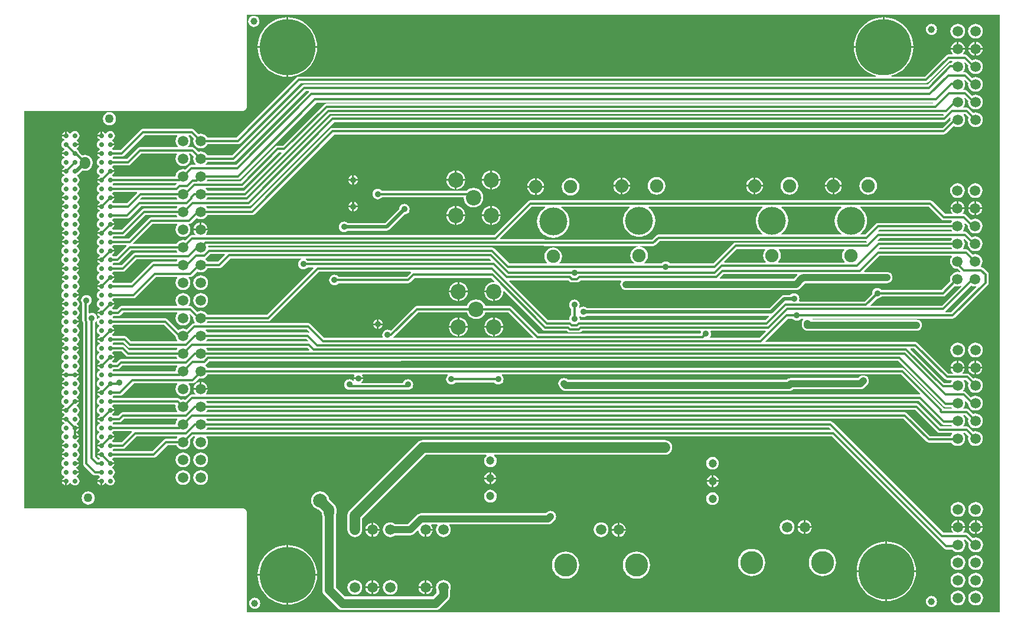
<source format=gbr>
G04 Layer_Physical_Order=4*
G04 Layer_Color=16711680*
%FSLAX43Y43*%
%MOMM*%
%TF.FileFunction,Copper,L4,Bot,Signal*%
%TF.Part,Single*%
G01*
G75*
%TA.AperFunction,SMDPad,CuDef*%
%ADD21C,1.000*%
%TA.AperFunction,Conductor*%
%ADD25C,0.500*%
%ADD26C,1.000*%
%ADD27C,0.300*%
%ADD28C,1.500*%
%TA.AperFunction,ViaPad*%
%ADD29C,0.900*%
%TA.AperFunction,ComponentPad*%
%ADD30C,1.500*%
%ADD31C,3.300*%
%ADD32C,1.200*%
%ADD33C,2.200*%
%ADD34C,1.900*%
%ADD35C,4.000*%
%ADD36C,1.270*%
%TA.AperFunction,ViaPad*%
%ADD37C,8.000*%
%ADD38C,2.000*%
%TA.AperFunction,BGAPad,CuDef*%
%ADD39C,0.700*%
%TA.AperFunction,Conductor*%
%ADD40C,1.300*%
G36*
X140333Y-14349D02*
X32387D01*
Y-0D01*
X32348Y195D01*
X32237Y360D01*
X32072Y471D01*
X31877Y510D01*
X510D01*
Y57529D01*
X31877D01*
X32072Y57568D01*
X32237Y57679D01*
X32348Y57844D01*
X32387Y58039D01*
Y71320D01*
X140333D01*
Y-14349D01*
D02*
G37*
%LPC*%
G36*
X134366Y-6180D02*
X134092Y-6216D01*
X133836Y-6322D01*
X133617Y-6490D01*
X133449Y-6709D01*
X133343Y-6965D01*
X133307Y-7239D01*
X133343Y-7513D01*
X133449Y-7769D01*
X133617Y-7988D01*
X133836Y-8156D01*
X134092Y-8262D01*
X134366Y-8298D01*
X134640Y-8262D01*
X134896Y-8156D01*
X135115Y-7988D01*
X135283Y-7769D01*
X135389Y-7513D01*
X135425Y-7239D01*
X135389Y-6965D01*
X135283Y-6709D01*
X135115Y-6490D01*
X134896Y-6322D01*
X134640Y-6216D01*
X134366Y-6180D01*
D02*
G37*
G36*
X124206Y-4254D02*
Y-8382D01*
X128334D01*
X128306Y-7953D01*
X128197Y-7406D01*
X128018Y-6878D01*
X127771Y-6377D01*
X127461Y-5914D01*
X127093Y-5495D01*
X126674Y-5127D01*
X126211Y-4817D01*
X125710Y-4570D01*
X125182Y-4391D01*
X124635Y-4282D01*
X124206Y-4254D01*
D02*
G37*
G36*
X83185Y-1481D02*
X82911Y-1517D01*
X82655Y-1623D01*
X82436Y-1791D01*
X82268Y-2010D01*
X82162Y-2266D01*
X82126Y-2540D01*
X82162Y-2814D01*
X82268Y-3070D01*
X82436Y-3289D01*
X82655Y-3457D01*
X82911Y-3563D01*
X83185Y-3599D01*
X83459Y-3563D01*
X83715Y-3457D01*
X83934Y-3289D01*
X84102Y-3070D01*
X84208Y-2814D01*
X84244Y-2540D01*
X84208Y-2266D01*
X84102Y-2010D01*
X83934Y-1791D01*
X83715Y-1623D01*
X83459Y-1517D01*
X83185Y-1481D01*
D02*
G37*
G36*
X136906Y-6180D02*
X136632Y-6216D01*
X136376Y-6322D01*
X136157Y-6490D01*
X135989Y-6709D01*
X135883Y-6965D01*
X135847Y-7239D01*
X135883Y-7513D01*
X135989Y-7769D01*
X136157Y-7988D01*
X136376Y-8156D01*
X136632Y-8262D01*
X136906Y-8298D01*
X137180Y-8262D01*
X137436Y-8156D01*
X137655Y-7988D01*
X137823Y-7769D01*
X137929Y-7513D01*
X137965Y-7239D01*
X137929Y-6965D01*
X137823Y-6709D01*
X137655Y-6490D01*
X137436Y-6322D01*
X137180Y-6216D01*
X136906Y-6180D01*
D02*
G37*
G36*
X123952Y-4254D02*
X123523Y-4282D01*
X122976Y-4391D01*
X122448Y-4570D01*
X121947Y-4817D01*
X121484Y-5127D01*
X121065Y-5495D01*
X120697Y-5914D01*
X120387Y-6377D01*
X120140Y-6878D01*
X119961Y-7406D01*
X119852Y-7953D01*
X119824Y-8382D01*
X123952D01*
Y-4254D01*
D02*
G37*
G36*
X114935Y-5280D02*
X114553Y-5317D01*
X114185Y-5429D01*
X113846Y-5610D01*
X113549Y-5853D01*
X113306Y-6150D01*
X113125Y-6489D01*
X113013Y-6857D01*
X112976Y-7239D01*
X113013Y-7621D01*
X113125Y-7989D01*
X113306Y-8328D01*
X113549Y-8625D01*
X113846Y-8868D01*
X114185Y-9049D01*
X114553Y-9161D01*
X114935Y-9198D01*
X115317Y-9161D01*
X115685Y-9049D01*
X116024Y-8868D01*
X116321Y-8625D01*
X116564Y-8328D01*
X116745Y-7989D01*
X116857Y-7621D01*
X116894Y-7239D01*
X116857Y-6857D01*
X116745Y-6489D01*
X116564Y-6150D01*
X116321Y-5853D01*
X116024Y-5610D01*
X115685Y-5429D01*
X115317Y-5317D01*
X114935Y-5280D01*
D02*
G37*
G36*
X104775D02*
X104393Y-5317D01*
X104025Y-5429D01*
X103686Y-5610D01*
X103389Y-5853D01*
X103146Y-6150D01*
X102965Y-6489D01*
X102853Y-6857D01*
X102816Y-7239D01*
X102853Y-7621D01*
X102965Y-7989D01*
X103146Y-8328D01*
X103389Y-8625D01*
X103686Y-8868D01*
X104025Y-9049D01*
X104393Y-9161D01*
X104775Y-9198D01*
X105157Y-9161D01*
X105525Y-9049D01*
X105864Y-8868D01*
X106161Y-8625D01*
X106404Y-8328D01*
X106585Y-7989D01*
X106697Y-7621D01*
X106734Y-7239D01*
X106697Y-6857D01*
X106585Y-6489D01*
X106404Y-6150D01*
X106161Y-5853D01*
X105864Y-5610D01*
X105525Y-5429D01*
X105157Y-5317D01*
X104775Y-5280D01*
D02*
G37*
G36*
X38350Y-4762D02*
Y-8890D01*
X42478D01*
X42450Y-8461D01*
X42341Y-7914D01*
X42162Y-7386D01*
X41915Y-6885D01*
X41605Y-6422D01*
X41237Y-6003D01*
X40818Y-5635D01*
X40355Y-5325D01*
X39854Y-5078D01*
X39326Y-4899D01*
X38779Y-4790D01*
X38350Y-4762D01*
D02*
G37*
G36*
X38096D02*
X37667Y-4790D01*
X37120Y-4899D01*
X36592Y-5078D01*
X36091Y-5325D01*
X35628Y-5635D01*
X35209Y-6003D01*
X34841Y-6422D01*
X34531Y-6885D01*
X34284Y-7386D01*
X34105Y-7914D01*
X33996Y-8461D01*
X33968Y-8890D01*
X38096D01*
Y-4762D01*
D02*
G37*
G36*
X112268Y-2286D02*
X111399D01*
X111417Y-2421D01*
X111518Y-2665D01*
X111679Y-2875D01*
X111889Y-3036D01*
X112133Y-3137D01*
X112268Y-3155D01*
Y-2286D01*
D02*
G37*
G36*
X109855Y-1100D02*
X109581Y-1136D01*
X109325Y-1242D01*
X109106Y-1410D01*
X108938Y-1629D01*
X108832Y-1885D01*
X108796Y-2159D01*
X108832Y-2433D01*
X108938Y-2689D01*
X109106Y-2908D01*
X109325Y-3076D01*
X109581Y-3182D01*
X109855Y-3218D01*
X110129Y-3182D01*
X110385Y-3076D01*
X110604Y-2908D01*
X110772Y-2689D01*
X110878Y-2433D01*
X110914Y-2159D01*
X110878Y-1885D01*
X110772Y-1629D01*
X110604Y-1410D01*
X110385Y-1242D01*
X110129Y-1136D01*
X109855Y-1100D01*
D02*
G37*
G36*
X136779Y-2286D02*
X135910D01*
X135928Y-2421D01*
X136029Y-2665D01*
X136190Y-2875D01*
X136400Y-3036D01*
X136644Y-3137D01*
X136779Y-3155D01*
Y-2286D01*
D02*
G37*
G36*
X113391D02*
X112522D01*
Y-3155D01*
X112657Y-3137D01*
X112901Y-3036D01*
X113111Y-2875D01*
X113272Y-2665D01*
X113373Y-2421D01*
X113391Y-2286D01*
D02*
G37*
G36*
X137902D02*
X137033D01*
Y-3155D01*
X137168Y-3137D01*
X137412Y-3036D01*
X137622Y-2875D01*
X137783Y-2665D01*
X137884Y-2421D01*
X137902Y-2286D01*
D02*
G37*
G36*
X85598Y-2667D02*
X84729D01*
X84747Y-2802D01*
X84848Y-3046D01*
X85009Y-3256D01*
X85219Y-3417D01*
X85463Y-3518D01*
X85598Y-3536D01*
Y-2667D01*
D02*
G37*
G36*
X50292D02*
X49423D01*
X49441Y-2802D01*
X49542Y-3046D01*
X49703Y-3256D01*
X49913Y-3417D01*
X50157Y-3518D01*
X50292Y-3536D01*
Y-2667D01*
D02*
G37*
G36*
X51415D02*
X50546D01*
Y-3536D01*
X50681Y-3518D01*
X50925Y-3417D01*
X51135Y-3256D01*
X51296Y-3046D01*
X51397Y-2802D01*
X51415Y-2667D01*
D02*
G37*
G36*
X86721D02*
X85852D01*
Y-3536D01*
X85987Y-3518D01*
X86231Y-3417D01*
X86441Y-3256D01*
X86602Y-3046D01*
X86703Y-2802D01*
X86721Y-2667D01*
D02*
G37*
G36*
X59035D02*
X58166D01*
Y-3536D01*
X58301Y-3518D01*
X58545Y-3417D01*
X58755Y-3256D01*
X58916Y-3046D01*
X59017Y-2802D01*
X59035Y-2667D01*
D02*
G37*
G36*
X25654Y41509D02*
X25519Y41491D01*
X25275Y41390D01*
X25065Y41229D01*
X24904Y41019D01*
X24803Y40775D01*
X24785Y40640D01*
X25654D01*
Y41509D01*
D02*
G37*
G36*
X25908D02*
Y40640D01*
X26777D01*
X26759Y40775D01*
X26658Y41019D01*
X26497Y41229D01*
X26287Y41390D01*
X26043Y41491D01*
X25908Y41509D01*
D02*
G37*
G36*
X52959Y-9736D02*
X52685Y-9772D01*
X52429Y-9878D01*
X52210Y-10046D01*
X52042Y-10265D01*
X51936Y-10521D01*
X51900Y-10795D01*
X51936Y-11069D01*
X52042Y-11325D01*
X52210Y-11544D01*
X52429Y-11712D01*
X52685Y-11818D01*
X52959Y-11854D01*
X53233Y-11818D01*
X53489Y-11712D01*
X53708Y-11544D01*
X53876Y-11325D01*
X53982Y-11069D01*
X54018Y-10795D01*
X53982Y-10521D01*
X53876Y-10265D01*
X53708Y-10046D01*
X53489Y-9878D01*
X53233Y-9772D01*
X52959Y-9736D01*
D02*
G37*
G36*
X57912Y-10922D02*
X57043D01*
X57061Y-11057D01*
X57162Y-11301D01*
X57323Y-11511D01*
X57533Y-11672D01*
X57777Y-11773D01*
X57912Y-11791D01*
Y-10922D01*
D02*
G37*
G36*
X50292D02*
X49423D01*
X49441Y-11057D01*
X49542Y-11301D01*
X49703Y-11511D01*
X49913Y-11672D01*
X50157Y-11773D01*
X50292Y-11791D01*
Y-10922D01*
D02*
G37*
G36*
X68786Y42418D02*
X67564D01*
Y41196D01*
X67790Y41226D01*
X68120Y41362D01*
X68403Y41579D01*
X68620Y41862D01*
X68756Y42192D01*
X68786Y42418D01*
D02*
G37*
G36*
X54991Y44190D02*
X54795Y44165D01*
X54613Y44089D01*
X54456Y43969D01*
X54336Y43812D01*
X54260Y43630D01*
X54240Y43476D01*
X52219Y41455D01*
X46856D01*
X46733Y41549D01*
X46551Y41625D01*
X46355Y41650D01*
X46159Y41625D01*
X45977Y41549D01*
X45820Y41429D01*
X45700Y41272D01*
X45624Y41090D01*
X45599Y40894D01*
X45624Y40698D01*
X45700Y40516D01*
X45820Y40359D01*
X45977Y40239D01*
X46159Y40163D01*
X46355Y40138D01*
X46551Y40163D01*
X46733Y40239D01*
X46856Y40333D01*
X52451D01*
X52666Y40376D01*
X52848Y40497D01*
X55033Y42683D01*
X55187Y42703D01*
X55369Y42779D01*
X55526Y42899D01*
X55646Y43056D01*
X55722Y43238D01*
X55747Y43434D01*
X55722Y43630D01*
X55646Y43812D01*
X55526Y43969D01*
X55369Y44089D01*
X55187Y44165D01*
X54991Y44190D01*
D02*
G37*
G36*
X67310Y42418D02*
X66088D01*
X66118Y42192D01*
X66254Y41862D01*
X66471Y41579D01*
X66754Y41362D01*
X67084Y41226D01*
X67310Y41196D01*
Y42418D01*
D02*
G37*
G36*
X62230D02*
X61008D01*
X61038Y42192D01*
X61174Y41862D01*
X61391Y41579D01*
X61674Y41362D01*
X62004Y41226D01*
X62230Y41196D01*
Y42418D01*
D02*
G37*
G36*
X63706D02*
X62484D01*
Y41196D01*
X62710Y41226D01*
X63040Y41362D01*
X63323Y41579D01*
X63540Y41862D01*
X63676Y42192D01*
X63706Y42418D01*
D02*
G37*
G36*
X58166Y-9799D02*
Y-10668D01*
X59035D01*
X59017Y-10533D01*
X58916Y-10289D01*
X58755Y-10079D01*
X58545Y-9918D01*
X58301Y-9817D01*
X58166Y-9799D01*
D02*
G37*
G36*
X50292Y-9799D02*
X50157Y-9817D01*
X49913Y-9918D01*
X49703Y-10079D01*
X49542Y-10289D01*
X49441Y-10533D01*
X49423Y-10668D01*
X50292D01*
Y-9799D01*
D02*
G37*
G36*
X50546Y-9799D02*
Y-10668D01*
X51415D01*
X51397Y-10533D01*
X51296Y-10289D01*
X51135Y-10079D01*
X50925Y-9918D01*
X50681Y-9817D01*
X50546Y-9799D01*
D02*
G37*
G36*
X88265Y-5661D02*
X87883Y-5698D01*
X87515Y-5810D01*
X87176Y-5991D01*
X86879Y-6234D01*
X86636Y-6531D01*
X86455Y-6870D01*
X86343Y-7238D01*
X86306Y-7620D01*
X86343Y-8002D01*
X86455Y-8370D01*
X86636Y-8709D01*
X86879Y-9006D01*
X87176Y-9249D01*
X87515Y-9430D01*
X87883Y-9542D01*
X88265Y-9579D01*
X88647Y-9542D01*
X89015Y-9430D01*
X89354Y-9249D01*
X89651Y-9006D01*
X89894Y-8709D01*
X90075Y-8370D01*
X90187Y-8002D01*
X90224Y-7620D01*
X90187Y-7238D01*
X90075Y-6870D01*
X89894Y-6531D01*
X89651Y-6234D01*
X89354Y-5991D01*
X89015Y-5810D01*
X88647Y-5698D01*
X88265Y-5661D01*
D02*
G37*
G36*
X78105D02*
X77723Y-5698D01*
X77355Y-5810D01*
X77016Y-5991D01*
X76719Y-6234D01*
X76476Y-6531D01*
X76295Y-6870D01*
X76183Y-7238D01*
X76146Y-7620D01*
X76183Y-8002D01*
X76295Y-8370D01*
X76476Y-8709D01*
X76719Y-9006D01*
X77016Y-9249D01*
X77355Y-9430D01*
X77723Y-9542D01*
X78105Y-9579D01*
X78487Y-9542D01*
X78855Y-9430D01*
X79194Y-9249D01*
X79491Y-9006D01*
X79734Y-8709D01*
X79915Y-8370D01*
X80027Y-8002D01*
X80064Y-7620D01*
X80027Y-7238D01*
X79915Y-6870D01*
X79734Y-6531D01*
X79491Y-6234D01*
X79194Y-5991D01*
X78855Y-5810D01*
X78487Y-5698D01*
X78105Y-5661D01*
D02*
G37*
G36*
X59035Y-10922D02*
X58166D01*
Y-11791D01*
X58301Y-11773D01*
X58545Y-11672D01*
X58755Y-11511D01*
X58916Y-11301D01*
X59017Y-11057D01*
X59035Y-10922D01*
D02*
G37*
G36*
X51415D02*
X50546D01*
Y-11791D01*
X50681Y-11773D01*
X50925Y-11672D01*
X51135Y-11511D01*
X51296Y-11301D01*
X51397Y-11057D01*
X51415Y-10922D01*
D02*
G37*
G36*
X134366Y-8720D02*
X134092Y-8756D01*
X133836Y-8862D01*
X133617Y-9030D01*
X133449Y-9249D01*
X133343Y-9505D01*
X133307Y-9779D01*
X133343Y-10053D01*
X133449Y-10309D01*
X133617Y-10528D01*
X133836Y-10696D01*
X134092Y-10802D01*
X134366Y-10838D01*
X134640Y-10802D01*
X134896Y-10696D01*
X135115Y-10528D01*
X135283Y-10309D01*
X135389Y-10053D01*
X135425Y-9779D01*
X135389Y-9505D01*
X135283Y-9249D01*
X135115Y-9030D01*
X134896Y-8862D01*
X134640Y-8756D01*
X134366Y-8720D01*
D02*
G37*
G36*
X57912Y-9799D02*
X57777Y-9817D01*
X57533Y-9918D01*
X57323Y-10079D01*
X57162Y-10289D01*
X57061Y-10533D01*
X57043Y-10668D01*
X57912D01*
Y-9799D01*
D02*
G37*
G36*
X136906Y-8720D02*
X136632Y-8756D01*
X136376Y-8862D01*
X136157Y-9030D01*
X135989Y-9249D01*
X135883Y-9505D01*
X135847Y-9779D01*
X135883Y-10053D01*
X135989Y-10309D01*
X136157Y-10528D01*
X136376Y-10696D01*
X136632Y-10802D01*
X136906Y-10838D01*
X137180Y-10802D01*
X137436Y-10696D01*
X137655Y-10528D01*
X137823Y-10309D01*
X137929Y-10053D01*
X137965Y-9779D01*
X137929Y-9505D01*
X137823Y-9249D01*
X137655Y-9030D01*
X137436Y-8862D01*
X137180Y-8756D01*
X136906Y-8720D01*
D02*
G37*
G36*
X50292Y-1544D02*
X50157Y-1562D01*
X49913Y-1663D01*
X49703Y-1824D01*
X49542Y-2034D01*
X49441Y-2278D01*
X49423Y-2413D01*
X50292D01*
Y-1544D01*
D02*
G37*
G36*
X137852Y20574D02*
X136983D01*
Y19705D01*
X137118Y19723D01*
X137362Y19824D01*
X137572Y19985D01*
X137733Y20195D01*
X137834Y20439D01*
X137852Y20574D01*
D02*
G37*
G36*
X23241Y6012D02*
X22967Y5976D01*
X22711Y5870D01*
X22492Y5702D01*
X22324Y5483D01*
X22218Y5227D01*
X22182Y4953D01*
X22218Y4679D01*
X22324Y4423D01*
X22492Y4204D01*
X22711Y4036D01*
X22967Y3930D01*
X23241Y3894D01*
X23515Y3930D01*
X23771Y4036D01*
X23990Y4204D01*
X24158Y4423D01*
X24264Y4679D01*
X24300Y4953D01*
X24264Y5227D01*
X24158Y5483D01*
X23990Y5702D01*
X23771Y5870D01*
X23515Y5976D01*
X23241Y6012D01*
D02*
G37*
G36*
X25781D02*
X25507Y5976D01*
X25251Y5870D01*
X25032Y5702D01*
X24864Y5483D01*
X24758Y5227D01*
X24722Y4953D01*
X24758Y4679D01*
X24864Y4423D01*
X25032Y4204D01*
X25251Y4036D01*
X25507Y3930D01*
X25781Y3894D01*
X26055Y3930D01*
X26311Y4036D01*
X26530Y4204D01*
X26698Y4423D01*
X26804Y4679D01*
X26840Y4953D01*
X26804Y5227D01*
X26698Y5483D01*
X26530Y5702D01*
X26311Y5870D01*
X26055Y5976D01*
X25781Y6012D01*
D02*
G37*
G36*
X136729Y20574D02*
X135860D01*
X135878Y20439D01*
X135979Y20195D01*
X136140Y19985D01*
X136350Y19824D01*
X136594Y19723D01*
X136729Y19705D01*
Y20574D01*
D02*
G37*
G36*
X134189Y21697D02*
X134054Y21679D01*
X133810Y21578D01*
X133600Y21417D01*
X133439Y21207D01*
X133338Y20963D01*
X133320Y20828D01*
X134189D01*
Y21697D01*
D02*
G37*
G36*
X136983D02*
Y20828D01*
X137852D01*
X137834Y20963D01*
X137733Y21207D01*
X137572Y21417D01*
X137362Y21578D01*
X137118Y21679D01*
X136983Y21697D01*
D02*
G37*
G36*
X6350Y4318D02*
X5886D01*
X5908Y4209D01*
X6042Y4010D01*
X6241Y3876D01*
X6350Y3854D01*
Y4318D01*
D02*
G37*
G36*
X136729Y21697D02*
X136594Y21679D01*
X136350Y21578D01*
X136140Y21417D01*
X135979Y21207D01*
X135878Y20963D01*
X135860Y20828D01*
X136729D01*
Y21697D01*
D02*
G37*
G36*
X134443D02*
Y20828D01*
X135312D01*
X135294Y20963D01*
X135193Y21207D01*
X135032Y21417D01*
X134822Y21578D01*
X134578Y21679D01*
X134443Y21697D01*
D02*
G37*
G36*
X67183Y4699D02*
X66465D01*
X66478Y4603D01*
X66564Y4395D01*
X66701Y4217D01*
X66879Y4080D01*
X67087Y3994D01*
X67183Y3981D01*
Y4699D01*
D02*
G37*
G36*
X23241Y8552D02*
X22967Y8516D01*
X22711Y8410D01*
X22492Y8242D01*
X22324Y8023D01*
X22218Y7767D01*
X22182Y7493D01*
X22218Y7219D01*
X22324Y6963D01*
X22492Y6744D01*
X22711Y6576D01*
X22967Y6470D01*
X23241Y6434D01*
X23515Y6470D01*
X23771Y6576D01*
X23990Y6744D01*
X24158Y6963D01*
X24264Y7219D01*
X24300Y7493D01*
X24264Y7767D01*
X24158Y8023D01*
X23990Y8242D01*
X23771Y8410D01*
X23515Y8516D01*
X23241Y8552D01*
D02*
G37*
G36*
X99187Y7893D02*
X98952Y7862D01*
X98733Y7771D01*
X98545Y7627D01*
X98401Y7439D01*
X98310Y7220D01*
X98279Y6985D01*
X98310Y6750D01*
X98401Y6531D01*
X98545Y6343D01*
X98733Y6199D01*
X98952Y6108D01*
X99187Y6077D01*
X99422Y6108D01*
X99641Y6199D01*
X99829Y6343D01*
X99973Y6531D01*
X100064Y6750D01*
X100095Y6985D01*
X100064Y7220D01*
X99973Y7439D01*
X99829Y7627D01*
X99641Y7771D01*
X99422Y7862D01*
X99187Y7893D01*
D02*
G37*
G36*
X92329Y10330D02*
X57658D01*
X57384Y10294D01*
X57128Y10188D01*
X56909Y10020D01*
X56909Y10020D01*
X47130Y241D01*
X46962Y22D01*
X46856Y-234D01*
X46820Y-508D01*
X46820Y-508D01*
Y-2540D01*
X46856Y-2814D01*
X46962Y-3070D01*
X47130Y-3289D01*
X47349Y-3457D01*
X47605Y-3563D01*
X47879Y-3599D01*
X48153Y-3563D01*
X48409Y-3457D01*
X48628Y-3289D01*
X48796Y-3070D01*
X48902Y-2814D01*
X48938Y-2540D01*
Y-947D01*
X58097Y8212D01*
X66725D01*
X66769Y8085D01*
X66668Y8008D01*
X66524Y7820D01*
X66433Y7601D01*
X66402Y7366D01*
X66433Y7131D01*
X66524Y6912D01*
X66668Y6724D01*
X66856Y6580D01*
X67075Y6489D01*
X67310Y6458D01*
X67545Y6489D01*
X67764Y6580D01*
X67952Y6724D01*
X68096Y6912D01*
X68187Y7131D01*
X68218Y7366D01*
X68187Y7601D01*
X68096Y7820D01*
X67952Y8008D01*
X67851Y8085D01*
X67895Y8212D01*
X92329D01*
X92603Y8248D01*
X92859Y8354D01*
X93078Y8522D01*
X93246Y8741D01*
X93352Y8997D01*
X93388Y9271D01*
X93352Y9545D01*
X93246Y9801D01*
X93078Y10020D01*
X92859Y10188D01*
X92603Y10294D01*
X92329Y10330D01*
D02*
G37*
G36*
X25781Y8552D02*
X25507Y8516D01*
X25251Y8410D01*
X25032Y8242D01*
X24864Y8023D01*
X24758Y7767D01*
X24722Y7493D01*
X24758Y7219D01*
X24864Y6963D01*
X25032Y6744D01*
X25251Y6576D01*
X25507Y6470D01*
X25781Y6434D01*
X26055Y6470D01*
X26311Y6576D01*
X26530Y6744D01*
X26698Y6963D01*
X26804Y7219D01*
X26840Y7493D01*
X26804Y7767D01*
X26698Y8023D01*
X26530Y8242D01*
X26311Y8410D01*
X26055Y8516D01*
X25781Y8552D01*
D02*
G37*
G36*
X67437Y5671D02*
Y4953D01*
X68155D01*
X68142Y5049D01*
X68056Y5257D01*
X67919Y5435D01*
X67741Y5572D01*
X67533Y5658D01*
X67437Y5671D01*
D02*
G37*
G36*
X99060Y5290D02*
X98964Y5277D01*
X98756Y5191D01*
X98578Y5054D01*
X98441Y4876D01*
X98355Y4668D01*
X98342Y4572D01*
X99060D01*
Y5290D01*
D02*
G37*
G36*
X68155Y4699D02*
X67437D01*
Y3981D01*
X67533Y3994D01*
X67741Y4080D01*
X67919Y4217D01*
X68056Y4395D01*
X68142Y4603D01*
X68155Y4699D01*
D02*
G37*
G36*
X67183Y5671D02*
X67087Y5658D01*
X66879Y5572D01*
X66701Y5435D01*
X66564Y5257D01*
X66478Y5049D01*
X66465Y4953D01*
X67183D01*
Y5671D01*
D02*
G37*
G36*
X99314Y5290D02*
Y4572D01*
X100032D01*
X100019Y4668D01*
X99933Y4876D01*
X99796Y5054D01*
X99618Y5191D01*
X99410Y5277D01*
X99314Y5290D01*
D02*
G37*
G36*
X134316Y24300D02*
X134042Y24264D01*
X133786Y24158D01*
X133567Y23990D01*
X133399Y23771D01*
X133293Y23515D01*
X133257Y23241D01*
X133293Y22967D01*
X133399Y22711D01*
X133567Y22492D01*
X133786Y22324D01*
X134042Y22218D01*
X134316Y22182D01*
X134590Y22218D01*
X134846Y22324D01*
X135065Y22492D01*
X135233Y22711D01*
X135339Y22967D01*
X135375Y23241D01*
X135339Y23515D01*
X135233Y23771D01*
X135065Y23990D01*
X134846Y24158D01*
X134590Y24264D01*
X134316Y24300D01*
D02*
G37*
G36*
X134493Y-1163D02*
Y-2032D01*
X135362D01*
X135344Y-1897D01*
X135243Y-1653D01*
X135082Y-1443D01*
X134872Y-1282D01*
X134628Y-1181D01*
X134493Y-1163D01*
D02*
G37*
G36*
X136779D02*
X136644Y-1181D01*
X136400Y-1282D01*
X136190Y-1443D01*
X136029Y-1653D01*
X135928Y-1897D01*
X135910Y-2032D01*
X136779D01*
Y-1163D01*
D02*
G37*
G36*
X112522D02*
Y-2032D01*
X113391D01*
X113373Y-1897D01*
X113272Y-1653D01*
X113111Y-1443D01*
X112901Y-1282D01*
X112657Y-1181D01*
X112522Y-1163D01*
D02*
G37*
G36*
X137033D02*
Y-2032D01*
X137902D01*
X137884Y-1897D01*
X137783Y-1653D01*
X137622Y-1443D01*
X137412Y-1282D01*
X137168Y-1181D01*
X137033Y-1163D01*
D02*
G37*
G36*
X134239D02*
X134104Y-1181D01*
X133860Y-1282D01*
X133650Y-1443D01*
X133489Y-1653D01*
X133388Y-1897D01*
X133370Y-2032D01*
X134239D01*
Y-1163D01*
D02*
G37*
G36*
X50546Y-1544D02*
Y-2413D01*
X51415D01*
X51397Y-2278D01*
X51296Y-2034D01*
X51135Y-1824D01*
X50925Y-1663D01*
X50681Y-1562D01*
X50546Y-1544D01*
D02*
G37*
G36*
X85598Y-1544D02*
X85463Y-1562D01*
X85219Y-1663D01*
X85009Y-1824D01*
X84848Y-2034D01*
X84747Y-2278D01*
X84729Y-2413D01*
X85598D01*
Y-1544D01*
D02*
G37*
G36*
X112268Y-1163D02*
X112133Y-1181D01*
X111889Y-1282D01*
X111679Y-1443D01*
X111518Y-1653D01*
X111417Y-1897D01*
X111399Y-2032D01*
X112268D01*
Y-1163D01*
D02*
G37*
G36*
X85852Y-1544D02*
Y-2413D01*
X86721D01*
X86703Y-2278D01*
X86602Y-2034D01*
X86441Y-1824D01*
X86231Y-1663D01*
X85987Y-1562D01*
X85852Y-1544D01*
D02*
G37*
G36*
X75946Y172D02*
X75737Y144D01*
X75543Y64D01*
X75375Y-64D01*
X75257Y-183D01*
X57397D01*
X57188Y-211D01*
X56994Y-291D01*
X56826Y-419D01*
X55513Y-1733D01*
X53632D01*
X53489Y-1623D01*
X53233Y-1517D01*
X52959Y-1481D01*
X52685Y-1517D01*
X52429Y-1623D01*
X52210Y-1791D01*
X52042Y-2010D01*
X51936Y-2266D01*
X51900Y-2540D01*
X51936Y-2814D01*
X52042Y-3070D01*
X52210Y-3289D01*
X52429Y-3457D01*
X52685Y-3563D01*
X52959Y-3599D01*
X53233Y-3563D01*
X53489Y-3457D01*
X53632Y-3347D01*
X55847D01*
X56056Y-3319D01*
X56250Y-3239D01*
X56418Y-3111D01*
X56909Y-2619D01*
X57043Y-2665D01*
X57061Y-2802D01*
X57162Y-3046D01*
X57323Y-3256D01*
X57533Y-3417D01*
X57777Y-3518D01*
X57912Y-3536D01*
Y-2540D01*
X58039D01*
Y-2413D01*
X59035D01*
X59017Y-2278D01*
X58916Y-2034D01*
X58832Y-1924D01*
X58894Y-1797D01*
X59682D01*
X59738Y-1911D01*
X59662Y-2010D01*
X59556Y-2266D01*
X59520Y-2540D01*
X59556Y-2814D01*
X59662Y-3070D01*
X59830Y-3289D01*
X60049Y-3457D01*
X60305Y-3563D01*
X60579Y-3599D01*
X60853Y-3563D01*
X61109Y-3457D01*
X61328Y-3289D01*
X61496Y-3070D01*
X61602Y-2814D01*
X61638Y-2540D01*
X61602Y-2266D01*
X61496Y-2010D01*
X61420Y-1911D01*
X61476Y-1797D01*
X75591D01*
X75800Y-1769D01*
X75994Y-1689D01*
X76162Y-1561D01*
X76517Y-1206D01*
X76645Y-1038D01*
X76725Y-844D01*
X76753Y-635D01*
X76725Y-426D01*
X76645Y-232D01*
X76517Y-64D01*
X76349Y64D01*
X76155Y144D01*
X75946Y172D01*
D02*
G37*
G36*
X100032Y4318D02*
X99314D01*
Y3600D01*
X99410Y3613D01*
X99618Y3699D01*
X99796Y3836D01*
X99933Y4014D01*
X100019Y4222D01*
X100032Y4318D01*
D02*
G37*
G36*
X99060D02*
X98342D01*
X98355Y4222D01*
X98441Y4014D01*
X98578Y3836D01*
X98756Y3699D01*
X98964Y3613D01*
X99060Y3600D01*
Y4318D01*
D02*
G37*
G36*
X136856Y24300D02*
X136582Y24264D01*
X136326Y24158D01*
X136107Y23990D01*
X135939Y23771D01*
X135833Y23515D01*
X135797Y23241D01*
X135833Y22967D01*
X135939Y22711D01*
X136107Y22492D01*
X136326Y22324D01*
X136582Y22218D01*
X136856Y22182D01*
X137130Y22218D01*
X137386Y22324D01*
X137605Y22492D01*
X137773Y22711D01*
X137879Y22967D01*
X137915Y23241D01*
X137879Y23515D01*
X137773Y23771D01*
X137605Y23990D01*
X137386Y24158D01*
X137130Y24264D01*
X136856Y24300D01*
D02*
G37*
G36*
X11430Y4318D02*
X10966D01*
X10988Y4209D01*
X11122Y4010D01*
X11321Y3876D01*
X11430Y3854D01*
Y4318D01*
D02*
G37*
G36*
X67310Y3194D02*
X67075Y3163D01*
X66856Y3072D01*
X66668Y2928D01*
X66524Y2740D01*
X66433Y2521D01*
X66402Y2286D01*
X66433Y2051D01*
X66524Y1832D01*
X66668Y1644D01*
X66856Y1500D01*
X67075Y1409D01*
X67310Y1378D01*
X67545Y1409D01*
X67764Y1500D01*
X67952Y1644D01*
X68096Y1832D01*
X68187Y2051D01*
X68218Y2286D01*
X68187Y2521D01*
X68096Y2740D01*
X67952Y2928D01*
X67764Y3072D01*
X67545Y3163D01*
X67310Y3194D01*
D02*
G37*
G36*
X136906Y1440D02*
X136632Y1404D01*
X136376Y1298D01*
X136157Y1130D01*
X135989Y911D01*
X135883Y655D01*
X135847Y381D01*
X135883Y107D01*
X135989Y-149D01*
X136157Y-368D01*
X136376Y-536D01*
X136632Y-642D01*
X136906Y-678D01*
X137180Y-642D01*
X137436Y-536D01*
X137655Y-368D01*
X137823Y-149D01*
X137929Y107D01*
X137965Y381D01*
X137929Y655D01*
X137823Y911D01*
X137655Y1130D01*
X137436Y1298D01*
X137180Y1404D01*
X136906Y1440D01*
D02*
G37*
G36*
X134366D02*
X134092Y1404D01*
X133836Y1298D01*
X133617Y1130D01*
X133449Y911D01*
X133343Y655D01*
X133307Y381D01*
X133343Y107D01*
X133449Y-149D01*
X133617Y-368D01*
X133836Y-536D01*
X134092Y-642D01*
X134366Y-678D01*
X134640Y-642D01*
X134896Y-536D01*
X135115Y-368D01*
X135283Y-149D01*
X135389Y107D01*
X135425Y381D01*
X135389Y655D01*
X135283Y911D01*
X135115Y1130D01*
X134896Y1298D01*
X134640Y1404D01*
X134366Y1440D01*
D02*
G37*
G36*
X9712Y2967D02*
X9592D01*
X9410Y2931D01*
X9408Y2930D01*
X9407Y2930D01*
X9345Y2917D01*
X9234Y2872D01*
X9181Y2836D01*
X9180Y2836D01*
X9178Y2834D01*
X9024Y2731D01*
X8940Y2647D01*
X8837Y2493D01*
X8835Y2491D01*
X8835Y2490D01*
X8800Y2437D01*
X8754Y2327D01*
X8741Y2264D01*
X8741Y2263D01*
X8741Y2261D01*
X8705Y2079D01*
Y2049D01*
X8699Y2019D01*
X8705Y1990D01*
Y1960D01*
X8741Y1778D01*
X8741Y1775D01*
X8741Y1774D01*
X8754Y1712D01*
X8800Y1602D01*
X8835Y1549D01*
X8835Y1548D01*
X8837Y1546D01*
X8940Y1392D01*
X9024Y1307D01*
X9178Y1204D01*
X9180Y1203D01*
X9181Y1202D01*
X9234Y1167D01*
X9345Y1121D01*
X9407Y1109D01*
X9408Y1108D01*
X9410Y1108D01*
X9592Y1072D01*
X9712D01*
X9894Y1108D01*
X9896Y1108D01*
X9897Y1109D01*
X9959Y1121D01*
X10070Y1167D01*
X10123Y1202D01*
X10124Y1203D01*
X10126Y1204D01*
X10280Y1307D01*
X10364Y1392D01*
X10467Y1546D01*
X10469Y1548D01*
X10469Y1549D01*
X10504Y1602D01*
X10550Y1712D01*
X10563Y1774D01*
X10563Y1775D01*
X10563Y1778D01*
X10599Y1960D01*
Y1990D01*
X10605Y2019D01*
X10599Y2049D01*
Y2079D01*
X10563Y2261D01*
X10563Y2263D01*
X10563Y2264D01*
X10550Y2327D01*
X10504Y2437D01*
X10469Y2490D01*
X10469Y2491D01*
X10467Y2493D01*
X10364Y2647D01*
X10280Y2731D01*
X10126Y2834D01*
X10124Y2836D01*
X10123Y2836D01*
X10070Y2872D01*
X9959Y2917D01*
X9897Y2930D01*
X9896Y2930D01*
X9894Y2931D01*
X9712Y2967D01*
D02*
G37*
G36*
X99187Y2813D02*
X98952Y2782D01*
X98733Y2691D01*
X98545Y2547D01*
X98401Y2359D01*
X98310Y2140D01*
X98279Y1905D01*
X98310Y1670D01*
X98401Y1451D01*
X98545Y1263D01*
X98733Y1119D01*
X98952Y1028D01*
X99187Y997D01*
X99422Y1028D01*
X99641Y1119D01*
X99829Y1263D01*
X99973Y1451D01*
X100064Y1670D01*
X100095Y1905D01*
X100064Y2140D01*
X99973Y2359D01*
X99829Y2547D01*
X99641Y2691D01*
X99422Y2782D01*
X99187Y2813D01*
D02*
G37*
G36*
X137827Y43434D02*
X136958D01*
Y42565D01*
X137093Y42583D01*
X137337Y42684D01*
X137547Y42845D01*
X137708Y43055D01*
X137809Y43299D01*
X137827Y43434D01*
D02*
G37*
G36*
X62484Y48974D02*
Y47752D01*
X63706D01*
X63676Y47978D01*
X63540Y48308D01*
X63323Y48591D01*
X63040Y48808D01*
X62710Y48944D01*
X62484Y48974D01*
D02*
G37*
G36*
X67310D02*
X67084Y48944D01*
X66754Y48808D01*
X66471Y48591D01*
X66254Y48308D01*
X66118Y47978D01*
X66088Y47752D01*
X67310D01*
Y48974D01*
D02*
G37*
G36*
X47752Y48318D02*
Y47752D01*
X48318D01*
X48311Y47809D01*
X48240Y47980D01*
X48127Y48127D01*
X47980Y48240D01*
X47809Y48311D01*
X47752Y48318D01*
D02*
G37*
G36*
X62230Y48974D02*
X62004Y48944D01*
X61674Y48808D01*
X61391Y48591D01*
X61174Y48308D01*
X61038Y47978D01*
X61008Y47752D01*
X62230D01*
Y48974D01*
D02*
G37*
G36*
X67564D02*
Y47752D01*
X68786D01*
X68756Y47978D01*
X68620Y48308D01*
X68403Y48591D01*
X68120Y48808D01*
X67790Y48944D01*
X67564Y48974D01*
D02*
G37*
G36*
X42926Y2962D02*
X42587Y2918D01*
X42270Y2787D01*
X41999Y2578D01*
X41790Y2307D01*
X41659Y1990D01*
X41615Y1651D01*
X41659Y1312D01*
X41790Y995D01*
X41999Y724D01*
X42270Y515D01*
X42587Y384D01*
X42711Y368D01*
X43137Y-58D01*
Y-127D01*
X43173Y-401D01*
X43238Y-557D01*
Y-11176D01*
X43270Y-11424D01*
X43366Y-11655D01*
X43518Y-11854D01*
X45423Y-13759D01*
X45622Y-13911D01*
X45853Y-14007D01*
X46101Y-14039D01*
X59436D01*
X59684Y-14007D01*
X59915Y-13911D01*
X60114Y-13759D01*
X61257Y-12616D01*
X61409Y-12417D01*
X61505Y-12186D01*
X61537Y-11938D01*
Y-11225D01*
X61602Y-11069D01*
X61638Y-10795D01*
X61602Y-10521D01*
X61496Y-10265D01*
X61328Y-10046D01*
X61109Y-9878D01*
X60853Y-9772D01*
X60579Y-9736D01*
X60305Y-9772D01*
X60049Y-9878D01*
X59830Y-10046D01*
X59662Y-10265D01*
X59556Y-10521D01*
X59520Y-10795D01*
X59556Y-11069D01*
X59621Y-11225D01*
Y-11541D01*
X59039Y-12123D01*
X46498D01*
X45154Y-10779D01*
Y-557D01*
X45219Y-401D01*
X45255Y-127D01*
Y381D01*
X45255Y381D01*
X45219Y655D01*
X45113Y911D01*
X44945Y1130D01*
X44945Y1130D01*
X44209Y1866D01*
X44193Y1990D01*
X44062Y2307D01*
X43853Y2578D01*
X43582Y2787D01*
X43265Y2918D01*
X42926Y2962D01*
D02*
G37*
G36*
X6350Y54566D02*
X6241Y54544D01*
X6042Y54410D01*
X5908Y54211D01*
X5886Y54102D01*
X6350D01*
Y54566D01*
D02*
G37*
G36*
X130556Y-12020D02*
X130347Y-12048D01*
X130153Y-12128D01*
X129985Y-12256D01*
X129857Y-12424D01*
X129777Y-12618D01*
X129749Y-12827D01*
X129777Y-13036D01*
X129857Y-13230D01*
X129985Y-13398D01*
X130153Y-13526D01*
X130347Y-13606D01*
X130556Y-13634D01*
X130765Y-13606D01*
X130959Y-13526D01*
X131127Y-13398D01*
X131255Y-13230D01*
X131335Y-13036D01*
X131363Y-12827D01*
X131335Y-12618D01*
X131255Y-12424D01*
X131127Y-12256D01*
X130959Y-12128D01*
X130765Y-12048D01*
X130556Y-12020D01*
D02*
G37*
G36*
X33528Y-12274D02*
X33319Y-12302D01*
X33125Y-12382D01*
X32957Y-12510D01*
X32829Y-12678D01*
X32749Y-12872D01*
X32721Y-13081D01*
X32749Y-13290D01*
X32829Y-13484D01*
X32957Y-13652D01*
X33125Y-13780D01*
X33319Y-13860D01*
X33528Y-13888D01*
X33737Y-13860D01*
X33931Y-13780D01*
X34099Y-13652D01*
X34227Y-13484D01*
X34307Y-13290D01*
X34335Y-13081D01*
X34307Y-12872D01*
X34227Y-12678D01*
X34099Y-12510D01*
X33931Y-12382D01*
X33737Y-12302D01*
X33528Y-12274D01*
D02*
G37*
G36*
X47498Y48318D02*
X47441Y48311D01*
X47270Y48240D01*
X47123Y48127D01*
X47010Y47980D01*
X46939Y47809D01*
X46932Y47752D01*
X47498D01*
Y48318D01*
D02*
G37*
G36*
X105069Y47981D02*
X104882Y47956D01*
X104589Y47835D01*
X104337Y47642D01*
X104144Y47390D01*
X104023Y47097D01*
X103998Y46910D01*
X105069D01*
Y47981D01*
D02*
G37*
G36*
X116626Y47981D02*
Y46910D01*
X117697D01*
X117672Y47097D01*
X117551Y47390D01*
X117358Y47642D01*
X117106Y47835D01*
X116813Y47956D01*
X116626Y47981D01*
D02*
G37*
G36*
X116372Y47981D02*
X116185Y47956D01*
X115892Y47835D01*
X115640Y47642D01*
X115447Y47390D01*
X115326Y47097D01*
X115301Y46910D01*
X116372D01*
Y47981D01*
D02*
G37*
G36*
X86019D02*
X85832Y47956D01*
X85539Y47835D01*
X85287Y47642D01*
X85094Y47390D01*
X84973Y47097D01*
X84948Y46910D01*
X86019D01*
Y47981D01*
D02*
G37*
G36*
X86273Y47981D02*
Y46910D01*
X87344D01*
X87319Y47097D01*
X87198Y47390D01*
X87005Y47642D01*
X86753Y47835D01*
X86460Y47956D01*
X86273Y47981D01*
D02*
G37*
G36*
X48318Y47498D02*
X47752D01*
Y46932D01*
X47809Y46939D01*
X47980Y47010D01*
X48127Y47123D01*
X48240Y47270D01*
X48311Y47441D01*
X48318Y47498D01*
D02*
G37*
G36*
X134366Y-11260D02*
X134092Y-11296D01*
X133836Y-11402D01*
X133617Y-11570D01*
X133449Y-11789D01*
X133343Y-12045D01*
X133307Y-12319D01*
X133343Y-12593D01*
X133449Y-12849D01*
X133617Y-13068D01*
X133836Y-13236D01*
X134092Y-13342D01*
X134366Y-13378D01*
X134640Y-13342D01*
X134896Y-13236D01*
X135115Y-13068D01*
X135283Y-12849D01*
X135389Y-12593D01*
X135425Y-12319D01*
X135389Y-12045D01*
X135283Y-11789D01*
X135115Y-11570D01*
X134896Y-11402D01*
X134640Y-11296D01*
X134366Y-11260D01*
D02*
G37*
G36*
X105323Y47981D02*
Y46910D01*
X106394D01*
X106369Y47097D01*
X106248Y47390D01*
X106055Y47642D01*
X105803Y47835D01*
X105510Y47956D01*
X105323Y47981D01*
D02*
G37*
G36*
X47498Y47498D02*
X46932D01*
X46939Y47441D01*
X47010Y47270D01*
X47123Y47123D01*
X47270Y47010D01*
X47441Y46939D01*
X47498Y46932D01*
Y47498D01*
D02*
G37*
G36*
X11430Y54566D02*
X11321Y54544D01*
X11122Y54410D01*
X10988Y54211D01*
X10966Y54102D01*
X11430D01*
Y54566D01*
D02*
G37*
G36*
X38350Y70930D02*
Y66802D01*
X42478D01*
X42450Y67231D01*
X42341Y67778D01*
X42162Y68306D01*
X41915Y68807D01*
X41605Y69270D01*
X41237Y69689D01*
X40818Y70057D01*
X40355Y70367D01*
X39854Y70614D01*
X39326Y70793D01*
X38779Y70902D01*
X38350Y70930D01*
D02*
G37*
G36*
X123571D02*
X123142Y70902D01*
X122595Y70793D01*
X122067Y70614D01*
X121566Y70367D01*
X121103Y70057D01*
X120684Y69689D01*
X120316Y69270D01*
X120006Y68807D01*
X119759Y68306D01*
X119580Y67778D01*
X119471Y67231D01*
X119443Y66802D01*
X123571D01*
Y70930D01*
D02*
G37*
G36*
X137008Y67417D02*
Y66548D01*
X137877D01*
X137859Y66683D01*
X137758Y66927D01*
X137597Y67137D01*
X137387Y67298D01*
X137143Y67399D01*
X137008Y67417D01*
D02*
G37*
G36*
X38096Y70930D02*
X37667Y70902D01*
X37120Y70793D01*
X36592Y70614D01*
X36091Y70367D01*
X35628Y70057D01*
X35209Y69689D01*
X34841Y69270D01*
X34531Y68807D01*
X34284Y68306D01*
X34105Y67778D01*
X33996Y67231D01*
X33968Y66802D01*
X38096D01*
Y70930D01*
D02*
G37*
G36*
X123825D02*
Y66802D01*
X127953D01*
X127925Y67231D01*
X127816Y67778D01*
X127637Y68306D01*
X127390Y68807D01*
X127080Y69270D01*
X126712Y69689D01*
X126293Y70057D01*
X125830Y70367D01*
X125329Y70614D01*
X124801Y70793D01*
X124254Y70902D01*
X123825Y70930D01*
D02*
G37*
G36*
X130556Y70022D02*
X130347Y69994D01*
X130153Y69914D01*
X129985Y69786D01*
X129857Y69618D01*
X129777Y69424D01*
X129749Y69215D01*
X129777Y69006D01*
X129857Y68812D01*
X129985Y68644D01*
X130153Y68516D01*
X130347Y68436D01*
X130556Y68408D01*
X130765Y68436D01*
X130959Y68516D01*
X131127Y68644D01*
X131255Y68812D01*
X131335Y69006D01*
X131363Y69215D01*
X131335Y69424D01*
X131255Y69618D01*
X131127Y69786D01*
X130959Y69914D01*
X130765Y69994D01*
X130556Y70022D01*
D02*
G37*
G36*
X33401Y71165D02*
X33192Y71137D01*
X32998Y71057D01*
X32830Y70929D01*
X32702Y70761D01*
X32622Y70567D01*
X32594Y70358D01*
X32622Y70149D01*
X32702Y69955D01*
X32830Y69787D01*
X32998Y69659D01*
X33192Y69579D01*
X33401Y69551D01*
X33610Y69579D01*
X33804Y69659D01*
X33972Y69787D01*
X34100Y69955D01*
X34180Y70149D01*
X34208Y70358D01*
X34180Y70567D01*
X34100Y70761D01*
X33972Y70929D01*
X33804Y71057D01*
X33610Y71137D01*
X33401Y71165D01*
D02*
G37*
G36*
X134341Y70020D02*
X134067Y69984D01*
X133811Y69878D01*
X133592Y69710D01*
X133424Y69491D01*
X133318Y69235D01*
X133282Y68961D01*
X133318Y68687D01*
X133424Y68431D01*
X133592Y68212D01*
X133811Y68044D01*
X134067Y67938D01*
X134341Y67902D01*
X134615Y67938D01*
X134871Y68044D01*
X135090Y68212D01*
X135258Y68431D01*
X135364Y68687D01*
X135400Y68961D01*
X135364Y69235D01*
X135258Y69491D01*
X135090Y69710D01*
X134871Y69878D01*
X134615Y69984D01*
X134341Y70020D01*
D02*
G37*
G36*
X136881D02*
X136607Y69984D01*
X136351Y69878D01*
X136132Y69710D01*
X135964Y69491D01*
X135858Y69235D01*
X135822Y68961D01*
X135858Y68687D01*
X135964Y68431D01*
X136132Y68212D01*
X136351Y68044D01*
X136607Y67938D01*
X136881Y67902D01*
X137155Y67938D01*
X137411Y68044D01*
X137630Y68212D01*
X137798Y68431D01*
X137904Y68687D01*
X137940Y68961D01*
X137904Y69235D01*
X137798Y69491D01*
X137630Y69710D01*
X137411Y69878D01*
X137155Y69984D01*
X136881Y70020D01*
D02*
G37*
G36*
X134468Y67417D02*
Y66548D01*
X135337D01*
X135319Y66683D01*
X135218Y66927D01*
X135057Y67137D01*
X134847Y67298D01*
X134603Y67399D01*
X134468Y67417D01*
D02*
G37*
G36*
X38096Y66548D02*
X33968D01*
X33996Y66119D01*
X34105Y65572D01*
X34284Y65044D01*
X34531Y64543D01*
X34841Y64080D01*
X35209Y63661D01*
X35628Y63293D01*
X36091Y62983D01*
X36592Y62736D01*
X37120Y62557D01*
X37667Y62448D01*
X38096Y62420D01*
Y66548D01*
D02*
G37*
G36*
X42478D02*
X38350D01*
Y62420D01*
X38779Y62448D01*
X39326Y62557D01*
X39854Y62736D01*
X40355Y62983D01*
X40818Y63293D01*
X41237Y63661D01*
X41605Y64080D01*
X41915Y64543D01*
X42162Y65044D01*
X42341Y65572D01*
X42450Y66119D01*
X42478Y66548D01*
D02*
G37*
G36*
X7747Y54631D02*
X7577Y54608D01*
X7419Y54543D01*
X7283Y54439D01*
X7179Y54303D01*
X7159Y54253D01*
X7152Y54251D01*
X7020Y54250D01*
X6912Y54410D01*
X6713Y54544D01*
X6604Y54566D01*
Y53975D01*
X6477D01*
Y53848D01*
X5886D01*
X5908Y53739D01*
X6042Y53540D01*
X6202Y53432D01*
X6201Y53300D01*
X6199Y53293D01*
X6149Y53273D01*
X6013Y53169D01*
X5909Y53033D01*
X5844Y52875D01*
X5821Y52705D01*
X5844Y52535D01*
X5909Y52377D01*
X6013Y52241D01*
X6149Y52137D01*
X6199Y52117D01*
X6201Y52110D01*
X6202Y51978D01*
X6042Y51870D01*
X5908Y51671D01*
X5886Y51562D01*
X6477D01*
Y51308D01*
X5886D01*
X5908Y51199D01*
X6042Y51000D01*
X6202Y50892D01*
X6201Y50760D01*
X6199Y50753D01*
X6149Y50733D01*
X6013Y50629D01*
X5909Y50493D01*
X5844Y50335D01*
X5821Y50165D01*
X5844Y49995D01*
X5909Y49837D01*
X6013Y49701D01*
X6149Y49597D01*
X6199Y49577D01*
X6201Y49570D01*
X6202Y49438D01*
X6042Y49330D01*
X5908Y49131D01*
X5886Y49022D01*
X6477D01*
Y48768D01*
X5886D01*
X5908Y48659D01*
X6042Y48460D01*
X6202Y48352D01*
X6201Y48220D01*
X6199Y48213D01*
X6149Y48193D01*
X6013Y48089D01*
X5909Y47953D01*
X5844Y47795D01*
X5821Y47625D01*
X5844Y47455D01*
X5909Y47297D01*
X6013Y47161D01*
X6149Y47057D01*
Y46923D01*
X6013Y46819D01*
X5909Y46683D01*
X5844Y46525D01*
X5821Y46355D01*
X5844Y46185D01*
X5909Y46027D01*
X6013Y45891D01*
X6149Y45787D01*
X6199Y45767D01*
X6201Y45760D01*
X6202Y45628D01*
X6042Y45520D01*
X5908Y45321D01*
X5886Y45212D01*
X6477D01*
Y44958D01*
X5886D01*
X5908Y44849D01*
X6042Y44650D01*
X6241Y44516D01*
X6248Y44515D01*
Y44385D01*
X6241Y44384D01*
X6042Y44250D01*
X5908Y44051D01*
X5886Y43942D01*
X6477D01*
Y43688D01*
X5886D01*
X5908Y43579D01*
X6042Y43380D01*
X6202Y43272D01*
X6201Y43140D01*
X6199Y43133D01*
X6149Y43113D01*
X6013Y43009D01*
X5909Y42873D01*
X5844Y42715D01*
X5821Y42545D01*
X5844Y42375D01*
X5909Y42217D01*
X6013Y42081D01*
X6149Y41977D01*
Y41843D01*
X6013Y41739D01*
X5909Y41603D01*
X5844Y41445D01*
X5821Y41275D01*
X5844Y41105D01*
X5909Y40947D01*
X6013Y40811D01*
X6149Y40707D01*
X6199Y40687D01*
X6201Y40680D01*
X6202Y40548D01*
X6042Y40440D01*
X5908Y40241D01*
X5886Y40132D01*
X6477D01*
Y39878D01*
X5886D01*
X5908Y39769D01*
X6042Y39570D01*
X6241Y39436D01*
X6248Y39435D01*
Y39305D01*
X6241Y39304D01*
X6042Y39170D01*
X5908Y38971D01*
X5886Y38862D01*
X6477D01*
Y38608D01*
X5886D01*
X5908Y38499D01*
X6042Y38300D01*
X6202Y38192D01*
X6201Y38060D01*
X6199Y38053D01*
X6149Y38033D01*
X6013Y37929D01*
X5909Y37793D01*
X5844Y37635D01*
X5821Y37465D01*
X5844Y37295D01*
X5909Y37137D01*
X6013Y37001D01*
X6149Y36897D01*
Y36763D01*
X6013Y36659D01*
X5909Y36523D01*
X5844Y36365D01*
X5821Y36195D01*
X5844Y36025D01*
X5909Y35867D01*
X6013Y35731D01*
X6149Y35627D01*
X6199Y35607D01*
X6201Y35600D01*
X6202Y35468D01*
X6042Y35360D01*
X5908Y35161D01*
X5886Y35052D01*
X6477D01*
Y34798D01*
X5886D01*
X5908Y34689D01*
X6042Y34490D01*
X6241Y34356D01*
X6248Y34355D01*
Y34225D01*
X6241Y34224D01*
X6042Y34090D01*
X5908Y33891D01*
X5886Y33782D01*
X6477D01*
Y33528D01*
X5886D01*
X5908Y33419D01*
X6042Y33220D01*
X6202Y33112D01*
X6201Y32980D01*
X6199Y32973D01*
X6149Y32953D01*
X6013Y32849D01*
X5909Y32713D01*
X5844Y32555D01*
X5821Y32385D01*
X5844Y32215D01*
X5909Y32057D01*
X6013Y31921D01*
X6149Y31817D01*
Y31683D01*
X6013Y31579D01*
X5909Y31443D01*
X5844Y31285D01*
X5821Y31115D01*
X5844Y30945D01*
X5909Y30787D01*
X6013Y30651D01*
X6149Y30547D01*
X6199Y30527D01*
X6201Y30520D01*
X6202Y30388D01*
X6042Y30280D01*
X5908Y30081D01*
X5886Y29972D01*
X6477D01*
Y29718D01*
X5886D01*
X5908Y29609D01*
X6042Y29410D01*
X6241Y29276D01*
X6248Y29275D01*
Y29145D01*
X6241Y29144D01*
X6042Y29010D01*
X5908Y28811D01*
X5886Y28702D01*
X6477D01*
Y28448D01*
X5886D01*
X5908Y28339D01*
X6042Y28140D01*
X6202Y28032D01*
X6201Y27900D01*
X6199Y27893D01*
X6149Y27873D01*
X6013Y27769D01*
X5909Y27633D01*
X5844Y27475D01*
X5821Y27305D01*
X5844Y27135D01*
X5909Y26977D01*
X6013Y26841D01*
X6149Y26737D01*
Y26603D01*
X6013Y26499D01*
X5909Y26363D01*
X5844Y26205D01*
X5821Y26035D01*
X5844Y25865D01*
X5909Y25707D01*
X6013Y25571D01*
X6149Y25467D01*
X6199Y25447D01*
X6201Y25440D01*
X6202Y25308D01*
X6042Y25200D01*
X5908Y25001D01*
X5886Y24892D01*
X6477D01*
Y24638D01*
X5886D01*
X5908Y24529D01*
X6042Y24330D01*
X6241Y24196D01*
X6248Y24195D01*
Y24065D01*
X6241Y24064D01*
X6042Y23930D01*
X5908Y23731D01*
X5886Y23622D01*
X6477D01*
Y23368D01*
X5886D01*
X5908Y23259D01*
X6042Y23060D01*
X6202Y22952D01*
X6201Y22820D01*
X6199Y22813D01*
X6149Y22793D01*
X6013Y22689D01*
X5909Y22553D01*
X5844Y22395D01*
X5821Y22225D01*
X5844Y22055D01*
X5909Y21897D01*
X6013Y21761D01*
X6149Y21657D01*
Y21523D01*
X6013Y21419D01*
X5909Y21283D01*
X5844Y21125D01*
X5821Y20955D01*
X5844Y20785D01*
X5909Y20627D01*
X6013Y20491D01*
X6149Y20387D01*
X6199Y20367D01*
X6201Y20360D01*
X6202Y20228D01*
X6042Y20120D01*
X5908Y19921D01*
X5886Y19812D01*
X6477D01*
Y19558D01*
X5886D01*
X5908Y19449D01*
X6042Y19250D01*
X6241Y19116D01*
X6248Y19115D01*
Y18985D01*
X6241Y18984D01*
X6042Y18850D01*
X5908Y18651D01*
X5886Y18542D01*
X6477D01*
Y18288D01*
X5886D01*
X5908Y18179D01*
X6042Y17980D01*
X6202Y17872D01*
X6201Y17740D01*
X6199Y17733D01*
X6149Y17713D01*
X6013Y17609D01*
X5909Y17473D01*
X5844Y17315D01*
X5821Y17145D01*
X5844Y16975D01*
X5909Y16817D01*
X6013Y16681D01*
X6149Y16577D01*
Y16443D01*
X6013Y16339D01*
X5909Y16203D01*
X5844Y16045D01*
X5821Y15875D01*
X5844Y15705D01*
X5909Y15547D01*
X6013Y15411D01*
X6149Y15307D01*
X6199Y15287D01*
X6201Y15280D01*
X6202Y15148D01*
X6042Y15040D01*
X5908Y14841D01*
X5886Y14732D01*
X6477D01*
Y14478D01*
X5886D01*
X5908Y14369D01*
X6042Y14170D01*
X6241Y14036D01*
X6248Y14035D01*
Y13905D01*
X6241Y13904D01*
X6042Y13770D01*
X5908Y13571D01*
X5886Y13462D01*
X6477D01*
Y13208D01*
X5886D01*
X5908Y13099D01*
X6042Y12900D01*
X6202Y12792D01*
X6201Y12660D01*
X6199Y12653D01*
X6149Y12633D01*
X6013Y12529D01*
X5909Y12393D01*
X5844Y12235D01*
X5821Y12065D01*
X5844Y11895D01*
X5909Y11737D01*
X6013Y11601D01*
X6149Y11497D01*
Y11363D01*
X6013Y11259D01*
X5909Y11123D01*
X5844Y10965D01*
X5821Y10795D01*
X5844Y10625D01*
X5909Y10467D01*
X6013Y10331D01*
X6149Y10227D01*
X6199Y10207D01*
X6201Y10200D01*
X6202Y10068D01*
X6042Y9960D01*
X5908Y9761D01*
X5886Y9652D01*
X6477D01*
Y9398D01*
X5886D01*
X5908Y9289D01*
X6042Y9090D01*
X6241Y8956D01*
X6248Y8955D01*
Y8825D01*
X6241Y8824D01*
X6042Y8690D01*
X5908Y8491D01*
X5886Y8382D01*
X6477D01*
Y8128D01*
X5886D01*
X5908Y8019D01*
X6042Y7820D01*
X6202Y7712D01*
X6201Y7580D01*
X6199Y7573D01*
X6149Y7553D01*
X6013Y7449D01*
X5909Y7313D01*
X5844Y7155D01*
X5821Y6985D01*
X5844Y6815D01*
X5909Y6657D01*
X6013Y6521D01*
X6149Y6417D01*
Y6283D01*
X6013Y6179D01*
X5909Y6043D01*
X5844Y5885D01*
X5821Y5715D01*
X5844Y5545D01*
X5909Y5387D01*
X6013Y5251D01*
X6149Y5147D01*
X6199Y5127D01*
X6201Y5120D01*
X6202Y4988D01*
X6042Y4880D01*
X5908Y4681D01*
X5886Y4572D01*
X6477D01*
Y4445D01*
X6604D01*
Y3854D01*
X6713Y3876D01*
X6912Y4010D01*
X7020Y4170D01*
X7152Y4169D01*
X7159Y4167D01*
X7179Y4117D01*
X7283Y3981D01*
X7419Y3877D01*
X7577Y3812D01*
X7747Y3789D01*
X7917Y3812D01*
X8075Y3877D01*
X8211Y3981D01*
X8315Y4117D01*
X8380Y4275D01*
X8403Y4445D01*
X8380Y4615D01*
X8315Y4773D01*
X8211Y4909D01*
X8075Y5013D01*
X8025Y5033D01*
X8023Y5040D01*
X8022Y5172D01*
X8182Y5280D01*
X8316Y5479D01*
X8338Y5588D01*
X7747D01*
Y5842D01*
X8338D01*
X8316Y5951D01*
X8182Y6150D01*
X7983Y6284D01*
X7976Y6285D01*
Y6415D01*
X7983Y6416D01*
X8182Y6550D01*
X8316Y6749D01*
X8338Y6858D01*
X7747D01*
Y7112D01*
X8338D01*
X8316Y7221D01*
X8182Y7420D01*
X8022Y7528D01*
X8023Y7660D01*
X8025Y7667D01*
X8075Y7687D01*
X8211Y7791D01*
X8315Y7927D01*
X8380Y8085D01*
X8403Y8255D01*
X8380Y8425D01*
X8315Y8583D01*
X8211Y8719D01*
X8075Y8823D01*
Y8957D01*
X8211Y9061D01*
X8315Y9197D01*
X8380Y9355D01*
X8403Y9525D01*
X8380Y9695D01*
X8315Y9853D01*
X8211Y9989D01*
X8075Y10093D01*
X8025Y10113D01*
X8023Y10120D01*
X8022Y10252D01*
X8182Y10360D01*
X8316Y10559D01*
X8338Y10668D01*
X7747D01*
Y10922D01*
X8338D01*
X8316Y11031D01*
X8182Y11230D01*
X7983Y11364D01*
X7976Y11365D01*
Y11495D01*
X7983Y11496D01*
X8182Y11630D01*
X8316Y11829D01*
X8338Y11938D01*
X7747D01*
Y12192D01*
X8338D01*
X8316Y12301D01*
X8182Y12500D01*
X8022Y12608D01*
X8023Y12740D01*
X8025Y12747D01*
X8075Y12767D01*
X8211Y12871D01*
X8315Y13007D01*
X8380Y13165D01*
X8403Y13335D01*
X8380Y13505D01*
X8315Y13663D01*
X8211Y13799D01*
X8075Y13903D01*
Y14037D01*
X8211Y14141D01*
X8315Y14277D01*
X8380Y14435D01*
X8403Y14605D01*
X8380Y14775D01*
X8315Y14933D01*
X8211Y15069D01*
X8075Y15173D01*
X8025Y15193D01*
X8023Y15200D01*
X8022Y15332D01*
X8182Y15440D01*
X8316Y15639D01*
X8338Y15748D01*
X7747D01*
Y16002D01*
X8338D01*
X8316Y16111D01*
X8182Y16310D01*
X8022Y16418D01*
X8023Y16550D01*
X8025Y16557D01*
X8075Y16577D01*
X8211Y16681D01*
X8315Y16817D01*
X8380Y16975D01*
X8403Y17145D01*
X8380Y17315D01*
X8315Y17473D01*
X8211Y17609D01*
X8075Y17713D01*
Y17847D01*
X8211Y17951D01*
X8315Y18087D01*
X8380Y18245D01*
X8403Y18415D01*
X8380Y18585D01*
X8315Y18743D01*
X8211Y18879D01*
X8075Y18983D01*
X8025Y19003D01*
X8023Y19010D01*
X8022Y19142D01*
X8182Y19250D01*
X8316Y19449D01*
X8338Y19558D01*
X7747D01*
Y19812D01*
X8338D01*
X8316Y19921D01*
X8182Y20120D01*
X8022Y20228D01*
X8023Y20360D01*
X8025Y20367D01*
X8075Y20387D01*
X8211Y20491D01*
X8315Y20627D01*
X8380Y20785D01*
X8403Y20955D01*
X8380Y21125D01*
X8315Y21283D01*
X8211Y21419D01*
X8075Y21523D01*
Y21657D01*
X8211Y21761D01*
X8315Y21897D01*
X8380Y22055D01*
X8403Y22225D01*
X8380Y22395D01*
X8315Y22553D01*
X8211Y22689D01*
X8075Y22793D01*
X8025Y22813D01*
X8023Y22820D01*
X8022Y22952D01*
X8182Y23060D01*
X8316Y23259D01*
X8338Y23368D01*
X7747D01*
Y23622D01*
X8338D01*
X8316Y23731D01*
X8182Y23930D01*
X8022Y24038D01*
X8023Y24170D01*
X8025Y24177D01*
X8075Y24197D01*
X8211Y24301D01*
X8315Y24437D01*
X8380Y24595D01*
X8403Y24765D01*
X8380Y24935D01*
X8315Y25093D01*
X8211Y25229D01*
X8075Y25333D01*
Y25467D01*
X8211Y25571D01*
X8315Y25707D01*
X8380Y25865D01*
X8403Y26035D01*
X8380Y26205D01*
X8315Y26363D01*
X8211Y26499D01*
X8075Y26603D01*
X8025Y26623D01*
X8023Y26630D01*
X8022Y26762D01*
X8182Y26870D01*
X8316Y27069D01*
X8338Y27178D01*
X7747D01*
Y27432D01*
X8338D01*
X8316Y27541D01*
X8182Y27740D01*
X8022Y27848D01*
X8023Y27980D01*
X8025Y27987D01*
X8075Y28007D01*
X8211Y28111D01*
X8315Y28247D01*
X8380Y28405D01*
X8403Y28575D01*
X8380Y28745D01*
X8315Y28903D01*
X8211Y29039D01*
X8075Y29143D01*
Y29277D01*
X8211Y29381D01*
X8315Y29517D01*
X8380Y29675D01*
X8403Y29845D01*
X8380Y30015D01*
X8315Y30173D01*
X8211Y30309D01*
X8075Y30413D01*
X8025Y30433D01*
X8023Y30440D01*
X8022Y30572D01*
X8182Y30680D01*
X8316Y30879D01*
X8338Y30988D01*
X7747D01*
Y31242D01*
X8338D01*
X8316Y31351D01*
X8182Y31550D01*
X8022Y31658D01*
X8023Y31790D01*
X8025Y31797D01*
X8075Y31817D01*
X8211Y31921D01*
X8315Y32057D01*
X8380Y32215D01*
X8403Y32385D01*
X8380Y32555D01*
X8315Y32713D01*
X8211Y32849D01*
X8075Y32953D01*
Y33087D01*
X8211Y33191D01*
X8315Y33327D01*
X8380Y33485D01*
X8403Y33655D01*
X8380Y33825D01*
X8315Y33983D01*
X8211Y34119D01*
X8075Y34223D01*
X8025Y34243D01*
X8023Y34250D01*
X8022Y34382D01*
X8182Y34490D01*
X8316Y34689D01*
X8338Y34798D01*
X7747D01*
Y35052D01*
X8338D01*
X8316Y35161D01*
X8182Y35360D01*
X8022Y35468D01*
X8023Y35600D01*
X8025Y35607D01*
X8075Y35627D01*
X8211Y35731D01*
X8315Y35867D01*
X8380Y36025D01*
X8403Y36195D01*
X8380Y36365D01*
X8315Y36523D01*
X8211Y36659D01*
X8075Y36763D01*
Y36897D01*
X8211Y37001D01*
X8315Y37137D01*
X8380Y37295D01*
X8403Y37465D01*
X8380Y37635D01*
X8315Y37793D01*
X8211Y37929D01*
X8075Y38033D01*
X8025Y38053D01*
X8023Y38060D01*
X8022Y38192D01*
X8182Y38300D01*
X8316Y38499D01*
X8338Y38608D01*
X7747D01*
Y38862D01*
X8338D01*
X8316Y38971D01*
X8182Y39170D01*
X8022Y39278D01*
X8023Y39410D01*
X8025Y39417D01*
X8075Y39437D01*
X8211Y39541D01*
X8315Y39677D01*
X8380Y39835D01*
X8403Y40005D01*
X8380Y40175D01*
X8315Y40333D01*
X8211Y40469D01*
X8075Y40573D01*
Y40707D01*
X8211Y40811D01*
X8315Y40947D01*
X8380Y41105D01*
X8403Y41275D01*
X8380Y41445D01*
X8315Y41603D01*
X8211Y41739D01*
X8075Y41843D01*
Y41977D01*
X8211Y42081D01*
X8315Y42217D01*
X8380Y42375D01*
X8403Y42545D01*
X8380Y42715D01*
X8315Y42873D01*
X8211Y43009D01*
X8075Y43113D01*
Y43247D01*
X8211Y43351D01*
X8315Y43487D01*
X8380Y43645D01*
X8403Y43815D01*
X8380Y43985D01*
X8315Y44143D01*
X8211Y44279D01*
X8075Y44383D01*
Y44517D01*
X8211Y44621D01*
X8315Y44757D01*
X8380Y44915D01*
X8403Y45085D01*
X8380Y45255D01*
X8315Y45413D01*
X8211Y45549D01*
X8075Y45653D01*
Y45787D01*
X8211Y45891D01*
X8315Y46027D01*
X8380Y46185D01*
X8403Y46355D01*
X8380Y46525D01*
X8315Y46683D01*
X8211Y46819D01*
X8075Y46923D01*
Y47057D01*
X8211Y47161D01*
X8315Y47297D01*
X8380Y47455D01*
X8403Y47625D01*
X8380Y47795D01*
X8315Y47953D01*
X8211Y48089D01*
X8075Y48193D01*
Y48327D01*
X8130Y48370D01*
X8166Y48377D01*
X8348Y48498D01*
X8854Y49005D01*
X8948Y48966D01*
X9222Y48930D01*
X9496Y48966D01*
X9751Y49072D01*
X9971Y49240D01*
X10139Y49459D01*
X10245Y49715D01*
X10281Y49989D01*
Y50165D01*
X10245Y50439D01*
X10139Y50695D01*
X9971Y50914D01*
X9751Y51082D01*
X9496Y51188D01*
X9222Y51224D01*
X8948Y51188D01*
X8822Y51136D01*
X8384Y51573D01*
X8380Y51605D01*
X8315Y51763D01*
X8211Y51899D01*
X8075Y52003D01*
X8025Y52023D01*
X8023Y52030D01*
X8022Y52162D01*
X8182Y52270D01*
X8316Y52469D01*
X8338Y52578D01*
X7747D01*
Y52832D01*
X8338D01*
X8316Y52941D01*
X8182Y53140D01*
X8022Y53248D01*
X8023Y53380D01*
X8025Y53387D01*
X8075Y53407D01*
X8211Y53511D01*
X8315Y53647D01*
X8380Y53805D01*
X8403Y53975D01*
X8380Y54145D01*
X8315Y54303D01*
X8211Y54439D01*
X8075Y54543D01*
X7917Y54608D01*
X7747Y54631D01*
D02*
G37*
G36*
X12760Y57348D02*
X12640D01*
X12458Y57312D01*
X12456Y57312D01*
X12455Y57311D01*
X12393Y57299D01*
X12282Y57253D01*
X12229Y57218D01*
X12228Y57217D01*
X12226Y57216D01*
X12072Y57113D01*
X11988Y57028D01*
X11885Y56874D01*
X11883Y56872D01*
X11883Y56871D01*
X11848Y56818D01*
X11802Y56708D01*
X11789Y56646D01*
X11789Y56645D01*
X11789Y56642D01*
X11753Y56460D01*
Y56430D01*
X11747Y56401D01*
X11753Y56371D01*
Y56341D01*
X11789Y56159D01*
X11789Y56157D01*
X11789Y56156D01*
X11802Y56093D01*
X11848Y55983D01*
X11883Y55930D01*
X11883Y55929D01*
X11885Y55927D01*
X11988Y55773D01*
X12072Y55689D01*
X12226Y55586D01*
X12228Y55584D01*
X12229Y55584D01*
X12282Y55548D01*
X12393Y55503D01*
X12455Y55490D01*
X12456Y55490D01*
X12458Y55489D01*
X12640Y55453D01*
X12760D01*
X12941Y55489D01*
X12944Y55490D01*
X12945Y55490D01*
X13007Y55503D01*
X13118Y55548D01*
X13171Y55584D01*
X13172Y55584D01*
X13174Y55586D01*
X13328Y55689D01*
X13412Y55773D01*
X13515Y55927D01*
X13517Y55929D01*
X13517Y55930D01*
X13552Y55983D01*
X13598Y56093D01*
X13611Y56156D01*
X13611Y56157D01*
X13611Y56159D01*
X13647Y56341D01*
Y56371D01*
X13653Y56401D01*
X13647Y56430D01*
Y56460D01*
X13611Y56642D01*
X13611Y56645D01*
X13611Y56646D01*
X13598Y56708D01*
X13552Y56818D01*
X13517Y56871D01*
X13517Y56872D01*
X13515Y56874D01*
X13412Y57028D01*
X13328Y57113D01*
X13174Y57216D01*
X13172Y57217D01*
X13171Y57218D01*
X13118Y57253D01*
X13007Y57299D01*
X12945Y57311D01*
X12944Y57312D01*
X12941Y57312D01*
X12760Y57348D01*
D02*
G37*
G36*
X127953Y66548D02*
X119443D01*
X119471Y66119D01*
X119580Y65572D01*
X119759Y65044D01*
X120006Y64543D01*
X120316Y64080D01*
X120684Y63661D01*
X121103Y63293D01*
X121566Y62983D01*
X122067Y62736D01*
X122595Y62557D01*
X122566Y62435D01*
X39878D01*
X39702Y62400D01*
X39554Y62300D01*
X30925Y53672D01*
X26727D01*
X26698Y53743D01*
X26530Y53962D01*
X26311Y54130D01*
X26055Y54236D01*
X25781Y54272D01*
X25507Y54236D01*
X25436Y54207D01*
X24835Y54807D01*
X24687Y54907D01*
X24511Y54942D01*
X17526D01*
X17350Y54907D01*
X17202Y54807D01*
X14288Y51894D01*
X13294D01*
X13291Y51899D01*
X13155Y52003D01*
X13105Y52023D01*
X13103Y52030D01*
X13102Y52162D01*
X13262Y52270D01*
X13396Y52469D01*
X13418Y52578D01*
X12827D01*
Y52832D01*
X13418D01*
X13396Y52941D01*
X13262Y53140D01*
X13102Y53248D01*
X13103Y53380D01*
X13105Y53387D01*
X13155Y53407D01*
X13291Y53511D01*
X13395Y53647D01*
X13460Y53805D01*
X13483Y53975D01*
X13460Y54145D01*
X13395Y54303D01*
X13291Y54439D01*
X13155Y54543D01*
X12997Y54608D01*
X12827Y54631D01*
X12657Y54608D01*
X12499Y54543D01*
X12363Y54439D01*
X12259Y54303D01*
X12239Y54253D01*
X12232Y54251D01*
X12100Y54250D01*
X11992Y54410D01*
X11793Y54544D01*
X11684Y54566D01*
Y53975D01*
X11557D01*
Y53848D01*
X10966D01*
X10988Y53739D01*
X11122Y53540D01*
X11282Y53432D01*
X11281Y53300D01*
X11279Y53293D01*
X11229Y53273D01*
X11093Y53169D01*
X10989Y53033D01*
X10924Y52875D01*
X10901Y52705D01*
X10924Y52535D01*
X10989Y52377D01*
X11093Y52241D01*
X11229Y52137D01*
X11279Y52117D01*
X11281Y52110D01*
X11282Y51978D01*
X11122Y51870D01*
X10988Y51671D01*
X10966Y51562D01*
X11557D01*
Y51308D01*
X10966D01*
X10988Y51199D01*
X11122Y51000D01*
X11282Y50892D01*
X11281Y50760D01*
X11279Y50753D01*
X11229Y50733D01*
X11093Y50629D01*
X10989Y50493D01*
X10924Y50335D01*
X10901Y50165D01*
X10924Y49995D01*
X10989Y49837D01*
X11093Y49701D01*
X11229Y49597D01*
Y49463D01*
X11093Y49359D01*
X10989Y49223D01*
X10924Y49065D01*
X10901Y48895D01*
X10924Y48725D01*
X10989Y48567D01*
X11093Y48431D01*
X11229Y48327D01*
X11279Y48307D01*
X11281Y48300D01*
X11282Y48168D01*
X11122Y48060D01*
X10988Y47861D01*
X10966Y47752D01*
X11557D01*
Y47498D01*
X10966D01*
X10988Y47389D01*
X11122Y47190D01*
X11282Y47082D01*
X11281Y46950D01*
X11279Y46943D01*
X11229Y46923D01*
X11093Y46819D01*
X10989Y46683D01*
X10924Y46525D01*
X10901Y46355D01*
X10924Y46185D01*
X10989Y46027D01*
X11093Y45891D01*
X11229Y45787D01*
Y45653D01*
X11093Y45549D01*
X10989Y45413D01*
X10924Y45255D01*
X10901Y45085D01*
X10924Y44915D01*
X10989Y44757D01*
X11093Y44621D01*
X11229Y44517D01*
X11279Y44497D01*
X11281Y44490D01*
X11282Y44358D01*
X11122Y44250D01*
X10988Y44051D01*
X10966Y43942D01*
X11557D01*
Y43688D01*
X10966D01*
X10988Y43579D01*
X11122Y43380D01*
X11282Y43272D01*
X11281Y43140D01*
X11279Y43133D01*
X11229Y43113D01*
X11093Y43009D01*
X10989Y42873D01*
X10924Y42715D01*
X10901Y42545D01*
X10924Y42375D01*
X10989Y42217D01*
X11093Y42081D01*
X11229Y41977D01*
Y41843D01*
X11093Y41739D01*
X10989Y41603D01*
X10924Y41445D01*
X10901Y41275D01*
X10924Y41105D01*
X10989Y40947D01*
X11093Y40811D01*
X11229Y40707D01*
X11279Y40687D01*
X11281Y40680D01*
X11282Y40548D01*
X11122Y40440D01*
X10988Y40241D01*
X10966Y40132D01*
X11557D01*
Y39878D01*
X10966D01*
X10988Y39769D01*
X11122Y39570D01*
X11282Y39462D01*
X11281Y39330D01*
X11279Y39323D01*
X11229Y39303D01*
X11093Y39199D01*
X10989Y39063D01*
X10924Y38905D01*
X10901Y38735D01*
X10924Y38565D01*
X10989Y38407D01*
X11093Y38271D01*
X11229Y38167D01*
Y38033D01*
X11093Y37929D01*
X10989Y37793D01*
X10924Y37635D01*
X10901Y37465D01*
X10924Y37295D01*
X10989Y37137D01*
X11093Y37001D01*
X11229Y36897D01*
X11279Y36877D01*
X11281Y36870D01*
X11282Y36738D01*
X11122Y36630D01*
X10988Y36431D01*
X10966Y36322D01*
X11557D01*
Y36068D01*
X10966D01*
X10988Y35959D01*
X11122Y35760D01*
X11282Y35652D01*
X11281Y35520D01*
X11279Y35513D01*
X11229Y35493D01*
X11093Y35389D01*
X10989Y35253D01*
X10924Y35095D01*
X10901Y34925D01*
X10924Y34755D01*
X10989Y34597D01*
X11093Y34461D01*
X11229Y34357D01*
Y34223D01*
X11093Y34119D01*
X10989Y33983D01*
X10924Y33825D01*
X10901Y33655D01*
X10924Y33485D01*
X10989Y33327D01*
X11093Y33191D01*
X11229Y33087D01*
X11279Y33067D01*
X11281Y33060D01*
X11282Y32928D01*
X11122Y32820D01*
X10988Y32621D01*
X10966Y32512D01*
X11557D01*
Y32258D01*
X10966D01*
X10988Y32149D01*
X11122Y31950D01*
X11282Y31842D01*
X11281Y31710D01*
X11279Y31703D01*
X11229Y31683D01*
X11093Y31579D01*
X10989Y31443D01*
X10924Y31285D01*
X10901Y31115D01*
X10924Y30945D01*
X10989Y30787D01*
X11093Y30651D01*
X11229Y30547D01*
Y30413D01*
X11093Y30309D01*
X10989Y30173D01*
X10924Y30015D01*
X10901Y29845D01*
X10924Y29675D01*
X10989Y29517D01*
X11093Y29381D01*
X11229Y29277D01*
X11279Y29257D01*
X11281Y29250D01*
X11282Y29118D01*
X11122Y29010D01*
X10988Y28811D01*
X10966Y28702D01*
X11557D01*
Y28448D01*
X10966D01*
X10988Y28339D01*
X11122Y28140D01*
X11282Y28032D01*
X11281Y27900D01*
X11279Y27893D01*
X11229Y27873D01*
X11093Y27769D01*
X11027Y27683D01*
X10906Y27733D01*
X10916Y27813D01*
X10891Y28009D01*
X10815Y28191D01*
X10695Y28348D01*
X10538Y28468D01*
X10356Y28544D01*
X10160Y28569D01*
X9964Y28544D01*
X9846Y28495D01*
X9719Y28571D01*
Y29674D01*
X9776Y29698D01*
X9933Y29818D01*
X10053Y29975D01*
X10129Y30157D01*
X10154Y30353D01*
X10129Y30549D01*
X10053Y30731D01*
X9933Y30888D01*
X9776Y31008D01*
X9594Y31084D01*
X9398Y31109D01*
X9202Y31084D01*
X9020Y31008D01*
X8863Y30888D01*
X8743Y30731D01*
X8667Y30549D01*
X8642Y30353D01*
X8667Y30157D01*
X8743Y29975D01*
X8801Y29899D01*
Y27440D01*
X8836Y27265D01*
X8936Y27116D01*
X8939Y27112D01*
Y6985D01*
X8974Y6809D01*
X9074Y6661D01*
X10344Y5391D01*
X10492Y5291D01*
X10668Y5256D01*
X11090D01*
X11093Y5251D01*
X11229Y5147D01*
X11279Y5127D01*
X11281Y5120D01*
X11282Y4988D01*
X11122Y4880D01*
X10988Y4681D01*
X10966Y4572D01*
X11557D01*
Y4445D01*
X11684D01*
Y3854D01*
X11793Y3876D01*
X11992Y4010D01*
X12100Y4170D01*
X12232Y4169D01*
X12239Y4167D01*
X12259Y4117D01*
X12363Y3981D01*
X12499Y3877D01*
X12657Y3812D01*
X12827Y3789D01*
X12997Y3812D01*
X13155Y3877D01*
X13291Y3981D01*
X13395Y4117D01*
X13460Y4275D01*
X13483Y4445D01*
X13460Y4615D01*
X13395Y4773D01*
X13291Y4909D01*
X13155Y5013D01*
Y5147D01*
X13291Y5251D01*
X13395Y5387D01*
X13460Y5545D01*
X13483Y5715D01*
X13460Y5885D01*
X13395Y6043D01*
X13291Y6179D01*
X13155Y6283D01*
X13105Y6303D01*
X13103Y6310D01*
X13102Y6442D01*
X13262Y6550D01*
X13396Y6749D01*
X13418Y6858D01*
X12827D01*
Y7112D01*
X13418D01*
X13396Y7221D01*
X13262Y7420D01*
X13102Y7528D01*
X13103Y7660D01*
X13105Y7667D01*
X13155Y7687D01*
X13291Y7791D01*
X13294Y7796D01*
X19050D01*
X19226Y7831D01*
X19374Y7931D01*
X21018Y9574D01*
X22295D01*
X22324Y9503D01*
X22492Y9284D01*
X22711Y9116D01*
X22967Y9010D01*
X23241Y8974D01*
X23515Y9010D01*
X23771Y9116D01*
X23990Y9284D01*
X24158Y9503D01*
X24264Y9759D01*
X24300Y10033D01*
X24264Y10307D01*
X24236Y10374D01*
X24707Y10844D01*
X24920D01*
X24983Y10717D01*
X24864Y10563D01*
X24758Y10307D01*
X24722Y10033D01*
X24758Y9759D01*
X24864Y9503D01*
X25032Y9284D01*
X25251Y9116D01*
X25507Y9010D01*
X25781Y8974D01*
X26055Y9010D01*
X26311Y9116D01*
X26530Y9284D01*
X26698Y9503D01*
X26804Y9759D01*
X26840Y10033D01*
X26804Y10307D01*
X26698Y10563D01*
X26580Y10717D01*
X26642Y10844D01*
X116269D01*
X132354Y-5240D01*
X132502Y-5340D01*
X132678Y-5375D01*
X133561D01*
X133617Y-5448D01*
X133836Y-5616D01*
X134092Y-5722D01*
X134366Y-5758D01*
X134640Y-5722D01*
X134896Y-5616D01*
X135115Y-5448D01*
X135283Y-5229D01*
X135389Y-4973D01*
X135425Y-4699D01*
X135389Y-4425D01*
X135283Y-4169D01*
X135186Y-4042D01*
X135240Y-3923D01*
X135343Y-3912D01*
X135880Y-4449D01*
X135847Y-4699D01*
X135883Y-4973D01*
X135989Y-5229D01*
X136157Y-5448D01*
X136376Y-5616D01*
X136632Y-5722D01*
X136906Y-5758D01*
X137180Y-5722D01*
X137436Y-5616D01*
X137655Y-5448D01*
X137823Y-5229D01*
X137929Y-4973D01*
X137965Y-4699D01*
X137929Y-4425D01*
X137823Y-4169D01*
X137655Y-3950D01*
X137436Y-3782D01*
X137180Y-3676D01*
X136906Y-3640D01*
X136632Y-3676D01*
X136471Y-3743D01*
X135833Y-3105D01*
X135685Y-3005D01*
X135509Y-2970D01*
X135152D01*
X135107Y-2843D01*
X135243Y-2665D01*
X135344Y-2421D01*
X135362Y-2286D01*
X134366D01*
X133370D01*
X133388Y-2421D01*
X133489Y-2665D01*
X133625Y-2843D01*
X133580Y-2970D01*
X132270D01*
X116402Y12897D01*
X116254Y12997D01*
X116078Y13032D01*
X26727D01*
X26698Y13103D01*
X26580Y13257D01*
X26642Y13384D01*
X126556D01*
X129851Y10090D01*
X129999Y9990D01*
X130175Y9955D01*
X133442D01*
X133567Y9792D01*
X133786Y9624D01*
X134042Y9518D01*
X134316Y9482D01*
X134590Y9518D01*
X134846Y9624D01*
X135065Y9792D01*
X135233Y10011D01*
X135339Y10267D01*
X135375Y10541D01*
X135339Y10815D01*
X135233Y11071D01*
X135115Y11225D01*
X135177Y11352D01*
X135396D01*
X135862Y10886D01*
X135833Y10815D01*
X135797Y10541D01*
X135833Y10267D01*
X135939Y10011D01*
X136107Y9792D01*
X136326Y9624D01*
X136582Y9518D01*
X136856Y9482D01*
X137130Y9518D01*
X137386Y9624D01*
X137605Y9792D01*
X137773Y10011D01*
X137879Y10267D01*
X137915Y10541D01*
X137879Y10815D01*
X137773Y11071D01*
X137605Y11290D01*
X137386Y11458D01*
X137130Y11564D01*
X136856Y11600D01*
X136582Y11564D01*
X136511Y11535D01*
X135910Y12135D01*
X135762Y12235D01*
X135586Y12270D01*
X135177D01*
X135115Y12397D01*
X135233Y12551D01*
X135339Y12807D01*
X135375Y13081D01*
X135339Y13355D01*
X135233Y13611D01*
X135115Y13765D01*
X135177Y13892D01*
X135396D01*
X135862Y13426D01*
X135833Y13355D01*
X135797Y13081D01*
X135833Y12807D01*
X135939Y12551D01*
X136107Y12332D01*
X136326Y12164D01*
X136582Y12058D01*
X136856Y12022D01*
X137130Y12058D01*
X137386Y12164D01*
X137605Y12332D01*
X137773Y12551D01*
X137879Y12807D01*
X137915Y13081D01*
X137879Y13355D01*
X137773Y13611D01*
X137605Y13830D01*
X137386Y13998D01*
X137130Y14104D01*
X136856Y14140D01*
X136582Y14104D01*
X136511Y14075D01*
X135910Y14675D01*
X135762Y14775D01*
X135586Y14810D01*
X135177D01*
X135115Y14937D01*
X135233Y15091D01*
X135339Y15347D01*
X135375Y15621D01*
X135346Y15845D01*
X135466Y15904D01*
X135804Y15566D01*
X135833Y15347D01*
X135939Y15091D01*
X136107Y14872D01*
X136326Y14704D01*
X136582Y14598D01*
X136856Y14562D01*
X137130Y14598D01*
X137386Y14704D01*
X137605Y14872D01*
X137773Y15091D01*
X137879Y15347D01*
X137915Y15621D01*
X137879Y15895D01*
X137773Y16151D01*
X137605Y16370D01*
X137386Y16538D01*
X137130Y16644D01*
X136856Y16680D01*
X136582Y16644D01*
X136326Y16538D01*
X136215Y16453D01*
X135509Y17158D01*
X135361Y17258D01*
X135185Y17293D01*
X135105D01*
X135080Y17368D01*
X135071Y17420D01*
X135233Y17631D01*
X135339Y17887D01*
X135375Y18161D01*
X135339Y18435D01*
X135233Y18691D01*
X135158Y18788D01*
X135221Y18915D01*
X135503D01*
X135877Y18541D01*
X135833Y18435D01*
X135797Y18161D01*
X135833Y17887D01*
X135939Y17631D01*
X136107Y17412D01*
X136326Y17244D01*
X136582Y17138D01*
X136856Y17102D01*
X137130Y17138D01*
X137386Y17244D01*
X137605Y17412D01*
X137773Y17631D01*
X137879Y17887D01*
X137915Y18161D01*
X137879Y18435D01*
X137773Y18691D01*
X137605Y18910D01*
X137386Y19078D01*
X137130Y19184D01*
X136856Y19220D01*
X136582Y19184D01*
X136547Y19169D01*
X136017Y19698D01*
X135869Y19798D01*
X135693Y19833D01*
X135031D01*
X134991Y19953D01*
X135032Y19985D01*
X135193Y20195D01*
X135294Y20439D01*
X135312Y20574D01*
X134316D01*
X133320D01*
X133338Y20439D01*
X133439Y20195D01*
X133600Y19985D01*
X133641Y19953D01*
X133601Y19833D01*
X132975D01*
X128572Y24235D01*
X128424Y24335D01*
X128248Y24370D01*
X106765D01*
X106716Y24487D01*
X109964Y27735D01*
X110659D01*
X110717Y27659D01*
X110874Y27539D01*
X111056Y27463D01*
X111252Y27438D01*
X111448Y27463D01*
X111630Y27539D01*
X111787Y27659D01*
X111845Y27735D01*
X112167D01*
X112169Y27729D01*
X112195Y27608D01*
X112077Y27454D01*
X111997Y27260D01*
X111969Y27051D01*
Y26797D01*
X111997Y26588D01*
X112077Y26394D01*
X112205Y26226D01*
X112373Y26098D01*
X112567Y26018D01*
X112776Y25990D01*
X128397D01*
X128606Y26018D01*
X128800Y26098D01*
X128968Y26226D01*
X129096Y26394D01*
X129176Y26588D01*
X129204Y26797D01*
X129176Y27006D01*
X129096Y27200D01*
X128968Y27368D01*
X128800Y27496D01*
X128606Y27576D01*
X128397Y27604D01*
X113486D01*
X113482Y27608D01*
X113543Y27735D01*
X133604D01*
X133780Y27770D01*
X133928Y27870D01*
X138627Y32569D01*
X138727Y32717D01*
X138762Y32893D01*
Y34036D01*
X138727Y34212D01*
X138627Y34360D01*
X137992Y34995D01*
X137844Y35095D01*
X137689Y35126D01*
X137652Y35184D01*
X137630Y35257D01*
X137748Y35411D01*
X137854Y35667D01*
X137890Y35941D01*
X137854Y36215D01*
X137748Y36470D01*
X137580Y36690D01*
X137361Y36858D01*
X137105Y36964D01*
X136831Y37000D01*
X136557Y36964D01*
X136486Y36935D01*
X135885Y37535D01*
X135736Y37635D01*
X135561Y37670D01*
X135152D01*
X135090Y37797D01*
X135208Y37951D01*
X135314Y38207D01*
X135350Y38481D01*
X135314Y38755D01*
X135208Y39010D01*
X135156Y39078D01*
X135211Y39216D01*
X135260Y39224D01*
X135799Y38685D01*
X135772Y38481D01*
X135808Y38207D01*
X135914Y37951D01*
X136082Y37732D01*
X136301Y37564D01*
X136557Y37458D01*
X136831Y37422D01*
X137105Y37458D01*
X137361Y37564D01*
X137580Y37732D01*
X137748Y37951D01*
X137854Y38207D01*
X137890Y38481D01*
X137854Y38755D01*
X137748Y39010D01*
X137580Y39230D01*
X137361Y39398D01*
X137105Y39504D01*
X136831Y39540D01*
X136557Y39504D01*
X136360Y39422D01*
X135706Y40075D01*
X135558Y40175D01*
X135382Y40210D01*
X135152D01*
X135090Y40337D01*
X135208Y40491D01*
X135314Y40747D01*
X135350Y41021D01*
X135314Y41295D01*
X135281Y41374D01*
X135389Y41446D01*
X135777Y41058D01*
X135772Y41021D01*
X135808Y40747D01*
X135914Y40491D01*
X136082Y40272D01*
X136301Y40104D01*
X136557Y39998D01*
X136831Y39962D01*
X137105Y39998D01*
X137361Y40104D01*
X137580Y40272D01*
X137748Y40491D01*
X137854Y40747D01*
X137890Y41021D01*
X137854Y41295D01*
X137748Y41550D01*
X137580Y41770D01*
X137361Y41938D01*
X137105Y42044D01*
X136831Y42080D01*
X136557Y42044D01*
X136301Y41938D01*
X136241Y41892D01*
X135517Y42615D01*
X135369Y42715D01*
X135193Y42750D01*
X135077D01*
X135032Y42877D01*
X135168Y43055D01*
X135269Y43299D01*
X135287Y43434D01*
X134291D01*
X133295D01*
X133313Y43299D01*
X133414Y43055D01*
X133550Y42877D01*
X133505Y42750D01*
X132524D01*
X130716Y44557D01*
X130568Y44657D01*
X130392Y44692D01*
X73062D01*
X72886Y44657D01*
X72738Y44557D01*
X67882Y39702D01*
X26567D01*
X26522Y39829D01*
X26658Y40007D01*
X26759Y40251D01*
X26777Y40386D01*
X25781D01*
X24785D01*
X24803Y40251D01*
X24904Y40007D01*
X25040Y39829D01*
X24995Y39702D01*
X24511D01*
X24335Y39667D01*
X24187Y39567D01*
X23586Y38967D01*
X23515Y38996D01*
X23241Y39032D01*
X22967Y38996D01*
X22711Y38890D01*
X22492Y38722D01*
X22324Y38503D01*
X22295Y38432D01*
X16133D01*
X16084Y38549D01*
X18859Y41324D01*
X22380D01*
X22442Y41197D01*
X22324Y41043D01*
X22218Y40787D01*
X22182Y40513D01*
X22218Y40239D01*
X22324Y39983D01*
X22492Y39764D01*
X22711Y39596D01*
X22967Y39490D01*
X23241Y39454D01*
X23515Y39490D01*
X23771Y39596D01*
X23990Y39764D01*
X24158Y39983D01*
X24264Y40239D01*
X24300Y40513D01*
X24264Y40787D01*
X24158Y41043D01*
X24039Y41197D01*
X24102Y41324D01*
X24130D01*
X24306Y41359D01*
X24454Y41459D01*
X25184Y42188D01*
X25251Y42136D01*
X25507Y42030D01*
X25781Y41994D01*
X26055Y42030D01*
X26311Y42136D01*
X26530Y42304D01*
X26698Y42523D01*
X26727Y42594D01*
X33147D01*
X33323Y42629D01*
X33471Y42729D01*
X44894Y54151D01*
X132306D01*
X132482Y54186D01*
X132630Y54286D01*
X133742Y55397D01*
X133811Y55344D01*
X134067Y55238D01*
X134341Y55202D01*
X134615Y55238D01*
X134871Y55344D01*
X135090Y55512D01*
X135258Y55731D01*
X135364Y55987D01*
X135400Y56261D01*
X135364Y56535D01*
X135258Y56791D01*
X135153Y56928D01*
X135215Y57055D01*
X135438D01*
X135887Y56606D01*
X135858Y56535D01*
X135822Y56261D01*
X135858Y55987D01*
X135964Y55731D01*
X136132Y55512D01*
X136351Y55344D01*
X136607Y55238D01*
X136881Y55202D01*
X137155Y55238D01*
X137411Y55344D01*
X137630Y55512D01*
X137798Y55731D01*
X137904Y55987D01*
X137940Y56261D01*
X137904Y56535D01*
X137798Y56791D01*
X137630Y57010D01*
X137411Y57178D01*
X137155Y57284D01*
X136881Y57320D01*
X136607Y57284D01*
X136536Y57255D01*
X135952Y57838D01*
X135804Y57938D01*
X135628Y57973D01*
X135187D01*
X135126Y58100D01*
X135258Y58271D01*
X135364Y58527D01*
X135400Y58801D01*
X135364Y59075D01*
X135258Y59331D01*
X135363Y59392D01*
X135837Y58918D01*
X135822Y58801D01*
X135858Y58527D01*
X135964Y58271D01*
X136132Y58052D01*
X136351Y57884D01*
X136607Y57778D01*
X136881Y57742D01*
X137155Y57778D01*
X137411Y57884D01*
X137630Y58052D01*
X137798Y58271D01*
X137904Y58527D01*
X137940Y58801D01*
X137904Y59075D01*
X137798Y59331D01*
X137630Y59550D01*
X137411Y59718D01*
X137155Y59824D01*
X136881Y59860D01*
X136607Y59824D01*
X136351Y59718D01*
X136342Y59711D01*
X135657Y60395D01*
X135509Y60495D01*
X135333Y60530D01*
X135202D01*
X135139Y60657D01*
X135258Y60811D01*
X135364Y61067D01*
X135400Y61341D01*
X135364Y61615D01*
X135258Y61871D01*
X135363Y61932D01*
X135837Y61458D01*
X135822Y61341D01*
X135858Y61067D01*
X135964Y60811D01*
X136132Y60592D01*
X136351Y60424D01*
X136607Y60318D01*
X136881Y60282D01*
X137155Y60318D01*
X137411Y60424D01*
X137630Y60592D01*
X137798Y60811D01*
X137904Y61067D01*
X137940Y61341D01*
X137904Y61615D01*
X137798Y61871D01*
X137630Y62090D01*
X137411Y62258D01*
X137155Y62364D01*
X136881Y62400D01*
X136607Y62364D01*
X136351Y62258D01*
X136342Y62251D01*
X135657Y62935D01*
X135509Y63035D01*
X135333Y63070D01*
X135202D01*
X135139Y63197D01*
X135258Y63351D01*
X135364Y63607D01*
X135400Y63881D01*
X135364Y64155D01*
X135258Y64411D01*
X135363Y64472D01*
X135837Y63998D01*
X135822Y63881D01*
X135858Y63607D01*
X135964Y63351D01*
X136132Y63132D01*
X136351Y62964D01*
X136607Y62858D01*
X136881Y62822D01*
X137155Y62858D01*
X137411Y62964D01*
X137630Y63132D01*
X137798Y63351D01*
X137904Y63607D01*
X137940Y63881D01*
X137904Y64155D01*
X137798Y64411D01*
X137630Y64630D01*
X137411Y64798D01*
X137155Y64904D01*
X136881Y64940D01*
X136607Y64904D01*
X136351Y64798D01*
X136342Y64791D01*
X135657Y65475D01*
X135509Y65575D01*
X135333Y65610D01*
X135127D01*
X135082Y65737D01*
X135218Y65915D01*
X135319Y66159D01*
X135337Y66294D01*
X134341D01*
X133345D01*
X133363Y66159D01*
X133464Y65915D01*
X133600Y65737D01*
X133555Y65610D01*
X132969D01*
X132793Y65575D01*
X132645Y65475D01*
X129604Y62435D01*
X124830D01*
X124801Y62557D01*
X125329Y62736D01*
X125830Y62983D01*
X126293Y63293D01*
X126712Y63661D01*
X127080Y64080D01*
X127390Y64543D01*
X127637Y65044D01*
X127816Y65572D01*
X127925Y66119D01*
X127953Y66548D01*
D02*
G37*
G36*
X134214Y67417D02*
X134079Y67399D01*
X133835Y67298D01*
X133625Y67137D01*
X133464Y66927D01*
X133363Y66683D01*
X133345Y66548D01*
X134214D01*
Y67417D01*
D02*
G37*
G36*
X136754D02*
X136619Y67399D01*
X136375Y67298D01*
X136165Y67137D01*
X136004Y66927D01*
X135903Y66683D01*
X135885Y66548D01*
X136754D01*
Y67417D01*
D02*
G37*
G36*
X137877Y66294D02*
X137008D01*
Y65425D01*
X137143Y65443D01*
X137387Y65544D01*
X137597Y65705D01*
X137758Y65915D01*
X137859Y66159D01*
X137877Y66294D01*
D02*
G37*
G36*
X136754D02*
X135885D01*
X135903Y66159D01*
X136004Y65915D01*
X136165Y65705D01*
X136375Y65544D01*
X136619Y65443D01*
X136754Y65425D01*
Y66294D01*
D02*
G37*
G36*
X136906Y-11260D02*
X136632Y-11296D01*
X136376Y-11402D01*
X136157Y-11570D01*
X135989Y-11789D01*
X135883Y-12045D01*
X135847Y-12319D01*
X135883Y-12593D01*
X135989Y-12849D01*
X136157Y-13068D01*
X136376Y-13236D01*
X136632Y-13342D01*
X136906Y-13378D01*
X137180Y-13342D01*
X137436Y-13236D01*
X137655Y-13068D01*
X137823Y-12849D01*
X137929Y-12593D01*
X137965Y-12319D01*
X137929Y-12045D01*
X137823Y-11789D01*
X137655Y-11570D01*
X137436Y-11402D01*
X137180Y-11296D01*
X136906Y-11260D01*
D02*
G37*
G36*
X47498Y44508D02*
X47441Y44501D01*
X47270Y44430D01*
X47123Y44317D01*
X47010Y44170D01*
X46939Y43999D01*
X46932Y43942D01*
X47498D01*
Y44508D01*
D02*
G37*
G36*
X47752D02*
Y43942D01*
X48318D01*
X48311Y43999D01*
X48240Y44170D01*
X48127Y44317D01*
X47980Y44430D01*
X47809Y44501D01*
X47752Y44508D01*
D02*
G37*
G36*
X134418Y44557D02*
Y43688D01*
X135287D01*
X135269Y43823D01*
X135168Y44067D01*
X135007Y44277D01*
X134797Y44438D01*
X134553Y44539D01*
X134418Y44557D01*
D02*
G37*
G36*
X136958D02*
Y43688D01*
X137827D01*
X137809Y43823D01*
X137708Y44067D01*
X137547Y44277D01*
X137337Y44438D01*
X137093Y44539D01*
X136958Y44557D01*
D02*
G37*
G36*
X128334Y-8636D02*
X124206D01*
Y-12764D01*
X124635Y-12736D01*
X125182Y-12627D01*
X125710Y-12448D01*
X126211Y-12201D01*
X126674Y-11891D01*
X127093Y-11523D01*
X127461Y-11104D01*
X127771Y-10641D01*
X128018Y-10140D01*
X128197Y-9612D01*
X128306Y-9065D01*
X128334Y-8636D01*
D02*
G37*
G36*
X134291Y47160D02*
X134017Y47124D01*
X133761Y47018D01*
X133542Y46850D01*
X133374Y46630D01*
X133268Y46375D01*
X133232Y46101D01*
X133268Y45827D01*
X133374Y45571D01*
X133542Y45352D01*
X133761Y45184D01*
X134017Y45078D01*
X134291Y45042D01*
X134565Y45078D01*
X134821Y45184D01*
X135040Y45352D01*
X135208Y45571D01*
X135314Y45827D01*
X135350Y46101D01*
X135314Y46375D01*
X135208Y46630D01*
X135040Y46850D01*
X134821Y47018D01*
X134565Y47124D01*
X134291Y47160D01*
D02*
G37*
G36*
X136831D02*
X136557Y47124D01*
X136301Y47018D01*
X136082Y46850D01*
X135914Y46630D01*
X135808Y46375D01*
X135772Y46101D01*
X135808Y45827D01*
X135914Y45571D01*
X136082Y45352D01*
X136301Y45184D01*
X136557Y45078D01*
X136831Y45042D01*
X137105Y45078D01*
X137361Y45184D01*
X137580Y45352D01*
X137748Y45571D01*
X137854Y45827D01*
X137890Y46101D01*
X137854Y46375D01*
X137748Y46630D01*
X137580Y46850D01*
X137361Y47018D01*
X137105Y47124D01*
X136831Y47160D01*
D02*
G37*
G36*
X123952Y-8636D02*
X119824D01*
X119852Y-9065D01*
X119961Y-9612D01*
X120140Y-10140D01*
X120387Y-10641D01*
X120697Y-11104D01*
X121065Y-11523D01*
X121484Y-11891D01*
X121947Y-12201D01*
X122448Y-12448D01*
X122976Y-12627D01*
X123523Y-12736D01*
X123952Y-12764D01*
Y-8636D01*
D02*
G37*
G36*
X42478Y-9144D02*
X38350D01*
Y-13272D01*
X38779Y-13244D01*
X39326Y-13135D01*
X39854Y-12956D01*
X40355Y-12709D01*
X40818Y-12399D01*
X41237Y-12031D01*
X41605Y-11612D01*
X41915Y-11149D01*
X42162Y-10648D01*
X42341Y-10120D01*
X42450Y-9573D01*
X42478Y-9144D01*
D02*
G37*
G36*
X136704Y44557D02*
X136569Y44539D01*
X136325Y44438D01*
X136115Y44277D01*
X135954Y44067D01*
X135853Y43823D01*
X135835Y43688D01*
X136704D01*
Y44557D01*
D02*
G37*
G36*
X62484Y43894D02*
Y42672D01*
X63706D01*
X63676Y42898D01*
X63540Y43228D01*
X63323Y43511D01*
X63040Y43728D01*
X62710Y43864D01*
X62484Y43894D01*
D02*
G37*
G36*
X67310D02*
X67084Y43864D01*
X66754Y43728D01*
X66471Y43511D01*
X66254Y43228D01*
X66118Y42898D01*
X66088Y42672D01*
X67310D01*
Y43894D01*
D02*
G37*
G36*
X136704Y43434D02*
X135835D01*
X135853Y43299D01*
X135954Y43055D01*
X136115Y42845D01*
X136325Y42684D01*
X136569Y42583D01*
X136704Y42565D01*
Y43434D01*
D02*
G37*
G36*
X62230Y43894D02*
X62004Y43864D01*
X61674Y43728D01*
X61391Y43511D01*
X61174Y43228D01*
X61038Y42898D01*
X61008Y42672D01*
X62230D01*
Y43894D01*
D02*
G37*
G36*
X67564D02*
Y42672D01*
X68786D01*
X68756Y42898D01*
X68620Y43228D01*
X68403Y43511D01*
X68120Y43728D01*
X67790Y43864D01*
X67564Y43894D01*
D02*
G37*
G36*
X47879Y-9736D02*
X47605Y-9772D01*
X47349Y-9878D01*
X47130Y-10046D01*
X46962Y-10265D01*
X46856Y-10521D01*
X46820Y-10795D01*
X46856Y-11069D01*
X46962Y-11325D01*
X47130Y-11544D01*
X47349Y-11712D01*
X47605Y-11818D01*
X47879Y-11854D01*
X48153Y-11818D01*
X48409Y-11712D01*
X48628Y-11544D01*
X48796Y-11325D01*
X48902Y-11069D01*
X48938Y-10795D01*
X48902Y-10521D01*
X48796Y-10265D01*
X48628Y-10046D01*
X48409Y-9878D01*
X48153Y-9772D01*
X47879Y-9736D01*
D02*
G37*
G36*
X134164Y44557D02*
X134029Y44539D01*
X133785Y44438D01*
X133575Y44277D01*
X133414Y44067D01*
X133313Y43823D01*
X133295Y43688D01*
X134164D01*
Y44557D01*
D02*
G37*
G36*
X47498Y43688D02*
X46932D01*
X46939Y43631D01*
X47010Y43460D01*
X47123Y43313D01*
X47270Y43200D01*
X47441Y43129D01*
X47498Y43122D01*
Y43688D01*
D02*
G37*
G36*
X48318D02*
X47752D01*
Y43122D01*
X47809Y43129D01*
X47980Y43200D01*
X48127Y43313D01*
X48240Y43460D01*
X48311Y43631D01*
X48318Y43688D01*
D02*
G37*
G36*
X78827Y47917D02*
X78501Y47874D01*
X78197Y47748D01*
X77935Y47548D01*
X77735Y47286D01*
X77609Y46982D01*
X77566Y46656D01*
X77609Y46330D01*
X77735Y46026D01*
X77935Y45764D01*
X78197Y45564D01*
X78501Y45438D01*
X78827Y45395D01*
X79153Y45438D01*
X79457Y45564D01*
X79719Y45764D01*
X79919Y46026D01*
X80045Y46330D01*
X80088Y46656D01*
X80045Y46982D01*
X79919Y47286D01*
X79719Y47548D01*
X79457Y47748D01*
X79153Y47874D01*
X78827Y47917D01*
D02*
G37*
G36*
X64897Y46497D02*
X64532Y46449D01*
X64191Y46308D01*
X63899Y46083D01*
X63874Y46052D01*
X51774D01*
X51716Y46128D01*
X51559Y46248D01*
X51377Y46324D01*
X51181Y46349D01*
X50985Y46324D01*
X50803Y46248D01*
X50646Y46128D01*
X50526Y45971D01*
X50450Y45789D01*
X50425Y45593D01*
X50450Y45397D01*
X50526Y45215D01*
X50646Y45058D01*
X50803Y44938D01*
X50985Y44862D01*
X51181Y44837D01*
X51377Y44862D01*
X51559Y44938D01*
X51716Y45058D01*
X51774Y45134D01*
X63442D01*
X63485Y45085D01*
X63533Y44720D01*
X63674Y44379D01*
X63899Y44087D01*
X64191Y43862D01*
X64532Y43721D01*
X64897Y43673D01*
X65262Y43721D01*
X65603Y43862D01*
X65895Y44087D01*
X66120Y44379D01*
X66261Y44720D01*
X66309Y45085D01*
X66261Y45450D01*
X66120Y45791D01*
X65895Y46083D01*
X65603Y46308D01*
X65262Y46449D01*
X64897Y46497D01*
D02*
G37*
G36*
X62230Y47498D02*
X61008D01*
X61038Y47272D01*
X61174Y46942D01*
X61391Y46659D01*
X61674Y46442D01*
X62004Y46306D01*
X62230Y46276D01*
Y47498D01*
D02*
G37*
G36*
X117697Y46656D02*
X116626D01*
Y45585D01*
X116813Y45610D01*
X117106Y45731D01*
X117358Y45924D01*
X117551Y46176D01*
X117672Y46469D01*
X117697Y46656D01*
D02*
G37*
G36*
X38096Y-9144D02*
X33968D01*
X33996Y-9573D01*
X34105Y-10120D01*
X34284Y-10648D01*
X34531Y-11149D01*
X34841Y-11612D01*
X35209Y-12031D01*
X35628Y-12399D01*
X36091Y-12709D01*
X36592Y-12956D01*
X37120Y-13135D01*
X37667Y-13244D01*
X38096Y-13272D01*
Y-9144D01*
D02*
G37*
G36*
X63706Y47498D02*
X62484D01*
Y46276D01*
X62710Y46306D01*
X63040Y46442D01*
X63323Y46659D01*
X63540Y46942D01*
X63676Y47272D01*
X63706Y47498D01*
D02*
G37*
G36*
X73700Y47854D02*
X73513Y47829D01*
X73220Y47708D01*
X72968Y47515D01*
X72775Y47263D01*
X72654Y46970D01*
X72629Y46783D01*
X73700D01*
Y47854D01*
D02*
G37*
G36*
X73954Y47854D02*
Y46783D01*
X75025D01*
X75000Y46970D01*
X74879Y47263D01*
X74686Y47515D01*
X74434Y47708D01*
X74141Y47829D01*
X73954Y47854D01*
D02*
G37*
G36*
X67310Y47498D02*
X66088D01*
X66118Y47272D01*
X66254Y46942D01*
X66471Y46659D01*
X66754Y46442D01*
X67084Y46306D01*
X67310Y46276D01*
Y47498D01*
D02*
G37*
G36*
X68786D02*
X67564D01*
Y46276D01*
X67790Y46306D01*
X68120Y46442D01*
X68403Y46659D01*
X68620Y46942D01*
X68756Y47272D01*
X68786Y47498D01*
D02*
G37*
G36*
X106394Y46656D02*
X105323D01*
Y45585D01*
X105510Y45610D01*
X105803Y45731D01*
X106055Y45924D01*
X106248Y46176D01*
X106369Y46469D01*
X106394Y46656D01*
D02*
G37*
G36*
X91146Y48044D02*
X90820Y48001D01*
X90516Y47875D01*
X90254Y47675D01*
X90054Y47413D01*
X89928Y47109D01*
X89885Y46783D01*
X89928Y46457D01*
X90054Y46153D01*
X90254Y45891D01*
X90516Y45691D01*
X90820Y45565D01*
X91146Y45522D01*
X91472Y45565D01*
X91776Y45691D01*
X92038Y45891D01*
X92238Y46153D01*
X92364Y46457D01*
X92407Y46783D01*
X92364Y47109D01*
X92238Y47413D01*
X92038Y47675D01*
X91776Y47875D01*
X91472Y48001D01*
X91146Y48044D01*
D02*
G37*
G36*
X110196D02*
X109870Y48001D01*
X109566Y47875D01*
X109304Y47675D01*
X109104Y47413D01*
X108978Y47109D01*
X108935Y46783D01*
X108978Y46457D01*
X109104Y46153D01*
X109304Y45891D01*
X109566Y45691D01*
X109870Y45565D01*
X110196Y45522D01*
X110522Y45565D01*
X110826Y45691D01*
X111088Y45891D01*
X111288Y46153D01*
X111414Y46457D01*
X111457Y46783D01*
X111414Y47109D01*
X111288Y47413D01*
X111088Y47675D01*
X110826Y47875D01*
X110522Y48001D01*
X110196Y48044D01*
D02*
G37*
G36*
X73700Y46529D02*
X72629D01*
X72654Y46342D01*
X72775Y46049D01*
X72968Y45797D01*
X73220Y45604D01*
X73513Y45483D01*
X73700Y45458D01*
Y46529D01*
D02*
G37*
G36*
X75025D02*
X73954D01*
Y45458D01*
X74141Y45483D01*
X74434Y45604D01*
X74686Y45797D01*
X74879Y46049D01*
X75000Y46342D01*
X75025Y46529D01*
D02*
G37*
G36*
X121499Y48044D02*
X121173Y48001D01*
X120869Y47875D01*
X120607Y47675D01*
X120407Y47413D01*
X120281Y47109D01*
X120238Y46783D01*
X120281Y46457D01*
X120407Y46153D01*
X120607Y45891D01*
X120869Y45691D01*
X121173Y45565D01*
X121499Y45522D01*
X121825Y45565D01*
X122129Y45691D01*
X122391Y45891D01*
X122591Y46153D01*
X122717Y46457D01*
X122760Y46783D01*
X122717Y47109D01*
X122591Y47413D01*
X122391Y47675D01*
X122129Y47875D01*
X121825Y48001D01*
X121499Y48044D01*
D02*
G37*
G36*
X116372Y46656D02*
X115301D01*
X115326Y46469D01*
X115447Y46176D01*
X115640Y45924D01*
X115892Y45731D01*
X116185Y45610D01*
X116372Y45585D01*
Y46656D01*
D02*
G37*
G36*
X87344D02*
X86273D01*
Y45585D01*
X86460Y45610D01*
X86753Y45731D01*
X87005Y45924D01*
X87198Y46176D01*
X87319Y46469D01*
X87344Y46656D01*
D02*
G37*
G36*
X86019D02*
X84948D01*
X84973Y46469D01*
X85094Y46176D01*
X85287Y45924D01*
X85539Y45731D01*
X85832Y45610D01*
X86019Y45585D01*
Y46656D01*
D02*
G37*
G36*
X105069D02*
X103998D01*
X104023Y46469D01*
X104144Y46176D01*
X104337Y45924D01*
X104589Y45731D01*
X104882Y45610D01*
X105069Y45585D01*
Y46656D01*
D02*
G37*
%LPD*%
G36*
X22442Y10717D02*
X22324Y10563D01*
X22295Y10492D01*
X20828D01*
X20652Y10457D01*
X20504Y10357D01*
X18860Y8714D01*
X13294D01*
X13291Y8719D01*
X13155Y8823D01*
Y8957D01*
X13291Y9061D01*
X13294Y9066D01*
X14605D01*
X14781Y9101D01*
X14929Y9201D01*
X16573Y10844D01*
X22380D01*
X22442Y10717D01*
D02*
G37*
G36*
X10907Y27346D02*
X10901Y27305D01*
X10924Y27135D01*
X10989Y26977D01*
X11093Y26841D01*
X11229Y26737D01*
Y26603D01*
X11093Y26499D01*
X10989Y26363D01*
X10924Y26205D01*
X10901Y26035D01*
X10924Y25865D01*
X10989Y25707D01*
X11093Y25571D01*
X11229Y25467D01*
X11279Y25447D01*
X11281Y25440D01*
X11282Y25308D01*
X11122Y25200D01*
X10988Y25001D01*
X10966Y24892D01*
X11557D01*
Y24638D01*
X10966D01*
X10988Y24529D01*
X11122Y24330D01*
X11282Y24222D01*
X11281Y24090D01*
X11279Y24083D01*
X11229Y24063D01*
X11093Y23959D01*
X10989Y23823D01*
X10924Y23665D01*
X10901Y23495D01*
X10924Y23325D01*
X10989Y23167D01*
X11093Y23031D01*
X11229Y22927D01*
Y22793D01*
X11093Y22689D01*
X10989Y22553D01*
X10924Y22395D01*
X10901Y22225D01*
X10924Y22055D01*
X10989Y21897D01*
X11093Y21761D01*
X11229Y21657D01*
X11279Y21637D01*
X11281Y21630D01*
X11282Y21498D01*
X11122Y21390D01*
X10988Y21191D01*
X10966Y21082D01*
X11557D01*
Y20828D01*
X10966D01*
X10988Y20719D01*
X11122Y20520D01*
X11282Y20412D01*
X11281Y20280D01*
X11279Y20273D01*
X11229Y20253D01*
X11093Y20149D01*
X10989Y20013D01*
X10924Y19855D01*
X10901Y19685D01*
X10924Y19515D01*
X10989Y19357D01*
X11093Y19221D01*
X11229Y19117D01*
Y18983D01*
X11093Y18879D01*
X10989Y18743D01*
X10924Y18585D01*
X10901Y18415D01*
X10924Y18245D01*
X10989Y18087D01*
X11093Y17951D01*
X11229Y17847D01*
X11279Y17827D01*
X11281Y17820D01*
X11282Y17688D01*
X11122Y17580D01*
X10988Y17381D01*
X10966Y17272D01*
X11557D01*
Y17018D01*
X10966D01*
X10988Y16909D01*
X11122Y16710D01*
X11282Y16602D01*
X11281Y16470D01*
X11279Y16463D01*
X11229Y16443D01*
X11093Y16339D01*
X10989Y16203D01*
X10924Y16045D01*
X10901Y15875D01*
X10924Y15705D01*
X10989Y15547D01*
X11093Y15411D01*
X11229Y15307D01*
Y15173D01*
X11093Y15069D01*
X10989Y14933D01*
X10924Y14775D01*
X10901Y14605D01*
X10924Y14435D01*
X10989Y14277D01*
X11093Y14141D01*
X11229Y14037D01*
X11279Y14017D01*
X11281Y14010D01*
X11282Y13878D01*
X11122Y13770D01*
X10988Y13571D01*
X10966Y13462D01*
X11557D01*
Y13208D01*
X10966D01*
X10988Y13099D01*
X11122Y12900D01*
X11282Y12792D01*
X11281Y12660D01*
X11279Y12653D01*
X11229Y12633D01*
X11093Y12529D01*
X10989Y12393D01*
X10924Y12235D01*
X10901Y12065D01*
X10924Y11895D01*
X10989Y11737D01*
X11093Y11601D01*
X11229Y11497D01*
Y11363D01*
X11093Y11259D01*
X10989Y11123D01*
X10924Y10965D01*
X10901Y10795D01*
X10924Y10625D01*
X10989Y10467D01*
X11093Y10331D01*
X11229Y10227D01*
X11279Y10207D01*
X11281Y10200D01*
X11282Y10068D01*
X11122Y9960D01*
X10988Y9761D01*
X10966Y9652D01*
X11557D01*
Y9398D01*
X10966D01*
X10988Y9289D01*
X11122Y9090D01*
X11321Y8956D01*
X11328Y8955D01*
Y8825D01*
X11321Y8824D01*
X11122Y8690D01*
X10988Y8491D01*
X10966Y8382D01*
X11557D01*
Y8128D01*
X10966D01*
X10988Y8019D01*
X11122Y7820D01*
X11282Y7712D01*
X11281Y7580D01*
X11279Y7573D01*
X11229Y7553D01*
X11101Y7455D01*
X10619Y7937D01*
Y27220D01*
X10695Y27278D01*
X10785Y27396D01*
X10907Y27346D01*
D02*
G37*
G36*
X136301Y32484D02*
X136557Y32378D01*
X136831Y32342D01*
X136937Y32356D01*
X136997Y32236D01*
X133414Y28653D01*
X132602D01*
X132563Y28780D01*
X132567Y28783D01*
X136283Y32498D01*
X136301Y32484D01*
D02*
G37*
G36*
X73451Y25087D02*
X73402Y24970D01*
X53481D01*
X53449Y25006D01*
X53442Y25019D01*
X53425Y25090D01*
X56959Y28624D01*
X63953D01*
X64055Y28377D01*
X64280Y28085D01*
X64572Y27860D01*
X64913Y27719D01*
X65278Y27671D01*
X65643Y27719D01*
X65984Y27860D01*
X66276Y28085D01*
X66501Y28377D01*
X66603Y28624D01*
X69914D01*
X73451Y25087D01*
D02*
G37*
G36*
X80255Y28047D02*
X80437Y27971D01*
X80633Y27946D01*
X80829Y27971D01*
X81011Y28047D01*
X81134Y28141D01*
X107209D01*
X107258Y28024D01*
X106755Y27521D01*
X80206D01*
X80122Y27616D01*
X80131Y27686D01*
X80106Y27882D01*
X80030Y28064D01*
X80130Y28142D01*
X80255Y28047D01*
D02*
G37*
G36*
X133374Y37951D02*
X133492Y37797D01*
X133430Y37670D01*
X123080D01*
X123028Y37797D01*
X123216Y37985D01*
X133360D01*
X133374Y37951D01*
D02*
G37*
G36*
X133493Y39165D02*
X133374Y39010D01*
X133329Y38903D01*
X123026D01*
X122889Y38876D01*
X122826Y38993D01*
X123126Y39292D01*
X133430D01*
X133493Y39165D01*
D02*
G37*
G36*
X22324Y42523D02*
X22442Y42369D01*
X22380Y42242D01*
X18669D01*
X18493Y42207D01*
X18345Y42107D01*
X15431Y39194D01*
X13294D01*
X13291Y39199D01*
X13155Y39303D01*
Y39437D01*
X13291Y39541D01*
X13294Y39546D01*
X14605D01*
X14781Y39581D01*
X14929Y39681D01*
X17843Y42594D01*
X22295D01*
X22324Y42523D01*
D02*
G37*
G36*
X106333Y43647D02*
X106081Y43440D01*
X106062Y43417D01*
X106038Y43398D01*
X105789Y43094D01*
X105774Y43067D01*
X105755Y43044D01*
X105570Y42696D01*
X105561Y42667D01*
X105547Y42641D01*
X105432Y42264D01*
X105429Y42234D01*
X105421Y42205D01*
X105382Y41813D01*
X105385Y41783D01*
X105382Y41753D01*
X105421Y41361D01*
X105429Y41332D01*
X105432Y41302D01*
X105547Y40925D01*
X105561Y40899D01*
X105570Y40870D01*
X105755Y40522D01*
X105774Y40499D01*
X105789Y40472D01*
X106038Y40168D01*
X106062Y40149D01*
X106081Y40125D01*
X106333Y39919D01*
X106287Y39792D01*
X91403D01*
X91227Y39757D01*
X91079Y39657D01*
X90488Y39067D01*
X77592D01*
X77582Y39065D01*
X75205D01*
X75202Y39067D01*
X75027Y39102D01*
X68746D01*
X68697Y39219D01*
X73252Y43774D01*
X75137D01*
X75168Y43651D01*
X75066Y43597D01*
X75043Y43578D01*
X75016Y43563D01*
X74712Y43313D01*
X74693Y43290D01*
X74670Y43271D01*
X74420Y42967D01*
X74405Y42940D01*
X74386Y42917D01*
X74201Y42569D01*
X74192Y42540D01*
X74178Y42514D01*
X74063Y42137D01*
X74060Y42107D01*
X74052Y42078D01*
X74013Y41686D01*
X74016Y41656D01*
X74013Y41626D01*
X74052Y41234D01*
X74060Y41205D01*
X74063Y41175D01*
X74178Y40798D01*
X74192Y40772D01*
X74201Y40743D01*
X74386Y40395D01*
X74405Y40372D01*
X74420Y40345D01*
X74670Y40041D01*
X74693Y40022D01*
X74712Y39999D01*
X75016Y39749D01*
X75043Y39734D01*
X75066Y39715D01*
X75414Y39530D01*
X75443Y39521D01*
X75469Y39507D01*
X75846Y39392D01*
X75876Y39389D01*
X75905Y39381D01*
X76297Y39342D01*
X76312Y39343D01*
X76327Y39340D01*
X76342Y39343D01*
X76357Y39342D01*
X76749Y39381D01*
X76778Y39389D01*
X76808Y39392D01*
X77185Y39507D01*
X77211Y39521D01*
X77240Y39530D01*
X77588Y39715D01*
X77611Y39734D01*
X77638Y39749D01*
X77942Y39999D01*
X77961Y40022D01*
X77984Y40041D01*
X78234Y40345D01*
X78249Y40372D01*
X78268Y40395D01*
X78453Y40743D01*
X78462Y40772D01*
X78476Y40798D01*
X78591Y41175D01*
X78594Y41205D01*
X78602Y41234D01*
X78641Y41626D01*
X78638Y41656D01*
X78641Y41686D01*
X78602Y42078D01*
X78594Y42107D01*
X78591Y42137D01*
X78476Y42514D01*
X78462Y42540D01*
X78453Y42569D01*
X78268Y42917D01*
X78249Y42940D01*
X78234Y42967D01*
X77984Y43271D01*
X77961Y43290D01*
X77942Y43313D01*
X77638Y43563D01*
X77611Y43578D01*
X77588Y43597D01*
X77486Y43651D01*
X77517Y43774D01*
X87237D01*
X87283Y43647D01*
X87031Y43440D01*
X87012Y43417D01*
X86989Y43398D01*
X86739Y43094D01*
X86724Y43067D01*
X86705Y43044D01*
X86520Y42696D01*
X86511Y42667D01*
X86497Y42641D01*
X86382Y42264D01*
X86379Y42234D01*
X86371Y42205D01*
X86332Y41813D01*
X86335Y41783D01*
X86332Y41753D01*
X86371Y41361D01*
X86379Y41332D01*
X86382Y41302D01*
X86497Y40925D01*
X86511Y40899D01*
X86520Y40870D01*
X86705Y40522D01*
X86724Y40499D01*
X86739Y40472D01*
X86989Y40168D01*
X87012Y40149D01*
X87031Y40125D01*
X87335Y39876D01*
X87362Y39861D01*
X87385Y39842D01*
X87733Y39657D01*
X87762Y39648D01*
X87788Y39634D01*
X88165Y39519D01*
X88195Y39516D01*
X88224Y39508D01*
X88616Y39469D01*
X88631Y39470D01*
X88646Y39467D01*
X88661Y39470D01*
X88676Y39469D01*
X89068Y39508D01*
X89097Y39516D01*
X89127Y39519D01*
X89504Y39634D01*
X89530Y39648D01*
X89559Y39657D01*
X89907Y39842D01*
X89930Y39861D01*
X89957Y39876D01*
X90261Y40125D01*
X90280Y40149D01*
X90303Y40168D01*
X90553Y40472D01*
X90568Y40499D01*
X90587Y40522D01*
X90772Y40870D01*
X90781Y40899D01*
X90795Y40925D01*
X90910Y41302D01*
X90913Y41332D01*
X90921Y41361D01*
X90960Y41753D01*
X90957Y41783D01*
X90960Y41813D01*
X90921Y42205D01*
X90913Y42234D01*
X90910Y42264D01*
X90795Y42641D01*
X90781Y42667D01*
X90772Y42696D01*
X90587Y43044D01*
X90568Y43067D01*
X90553Y43094D01*
X90303Y43398D01*
X90280Y43417D01*
X90261Y43440D01*
X90009Y43647D01*
X90055Y43774D01*
X106287D01*
X106333Y43647D01*
D02*
G37*
G36*
X22442Y43737D02*
X22324Y43583D01*
X22295Y43512D01*
X17653D01*
X17477Y43477D01*
X17329Y43377D01*
X14415Y40464D01*
X13294D01*
X13291Y40469D01*
X13155Y40573D01*
X13105Y40593D01*
X13103Y40600D01*
X13102Y40732D01*
X13262Y40840D01*
X13396Y41039D01*
X13418Y41148D01*
X12827D01*
Y41402D01*
X13418D01*
X13396Y41511D01*
X13262Y41710D01*
X13102Y41818D01*
X13103Y41950D01*
X13105Y41957D01*
X13155Y41977D01*
X13291Y42081D01*
X13294Y42086D01*
X15240D01*
X15416Y42121D01*
X15564Y42221D01*
X17208Y43864D01*
X22380D01*
X22442Y43737D01*
D02*
G37*
G36*
X133311Y56484D02*
X133282Y56261D01*
X133285Y56238D01*
X132116Y55069D01*
X44704D01*
X44528Y55034D01*
X44380Y54934D01*
X32957Y43512D01*
X26727D01*
X26698Y43583D01*
X26580Y43737D01*
X26642Y43864D01*
X32639D01*
X32815Y43899D01*
X32963Y43999D01*
X44894Y55929D01*
X132387D01*
X132563Y55964D01*
X132711Y56064D01*
X133191Y56543D01*
X133311Y56484D01*
D02*
G37*
G36*
X16682Y45779D02*
X15177Y44274D01*
X13294D01*
X13291Y44279D01*
X13155Y44383D01*
X13105Y44403D01*
X13103Y44410D01*
X13102Y44542D01*
X13262Y44650D01*
X13396Y44849D01*
X13418Y44958D01*
X12827D01*
Y45212D01*
X13418D01*
X13396Y45321D01*
X13262Y45520D01*
X13102Y45628D01*
X13103Y45760D01*
X13105Y45767D01*
X13155Y45787D01*
X13291Y45891D01*
X13294Y45896D01*
X16633D01*
X16682Y45779D01*
D02*
G37*
G36*
X117636Y43647D02*
X117384Y43440D01*
X117365Y43417D01*
X117341Y43398D01*
X117092Y43094D01*
X117077Y43067D01*
X117058Y43044D01*
X116873Y42696D01*
X116864Y42667D01*
X116850Y42641D01*
X116735Y42264D01*
X116732Y42234D01*
X116724Y42205D01*
X116685Y41813D01*
X116688Y41783D01*
X116685Y41753D01*
X116724Y41361D01*
X116732Y41332D01*
X116735Y41302D01*
X116850Y40925D01*
X116864Y40899D01*
X116873Y40870D01*
X117058Y40522D01*
X117077Y40499D01*
X117092Y40472D01*
X117341Y40168D01*
X117365Y40149D01*
X117384Y40125D01*
X117636Y39919D01*
X117590Y39792D01*
X109105D01*
X109059Y39919D01*
X109311Y40125D01*
X109330Y40149D01*
X109354Y40168D01*
X109603Y40472D01*
X109618Y40499D01*
X109637Y40522D01*
X109822Y40870D01*
X109831Y40899D01*
X109845Y40925D01*
X109960Y41302D01*
X109963Y41332D01*
X109971Y41361D01*
X110010Y41753D01*
X110007Y41783D01*
X110010Y41813D01*
X109971Y42205D01*
X109963Y42234D01*
X109960Y42264D01*
X109845Y42641D01*
X109831Y42667D01*
X109822Y42696D01*
X109637Y43044D01*
X109618Y43067D01*
X109603Y43094D01*
X109354Y43398D01*
X109330Y43417D01*
X109311Y43440D01*
X109059Y43647D01*
X109105Y43774D01*
X117590D01*
X117636Y43647D01*
D02*
G37*
G36*
X132010Y41967D02*
X132158Y41867D01*
X132334Y41832D01*
X133430D01*
X133493Y41705D01*
X133374Y41550D01*
X133329Y41443D01*
X122899D01*
X122723Y41408D01*
X122575Y41308D01*
X121058Y39792D01*
X120408D01*
X120362Y39919D01*
X120614Y40125D01*
X120633Y40149D01*
X120657Y40168D01*
X120906Y40472D01*
X120921Y40499D01*
X120940Y40522D01*
X121125Y40870D01*
X121134Y40899D01*
X121148Y40925D01*
X121263Y41302D01*
X121266Y41332D01*
X121274Y41361D01*
X121313Y41753D01*
X121310Y41783D01*
X121313Y41813D01*
X121274Y42205D01*
X121266Y42234D01*
X121263Y42264D01*
X121148Y42641D01*
X121134Y42667D01*
X121125Y42696D01*
X120940Y43044D01*
X120921Y43067D01*
X120906Y43094D01*
X120657Y43398D01*
X120633Y43417D01*
X120614Y43440D01*
X120362Y43647D01*
X120408Y43774D01*
X130202D01*
X132010Y41967D01*
D02*
G37*
G36*
X133374Y40491D02*
X133492Y40337D01*
X133430Y40210D01*
X122953D01*
X122922Y40251D01*
X122895Y40331D01*
X123089Y40525D01*
X133360D01*
X133374Y40491D01*
D02*
G37*
G36*
X15158Y38159D02*
X13653Y36654D01*
X13294D01*
X13291Y36659D01*
X13155Y36763D01*
X13105Y36783D01*
X13103Y36790D01*
X13102Y36922D01*
X13262Y37030D01*
X13396Y37229D01*
X13418Y37338D01*
X12827D01*
Y37592D01*
X13418D01*
X13396Y37701D01*
X13262Y37900D01*
X13102Y38008D01*
X13103Y38140D01*
X13105Y38147D01*
X13155Y38167D01*
X13291Y38271D01*
X13294Y38276D01*
X15109D01*
X15158Y38159D01*
D02*
G37*
G36*
X22324Y37443D02*
X22442Y37289D01*
X22380Y37162D01*
X16383D01*
X16207Y37127D01*
X16059Y37027D01*
X14415Y35384D01*
X13294D01*
X13291Y35389D01*
X13155Y35493D01*
Y35627D01*
X13291Y35731D01*
X13294Y35736D01*
X13843D01*
X14019Y35771D01*
X14167Y35871D01*
X15811Y37514D01*
X22295D01*
X22324Y37443D01*
D02*
G37*
G36*
X133493Y36625D02*
X133374Y36470D01*
X133268Y36215D01*
X133232Y35941D01*
X133268Y35667D01*
X133374Y35411D01*
X133542Y35192D01*
X133761Y35024D01*
X134017Y34918D01*
X134291Y34882D01*
X134328Y34887D01*
X134717Y34499D01*
X134645Y34391D01*
X134565Y34424D01*
X134291Y34460D01*
X134017Y34424D01*
X133761Y34318D01*
X133542Y34150D01*
X133374Y33930D01*
X133268Y33675D01*
X133232Y33401D01*
X133268Y33127D01*
X133282Y33093D01*
X132017Y31828D01*
X123402D01*
X123344Y31904D01*
X123187Y32024D01*
X123005Y32100D01*
X122809Y32125D01*
X122613Y32100D01*
X122431Y32024D01*
X122274Y31904D01*
X122154Y31747D01*
X122078Y31565D01*
X122053Y31369D01*
X122065Y31274D01*
X120957Y30166D01*
X111629D01*
X111553Y30293D01*
X111602Y30411D01*
X111627Y30607D01*
X111602Y30803D01*
X111526Y30985D01*
X111406Y31142D01*
X111249Y31262D01*
X111067Y31338D01*
X110871Y31363D01*
X110675Y31338D01*
X110493Y31262D01*
X110336Y31142D01*
X110308Y31106D01*
X109438D01*
X109223Y31063D01*
X109042Y30942D01*
X107363Y29263D01*
X81134D01*
X81011Y29357D01*
X80829Y29433D01*
X80633Y29458D01*
X80437Y29433D01*
X80255Y29357D01*
X80130Y29261D01*
X80030Y29340D01*
X80106Y29522D01*
X80131Y29718D01*
X80106Y29914D01*
X80030Y30096D01*
X79910Y30253D01*
X79753Y30373D01*
X79571Y30449D01*
X79375Y30474D01*
X79179Y30449D01*
X78997Y30373D01*
X78840Y30253D01*
X78720Y30096D01*
X78644Y29914D01*
X78619Y29718D01*
X78644Y29522D01*
X78720Y29340D01*
X78840Y29183D01*
X78916Y29125D01*
Y28279D01*
X78840Y28221D01*
X78720Y28064D01*
X78644Y27882D01*
X78619Y27686D01*
X78628Y27616D01*
X78544Y27521D01*
X75617D01*
X70035Y33103D01*
X70084Y33220D01*
X78523D01*
X78678Y33066D01*
X78827Y32966D01*
X79002Y32931D01*
X79748D01*
X79923Y32966D01*
X80072Y33066D01*
X80234Y33227D01*
X80269Y33220D01*
X86019D01*
X86081Y33093D01*
X86042Y33042D01*
X85962Y32848D01*
X85934Y32639D01*
X85962Y32430D01*
X86042Y32236D01*
X86170Y32068D01*
X86338Y31940D01*
X86532Y31860D01*
X86741Y31832D01*
X111125D01*
X111334Y31860D01*
X111528Y31940D01*
X111696Y32068D01*
X112425Y32798D01*
X112456Y32811D01*
X124169D01*
X124377Y32838D01*
X124572Y32919D01*
X124739Y33047D01*
X124867Y33214D01*
X124948Y33409D01*
X124975Y33618D01*
X124948Y33826D01*
X124867Y34021D01*
X124739Y34188D01*
X124572Y34316D01*
X124377Y34397D01*
X124169Y34424D01*
X120953D01*
X120905Y34542D01*
X123115Y36752D01*
X133430D01*
X133493Y36625D01*
D02*
G37*
G36*
X40205Y36244D02*
X40135Y36215D01*
X39978Y36095D01*
X39858Y35938D01*
X39782Y35756D01*
X39757Y35560D01*
X39782Y35364D01*
X39858Y35182D01*
X39978Y35025D01*
X40135Y34905D01*
X40317Y34829D01*
X40513Y34804D01*
X40709Y34829D01*
X40891Y34905D01*
X41048Y35025D01*
X41106Y35101D01*
X41906D01*
X41955Y34984D01*
X35243Y28272D01*
X26727D01*
X26698Y28343D01*
X26530Y28562D01*
X26311Y28730D01*
X26055Y28836D01*
X25781Y28872D01*
X25507Y28836D01*
X25257Y28732D01*
X24581Y29407D01*
X24433Y29507D01*
X24257Y29542D01*
X24102D01*
X24039Y29669D01*
X24158Y29823D01*
X24264Y30079D01*
X24300Y30353D01*
X24264Y30627D01*
X24158Y30883D01*
X23990Y31102D01*
X23771Y31270D01*
X23515Y31376D01*
X23241Y31412D01*
X22967Y31376D01*
X22711Y31270D01*
X22492Y31102D01*
X22324Y30883D01*
X22218Y30627D01*
X22182Y30353D01*
X22218Y30079D01*
X22324Y29823D01*
X22442Y29669D01*
X22380Y29542D01*
X14478D01*
X14302Y29507D01*
X14154Y29407D01*
X13780Y29034D01*
X13294D01*
X13291Y29039D01*
X13155Y29143D01*
X13105Y29163D01*
X13103Y29170D01*
X13102Y29302D01*
X13262Y29410D01*
X13396Y29609D01*
X13418Y29718D01*
X12827D01*
Y29972D01*
X13418D01*
X13396Y30081D01*
X13262Y30280D01*
X13102Y30388D01*
X13103Y30520D01*
X13105Y30527D01*
X13155Y30547D01*
X13291Y30651D01*
X13294Y30656D01*
X16129D01*
X16305Y30691D01*
X16453Y30791D01*
X19367Y33704D01*
X22380D01*
X22442Y33577D01*
X22324Y33423D01*
X22218Y33167D01*
X22182Y32893D01*
X22218Y32619D01*
X22324Y32363D01*
X22492Y32144D01*
X22711Y31976D01*
X22967Y31870D01*
X23241Y31834D01*
X23515Y31870D01*
X23771Y31976D01*
X23990Y32144D01*
X24158Y32363D01*
X24264Y32619D01*
X24300Y32893D01*
X24264Y33167D01*
X24158Y33423D01*
X24039Y33577D01*
X24102Y33704D01*
X24257D01*
X24433Y33739D01*
X24581Y33839D01*
X25257Y34514D01*
X25507Y34410D01*
X25781Y34374D01*
X26055Y34410D01*
X26311Y34516D01*
X26530Y34684D01*
X26698Y34903D01*
X26727Y34974D01*
X28448D01*
X28624Y35009D01*
X28772Y35109D01*
X30035Y36371D01*
X40180D01*
X40205Y36244D01*
D02*
G37*
G36*
X106745Y37597D02*
X106604Y37413D01*
X106478Y37109D01*
X106435Y36783D01*
X106478Y36457D01*
X106604Y36153D01*
X106804Y35891D01*
X106813Y35885D01*
X106772Y35765D01*
X100882D01*
X100833Y35882D01*
X102676Y37724D01*
X106683D01*
X106745Y37597D01*
D02*
G37*
G36*
X121262Y38833D02*
X121289Y38753D01*
X121178Y38642D01*
X102485D01*
X102310Y38607D01*
X102161Y38507D01*
X99291Y35638D01*
X93049D01*
X92991Y35714D01*
X92834Y35834D01*
X92652Y35910D01*
X92456Y35935D01*
X92260Y35910D01*
X92078Y35834D01*
X91921Y35714D01*
X91871Y35649D01*
X89430D01*
X89387Y35776D01*
X89538Y35891D01*
X89738Y36153D01*
X89864Y36457D01*
X89907Y36783D01*
X89864Y37109D01*
X89738Y37413D01*
X89538Y37675D01*
X89276Y37875D01*
X88972Y38001D01*
X88810Y38022D01*
X88818Y38149D01*
X90678D01*
X90854Y38184D01*
X91002Y38284D01*
X91593Y38874D01*
X121231D01*
X121262Y38833D01*
D02*
G37*
G36*
X74888Y38182D02*
X75064Y38147D01*
X77590D01*
X77600Y38149D01*
X88474D01*
X88482Y38022D01*
X88320Y38001D01*
X88016Y37875D01*
X87754Y37675D01*
X87554Y37413D01*
X87428Y37109D01*
X87385Y36783D01*
X87428Y36457D01*
X87554Y36153D01*
X87754Y35891D01*
X87905Y35776D01*
X87862Y35649D01*
X79002D01*
X78947Y35638D01*
X77251D01*
X77210Y35758D01*
X77219Y35764D01*
X77419Y36026D01*
X77545Y36330D01*
X77588Y36656D01*
X77545Y36982D01*
X77419Y37286D01*
X77219Y37548D01*
X76957Y37748D01*
X76653Y37874D01*
X76327Y37917D01*
X76001Y37874D01*
X75697Y37748D01*
X75435Y37548D01*
X75235Y37286D01*
X75109Y36982D01*
X75066Y36656D01*
X75109Y36330D01*
X75235Y36026D01*
X75435Y35764D01*
X75444Y35758D01*
X75403Y35638D01*
X70046D01*
X67903Y37780D01*
X67754Y37880D01*
X67579Y37915D01*
X26961D01*
X26945Y37912D01*
X26834Y38019D01*
X26825Y38089D01*
X26909Y38184D01*
X74885D01*
X74888Y38182D01*
D02*
G37*
G36*
X55921Y34393D02*
X55926Y34350D01*
X55309Y33733D01*
X45551D01*
X45493Y33809D01*
X45336Y33929D01*
X45154Y34005D01*
X44958Y34030D01*
X44762Y34005D01*
X44580Y33929D01*
X44423Y33809D01*
X44303Y33652D01*
X44227Y33470D01*
X44202Y33274D01*
X44227Y33078D01*
X44303Y32896D01*
X44423Y32739D01*
X44580Y32619D01*
X44762Y32543D01*
X44958Y32518D01*
X45154Y32543D01*
X45336Y32619D01*
X45493Y32739D01*
X45551Y32815D01*
X55499D01*
X55675Y32850D01*
X55823Y32950D01*
X56451Y33577D01*
X67407D01*
X67883Y33101D01*
X67846Y33027D01*
X67816Y32988D01*
X67465Y32942D01*
X67135Y32806D01*
X66852Y32589D01*
X66635Y32306D01*
X66499Y31976D01*
X66469Y31750D01*
X67818D01*
Y31623D01*
X67945D01*
Y30274D01*
X68171Y30304D01*
X68501Y30440D01*
X68784Y30657D01*
X69001Y30940D01*
X69137Y31270D01*
X69183Y31621D01*
X69222Y31651D01*
X69296Y31688D01*
X74847Y26138D01*
X74995Y26038D01*
X75171Y26003D01*
X78288D01*
X78429Y25862D01*
X78578Y25762D01*
X78754Y25727D01*
X79996D01*
X80172Y25762D01*
X80321Y25862D01*
X80462Y26003D01*
X97448D01*
X97524Y25876D01*
X97475Y25758D01*
X97451Y25570D01*
X74266D01*
X70428Y29407D01*
X70280Y29507D01*
X70104Y29542D01*
X66603D01*
X66501Y29789D01*
X66276Y30081D01*
X65984Y30306D01*
X65643Y30447D01*
X65278Y30495D01*
X64913Y30447D01*
X64572Y30306D01*
X64280Y30081D01*
X64055Y29789D01*
X63953Y29542D01*
X56769D01*
X56593Y29507D01*
X56445Y29407D01*
X53033Y25996D01*
X52956Y26055D01*
X52774Y26131D01*
X52578Y26156D01*
X52382Y26131D01*
X52200Y26055D01*
X52043Y25935D01*
X51923Y25778D01*
X51847Y25596D01*
X51822Y25400D01*
X51847Y25204D01*
X51896Y25086D01*
X51820Y24959D01*
X43508D01*
X41529Y26937D01*
X41381Y27037D01*
X41205Y27072D01*
X26679D01*
X26623Y27186D01*
X26698Y27283D01*
X26727Y27354D01*
X35433D01*
X35609Y27389D01*
X35757Y27489D01*
X42746Y34477D01*
X55883D01*
X55921Y34393D01*
D02*
G37*
G36*
X118048Y37597D02*
X117907Y37413D01*
X117781Y37109D01*
X117738Y36783D01*
X117781Y36457D01*
X117907Y36153D01*
X118107Y35891D01*
X118116Y35885D01*
X118075Y35765D01*
X108620D01*
X108579Y35885D01*
X108588Y35891D01*
X108788Y36153D01*
X108914Y36457D01*
X108957Y36783D01*
X108914Y37109D01*
X108788Y37413D01*
X108647Y37597D01*
X108709Y37724D01*
X117986D01*
X118048Y37597D01*
D02*
G37*
G36*
X29246Y36880D02*
X28258Y35892D01*
X26727D01*
X26698Y35963D01*
X26530Y36182D01*
X26465Y36232D01*
X26489Y36373D01*
X26602Y36449D01*
X27151Y36997D01*
X29197D01*
X29246Y36880D01*
D02*
G37*
G36*
X67401Y36136D02*
X67352Y36019D01*
X41106D01*
X41048Y36095D01*
X40891Y36215D01*
X40821Y36244D01*
X40846Y36371D01*
X67166D01*
X67401Y36136D01*
D02*
G37*
G36*
X111336Y33991D02*
X110791Y33446D01*
X100260D01*
X100212Y33563D01*
X100757Y34109D01*
X111288D01*
X111336Y33991D01*
D02*
G37*
G36*
X22442Y36117D02*
X22324Y35963D01*
X22295Y35892D01*
X19050D01*
X18874Y35857D01*
X18726Y35757D01*
X15812Y32844D01*
X13294D01*
X13291Y32849D01*
X13155Y32953D01*
X13105Y32973D01*
X13103Y32980D01*
X13102Y33112D01*
X13262Y33220D01*
X13396Y33419D01*
X13418Y33528D01*
X12827D01*
Y33782D01*
X13418D01*
X13396Y33891D01*
X13262Y34090D01*
X13102Y34198D01*
X13103Y34330D01*
X13105Y34337D01*
X13155Y34357D01*
X13291Y34461D01*
X13294Y34466D01*
X14605D01*
X14781Y34501D01*
X14929Y34601D01*
X16573Y36244D01*
X22380D01*
X22442Y36117D01*
D02*
G37*
G36*
X134843Y32355D02*
X132053Y29566D01*
X121821D01*
X121772Y29683D01*
X122714Y30625D01*
X122809Y30613D01*
X123005Y30638D01*
X123187Y30714D01*
X123344Y30834D01*
X123402Y30910D01*
X132207D01*
X132383Y30945D01*
X132531Y31045D01*
X133909Y32422D01*
X134017Y32378D01*
X134291Y32342D01*
X134565Y32378D01*
X134771Y32463D01*
X134843Y32355D01*
D02*
G37*
G36*
X128946Y16963D02*
X128919Y16883D01*
X128888Y16842D01*
X26567D01*
X26522Y16969D01*
X26658Y17147D01*
X26759Y17391D01*
X26777Y17526D01*
X25781D01*
X24785D01*
X24803Y17391D01*
X24904Y17147D01*
X25040Y16969D01*
X24995Y16842D01*
X24511D01*
X24335Y16807D01*
X24187Y16707D01*
X23586Y16107D01*
X23515Y16136D01*
X23241Y16172D01*
X22967Y16136D01*
X22896Y16107D01*
X22803Y16199D01*
X22655Y16299D01*
X22479Y16334D01*
X13294D01*
X13291Y16339D01*
X13155Y16443D01*
Y16577D01*
X13291Y16681D01*
X13294Y16686D01*
X14224D01*
X14400Y16721D01*
X14548Y16821D01*
X16192Y18464D01*
X22380D01*
X22442Y18337D01*
X22324Y18183D01*
X22218Y17927D01*
X22182Y17653D01*
X22218Y17379D01*
X22324Y17123D01*
X22492Y16904D01*
X22711Y16736D01*
X22967Y16630D01*
X23241Y16594D01*
X23515Y16630D01*
X23771Y16736D01*
X23990Y16904D01*
X24158Y17123D01*
X24264Y17379D01*
X24300Y17653D01*
X24264Y17927D01*
X24158Y18183D01*
X24039Y18337D01*
X24102Y18464D01*
X24638D01*
X24814Y18499D01*
X24962Y18599D01*
X25531Y19167D01*
X25781Y19134D01*
X26055Y19170D01*
X26311Y19276D01*
X26530Y19444D01*
X26698Y19663D01*
X26727Y19734D01*
X47767D01*
X47830Y19607D01*
X47772Y19532D01*
X47701Y19361D01*
X47694Y19304D01*
X49080D01*
X49073Y19361D01*
X49002Y19532D01*
X48944Y19607D01*
X49007Y19734D01*
X61173D01*
X61216Y19607D01*
X61187Y19585D01*
X61067Y19428D01*
X60991Y19246D01*
X60966Y19050D01*
X60991Y18854D01*
X61067Y18672D01*
X61187Y18515D01*
X61344Y18395D01*
X61526Y18319D01*
X61722Y18294D01*
X61918Y18319D01*
X62100Y18395D01*
X62257Y18515D01*
X62315Y18591D01*
X67860D01*
X67918Y18515D01*
X68075Y18395D01*
X68257Y18319D01*
X68453Y18294D01*
X68649Y18319D01*
X68831Y18395D01*
X68988Y18515D01*
X69108Y18672D01*
X69184Y18854D01*
X69209Y19050D01*
X69184Y19246D01*
X69108Y19428D01*
X68988Y19585D01*
X68959Y19607D01*
X69002Y19734D01*
X126175D01*
X128946Y16963D01*
D02*
G37*
G36*
X22442Y53897D02*
X22324Y53743D01*
X22218Y53487D01*
X22182Y53213D01*
X22218Y52939D01*
X22324Y52683D01*
X22492Y52464D01*
X22508Y52452D01*
X22467Y52332D01*
X17075D01*
X16899Y52297D01*
X16751Y52197D01*
X15177Y50624D01*
X13294D01*
X13291Y50629D01*
X13155Y50733D01*
Y50867D01*
X13291Y50971D01*
X13294Y50976D01*
X14478D01*
X14654Y51011D01*
X14802Y51111D01*
X17716Y54024D01*
X22380D01*
X22442Y53897D01*
D02*
G37*
G36*
X133542Y64565D02*
X133424Y64411D01*
X133416Y64393D01*
X133276D01*
X133100Y64358D01*
X132952Y64258D01*
X129985Y61292D01*
X40640D01*
X40464Y61257D01*
X40316Y61157D01*
X30290Y51132D01*
X26727D01*
X26698Y51203D01*
X26530Y51422D01*
X26311Y51590D01*
X26055Y51696D01*
X25781Y51732D01*
X25507Y51696D01*
X25436Y51667D01*
X24905Y52197D01*
X24757Y52297D01*
X24581Y52332D01*
X24015D01*
X23974Y52452D01*
X23990Y52464D01*
X24158Y52683D01*
X24264Y52939D01*
X24300Y53213D01*
X24264Y53487D01*
X24158Y53743D01*
X24039Y53897D01*
X24102Y54024D01*
X24321D01*
X24787Y53558D01*
X24758Y53487D01*
X24722Y53213D01*
X24758Y52939D01*
X24864Y52683D01*
X25032Y52464D01*
X25251Y52296D01*
X25507Y52190D01*
X25781Y52154D01*
X26055Y52190D01*
X26311Y52296D01*
X26530Y52464D01*
X26698Y52683D01*
X26727Y52754D01*
X31115D01*
X31291Y52789D01*
X31439Y52889D01*
X40068Y61517D01*
X129794D01*
X129970Y61552D01*
X130118Y61652D01*
X133159Y64692D01*
X133480D01*
X133542Y64565D01*
D02*
G37*
G36*
X24787Y51018D02*
X24758Y50947D01*
X24722Y50673D01*
X24758Y50399D01*
X24864Y50143D01*
X25032Y49924D01*
X25048Y49912D01*
X25007Y49792D01*
X24441D01*
X24265Y49757D01*
X24117Y49657D01*
X23586Y49127D01*
X23515Y49156D01*
X23241Y49192D01*
X22967Y49156D01*
X22711Y49050D01*
X22492Y48882D01*
X22324Y48663D01*
X22218Y48407D01*
X22182Y48133D01*
X22139Y48084D01*
X13294D01*
X13291Y48089D01*
X13155Y48193D01*
X13105Y48213D01*
X13103Y48220D01*
X13102Y48352D01*
X13262Y48460D01*
X13396Y48659D01*
X13418Y48768D01*
X12827D01*
Y49022D01*
X13418D01*
X13396Y49131D01*
X13262Y49330D01*
X13102Y49438D01*
X13103Y49570D01*
X13105Y49577D01*
X13155Y49597D01*
X13291Y49701D01*
X13294Y49706D01*
X15367D01*
X15543Y49741D01*
X15691Y49841D01*
X17265Y51414D01*
X22343D01*
X22399Y51300D01*
X22324Y51203D01*
X22218Y50947D01*
X22182Y50673D01*
X22218Y50399D01*
X22324Y50143D01*
X22492Y49924D01*
X22711Y49756D01*
X22967Y49650D01*
X23241Y49614D01*
X23515Y49650D01*
X23771Y49756D01*
X23990Y49924D01*
X24158Y50143D01*
X24264Y50399D01*
X24300Y50673D01*
X24264Y50947D01*
X24158Y51203D01*
X24083Y51300D01*
X24139Y51414D01*
X24391D01*
X24787Y51018D01*
D02*
G37*
G36*
X41291Y60330D02*
X41310Y60247D01*
X30855Y49792D01*
X26555D01*
X26514Y49912D01*
X26530Y49924D01*
X26698Y50143D01*
X26727Y50214D01*
X30480D01*
X30656Y50249D01*
X30804Y50349D01*
X40830Y60374D01*
X41261D01*
X41291Y60330D01*
D02*
G37*
G36*
X132461Y19050D02*
X132609Y18950D01*
X132785Y18915D01*
X133411D01*
X133474Y18788D01*
X133399Y18691D01*
X133317Y18493D01*
X132397D01*
X127555Y23335D01*
X127604Y23452D01*
X128058D01*
X132461Y19050D01*
D02*
G37*
G36*
X132264Y15170D02*
X132412Y15070D01*
X132588Y15035D01*
X133442D01*
X133518Y14937D01*
X133455Y14810D01*
X132320D01*
X132313Y14844D01*
X132214Y14993D01*
X126689Y20517D01*
X126541Y20617D01*
X126365Y20652D01*
X26727D01*
X26698Y20723D01*
X26530Y20942D01*
X26465Y20992D01*
X26489Y21133D01*
X26602Y21209D01*
X27035Y21641D01*
X54453D01*
X54508Y21652D01*
X125781D01*
X132264Y15170D01*
D02*
G37*
G36*
X116123Y11879D02*
X116074Y11762D01*
X26642D01*
X26580Y11889D01*
X26698Y12043D01*
X26727Y12114D01*
X115888D01*
X116123Y11879D01*
D02*
G37*
G36*
X131375Y11487D02*
X131523Y11387D01*
X131699Y11352D01*
X133455D01*
X133518Y11225D01*
X133399Y11071D01*
X133317Y10873D01*
X130365D01*
X127070Y14167D01*
X126922Y14267D01*
X126746Y14302D01*
X26642D01*
X26580Y14429D01*
X26698Y14583D01*
X26727Y14654D01*
X128207D01*
X131375Y11487D01*
D02*
G37*
G36*
X15920Y11489D02*
X14415Y9984D01*
X13294D01*
X13291Y9989D01*
X13155Y10093D01*
X13105Y10113D01*
X13103Y10120D01*
X13102Y10252D01*
X13262Y10360D01*
X13396Y10559D01*
X13418Y10668D01*
X12827D01*
Y10922D01*
X13418D01*
X13396Y11031D01*
X13262Y11230D01*
X13102Y11338D01*
X13103Y11470D01*
X13105Y11477D01*
X13155Y11497D01*
X13291Y11601D01*
X13294Y11606D01*
X15871D01*
X15920Y11489D01*
D02*
G37*
G36*
X22205Y15289D02*
X22182Y15113D01*
X22218Y14839D01*
X22324Y14583D01*
X22442Y14429D01*
X22380Y14302D01*
X14605D01*
X14429Y14267D01*
X14281Y14167D01*
X13907Y13794D01*
X13294D01*
X13291Y13799D01*
X13155Y13903D01*
X13105Y13923D01*
X13103Y13930D01*
X13102Y14062D01*
X13262Y14170D01*
X13396Y14369D01*
X13418Y14478D01*
X12827D01*
Y14732D01*
X13418D01*
X13396Y14841D01*
X13262Y15040D01*
X13102Y15148D01*
X13103Y15280D01*
X13105Y15287D01*
X13155Y15307D01*
X13291Y15411D01*
X13294Y15416D01*
X22099D01*
X22205Y15289D01*
D02*
G37*
G36*
X22442Y13257D02*
X22324Y13103D01*
X22218Y12847D01*
X22182Y12573D01*
X22139Y12524D01*
X13294D01*
X13291Y12529D01*
X13155Y12633D01*
Y12767D01*
X13291Y12871D01*
X13294Y12876D01*
X14097D01*
X14273Y12911D01*
X14421Y13011D01*
X14795Y13384D01*
X22380D01*
X22442Y13257D01*
D02*
G37*
G36*
X132010Y12630D02*
X132158Y12530D01*
X132334Y12495D01*
X133442D01*
X133518Y12397D01*
X133455Y12270D01*
X131889D01*
X128721Y15437D01*
X128573Y15537D01*
X128397Y15572D01*
X26727D01*
X26698Y15643D01*
X26580Y15797D01*
X26642Y15924D01*
X128715D01*
X132010Y12630D01*
D02*
G37*
G36*
X22442Y20877D02*
X22324Y20723D01*
X22218Y20467D01*
X22182Y20193D01*
X22139Y20144D01*
X13294D01*
X13291Y20149D01*
X13155Y20253D01*
Y20387D01*
X13291Y20491D01*
X13294Y20496D01*
X13843D01*
X14019Y20531D01*
X14167Y20631D01*
X14541Y21004D01*
X22380D01*
X22442Y20877D01*
D02*
G37*
G36*
X132305Y56955D02*
X132197Y56847D01*
X44704D01*
X44528Y56812D01*
X44380Y56712D01*
X32449Y44782D01*
X26642D01*
X26580Y44909D01*
X26698Y45063D01*
X26727Y45134D01*
X32131D01*
X32307Y45169D01*
X32455Y45269D01*
X44259Y57072D01*
X132256D01*
X132305Y56955D01*
D02*
G37*
G36*
X37383Y51494D02*
X31941Y46052D01*
X26727D01*
X26698Y46123D01*
X26530Y46342D01*
X26514Y46354D01*
X26555Y46474D01*
X31693D01*
X31869Y46509D01*
X32017Y46609D01*
X37020Y51611D01*
X37334D01*
X37383Y51494D01*
D02*
G37*
G36*
X22341Y47039D02*
X22116Y46814D01*
X13294D01*
X13291Y46819D01*
X13155Y46923D01*
Y47057D01*
X13291Y47161D01*
X13294Y47166D01*
X22289D01*
X22341Y47039D01*
D02*
G37*
G36*
X22324Y45063D02*
X22442Y44909D01*
X22380Y44782D01*
X17162D01*
X17110Y44909D01*
X17335Y45134D01*
X22295D01*
X22324Y45063D01*
D02*
G37*
G36*
X22442Y28497D02*
X22324Y28343D01*
X22218Y28087D01*
X22182Y27813D01*
X22218Y27539D01*
X22324Y27283D01*
X22492Y27064D01*
X22711Y26896D01*
X22967Y26790D01*
X23241Y26754D01*
X23515Y26790D01*
X23771Y26896D01*
X23990Y27064D01*
X24158Y27283D01*
X24264Y27539D01*
X24300Y27813D01*
X24264Y28087D01*
X24158Y28343D01*
X24122Y28389D01*
X24218Y28473D01*
X24740Y27951D01*
X24722Y27813D01*
X24758Y27539D01*
X24864Y27283D01*
X24942Y27181D01*
X24870Y27067D01*
X24716Y27037D01*
X24568Y26937D01*
X23799Y26169D01*
X23771Y26190D01*
X23515Y26296D01*
X23241Y26332D01*
X22967Y26296D01*
X22711Y26190D01*
X22572Y26083D01*
X21025Y27629D01*
X20877Y27729D01*
X20701Y27764D01*
X13294D01*
X13291Y27769D01*
X13155Y27873D01*
Y28007D01*
X13291Y28111D01*
X13294Y28116D01*
X13970D01*
X14146Y28151D01*
X14294Y28251D01*
X14668Y28624D01*
X22380D01*
X22442Y28497D01*
D02*
G37*
G36*
X41348Y25822D02*
X41285Y25705D01*
X41148Y25732D01*
X26727D01*
X26698Y25803D01*
X26530Y26022D01*
X26514Y26034D01*
X26555Y26154D01*
X41015D01*
X41348Y25822D01*
D02*
G37*
G36*
X130855Y58596D02*
X130851Y58590D01*
X43820D01*
X43645Y58555D01*
X43496Y58455D01*
X37569Y52529D01*
X36830D01*
X36654Y52494D01*
X36506Y52394D01*
X31503Y47392D01*
X26679D01*
X26623Y47506D01*
X26698Y47603D01*
X26727Y47674D01*
X31115D01*
X31291Y47709D01*
X31439Y47809D01*
X42354Y58723D01*
X130788D01*
X130855Y58596D01*
D02*
G37*
G36*
X15297Y23679D02*
X15445Y23579D01*
X15621Y23544D01*
X22380D01*
X22442Y23417D01*
X22324Y23263D01*
X22295Y23192D01*
X15557D01*
X14929Y23819D01*
X14781Y23919D01*
X14605Y23954D01*
X13294D01*
X13291Y23959D01*
X13155Y24063D01*
Y24197D01*
X13291Y24301D01*
X13294Y24306D01*
X14669D01*
X15297Y23679D01*
D02*
G37*
G36*
X41353Y23276D02*
X41304Y23159D01*
X26741D01*
X26698Y23263D01*
X26580Y23417D01*
X26642Y23544D01*
X41085D01*
X41353Y23276D01*
D02*
G37*
G36*
X15043Y22409D02*
X15191Y22309D01*
X15367Y22274D01*
X22295D01*
X22324Y22203D01*
X22442Y22049D01*
X22380Y21922D01*
X14351D01*
X14175Y21887D01*
X14027Y21787D01*
X13653Y21414D01*
X13294D01*
X13291Y21419D01*
X13155Y21523D01*
X13105Y21543D01*
X13103Y21550D01*
X13102Y21682D01*
X13262Y21790D01*
X13396Y21989D01*
X13418Y22098D01*
X12827D01*
Y22352D01*
X13418D01*
X13396Y22461D01*
X13262Y22660D01*
X13102Y22768D01*
X13103Y22900D01*
X13105Y22907D01*
X13155Y22927D01*
X13291Y23031D01*
X13294Y23036D01*
X14415D01*
X15043Y22409D01*
D02*
G37*
G36*
X106817Y25886D02*
X105901Y24970D01*
X98857D01*
X98794Y25097D01*
X98861Y25184D01*
X98937Y25366D01*
X98962Y25562D01*
X98937Y25758D01*
X98888Y25876D01*
X98964Y26003D01*
X106768D01*
X106817Y25886D01*
D02*
G37*
G36*
X41183Y24589D02*
X41131Y24462D01*
X26642D01*
X26580Y24589D01*
X26698Y24743D01*
X26727Y24814D01*
X40958D01*
X41183Y24589D01*
D02*
G37*
G36*
X22197Y25160D02*
X22218Y24999D01*
X22324Y24743D01*
X22442Y24589D01*
X22380Y24462D01*
X15811D01*
X15183Y25089D01*
X15035Y25189D01*
X14859Y25224D01*
X13294D01*
X13291Y25229D01*
X13155Y25333D01*
X13105Y25353D01*
X13103Y25360D01*
X13102Y25492D01*
X13262Y25600D01*
X13396Y25799D01*
X13418Y25908D01*
X12827D01*
Y26162D01*
X13418D01*
X13396Y26271D01*
X13262Y26470D01*
X13102Y26578D01*
X13103Y26710D01*
X13105Y26717D01*
X13155Y26737D01*
X13291Y26841D01*
X13294Y26846D01*
X20511D01*
X22197Y25160D01*
D02*
G37*
%LPC*%
G36*
X69167Y26416D02*
X67945D01*
Y25194D01*
X68171Y25224D01*
X68501Y25360D01*
X68784Y25577D01*
X69001Y25860D01*
X69137Y26190D01*
X69167Y26416D01*
D02*
G37*
G36*
X67691D02*
X66469D01*
X66499Y26190D01*
X66635Y25860D01*
X66852Y25577D01*
X67135Y25360D01*
X67465Y25224D01*
X67691Y25194D01*
Y26416D01*
D02*
G37*
G36*
X62611Y27892D02*
X62385Y27862D01*
X62055Y27726D01*
X61772Y27509D01*
X61555Y27226D01*
X61419Y26896D01*
X61389Y26670D01*
X62611D01*
Y27892D01*
D02*
G37*
G36*
X64087Y26416D02*
X62865D01*
Y25194D01*
X63091Y25224D01*
X63421Y25360D01*
X63704Y25577D01*
X63921Y25860D01*
X64057Y26190D01*
X64087Y26416D01*
D02*
G37*
G36*
X62611D02*
X61389D01*
X61419Y26190D01*
X61555Y25860D01*
X61772Y25577D01*
X62055Y25360D01*
X62385Y25224D01*
X62611Y25194D01*
Y26416D01*
D02*
G37*
G36*
X62865Y27892D02*
Y26670D01*
X64087D01*
X64057Y26896D01*
X63921Y27226D01*
X63704Y27509D01*
X63421Y27726D01*
X63091Y27862D01*
X62865Y27892D01*
D02*
G37*
G36*
X67945D02*
Y26670D01*
X69167D01*
X69137Y26896D01*
X69001Y27226D01*
X68784Y27509D01*
X68501Y27726D01*
X68171Y27862D01*
X67945Y27892D01*
D02*
G37*
G36*
X67691D02*
X67465Y27862D01*
X67135Y27726D01*
X66852Y27509D01*
X66635Y27226D01*
X66499Y26896D01*
X66469Y26670D01*
X67691D01*
Y27892D01*
D02*
G37*
G36*
X25781Y33952D02*
X25507Y33916D01*
X25251Y33810D01*
X25032Y33642D01*
X24864Y33423D01*
X24758Y33167D01*
X24722Y32893D01*
X24758Y32619D01*
X24864Y32363D01*
X25032Y32144D01*
X25251Y31976D01*
X25507Y31870D01*
X25781Y31834D01*
X26055Y31870D01*
X26311Y31976D01*
X26530Y32144D01*
X26698Y32363D01*
X26804Y32619D01*
X26840Y32893D01*
X26804Y33167D01*
X26698Y33423D01*
X26530Y33642D01*
X26311Y33810D01*
X26055Y33916D01*
X25781Y33952D01*
D02*
G37*
G36*
Y31412D02*
X25507Y31376D01*
X25251Y31270D01*
X25032Y31102D01*
X24864Y30883D01*
X24758Y30627D01*
X24722Y30353D01*
X24758Y30079D01*
X24864Y29823D01*
X25032Y29604D01*
X25251Y29436D01*
X25507Y29330D01*
X25781Y29294D01*
X26055Y29330D01*
X26311Y29436D01*
X26530Y29604D01*
X26698Y29823D01*
X26804Y30079D01*
X26840Y30353D01*
X26804Y30627D01*
X26698Y30883D01*
X26530Y31102D01*
X26311Y31270D01*
X26055Y31376D01*
X25781Y31412D01*
D02*
G37*
G36*
X51054Y26797D02*
X50488D01*
X50495Y26740D01*
X50566Y26569D01*
X50679Y26422D01*
X50826Y26309D01*
X50997Y26238D01*
X51054Y26231D01*
Y26797D01*
D02*
G37*
G36*
X51874D02*
X51308D01*
Y26231D01*
X51365Y26238D01*
X51536Y26309D01*
X51683Y26422D01*
X51796Y26569D01*
X51867Y26740D01*
X51874Y26797D01*
D02*
G37*
G36*
X67691Y31496D02*
X66469D01*
X66499Y31270D01*
X66635Y30940D01*
X66852Y30657D01*
X67135Y30440D01*
X67465Y30304D01*
X67691Y30274D01*
Y31496D01*
D02*
G37*
G36*
X64087D02*
X62865D01*
Y30274D01*
X63091Y30304D01*
X63421Y30440D01*
X63704Y30657D01*
X63921Y30940D01*
X64057Y31270D01*
X64087Y31496D01*
D02*
G37*
G36*
X62611Y32972D02*
X62385Y32942D01*
X62055Y32806D01*
X61772Y32589D01*
X61555Y32306D01*
X61419Y31976D01*
X61389Y31750D01*
X62611D01*
Y32972D01*
D02*
G37*
G36*
X62865D02*
Y31750D01*
X64087D01*
X64057Y31976D01*
X63921Y32306D01*
X63704Y32589D01*
X63421Y32806D01*
X63091Y32942D01*
X62865Y32972D01*
D02*
G37*
G36*
X62611Y31496D02*
X61389D01*
X61419Y31270D01*
X61555Y30940D01*
X61772Y30657D01*
X62055Y30440D01*
X62385Y30304D01*
X62611Y30274D01*
Y31496D01*
D02*
G37*
G36*
X51054Y27617D02*
X50997Y27610D01*
X50826Y27539D01*
X50679Y27426D01*
X50566Y27279D01*
X50495Y27108D01*
X50488Y27051D01*
X51054D01*
Y27617D01*
D02*
G37*
G36*
X51308D02*
Y27051D01*
X51874D01*
X51867Y27108D01*
X51796Y27279D01*
X51683Y27426D01*
X51536Y27539D01*
X51365Y27610D01*
X51308Y27617D01*
D02*
G37*
G36*
X25908Y18649D02*
Y17780D01*
X26777D01*
X26759Y17915D01*
X26658Y18159D01*
X26497Y18369D01*
X26287Y18530D01*
X26043Y18631D01*
X25908Y18649D01*
D02*
G37*
G36*
X25654D02*
X25519Y18631D01*
X25275Y18530D01*
X25065Y18369D01*
X24904Y18159D01*
X24803Y17915D01*
X24785Y17780D01*
X25654D01*
Y18649D01*
D02*
G37*
G36*
X49080Y19050D02*
X47694D01*
X47701Y18993D01*
X47732Y18919D01*
X47626Y18843D01*
X47495Y18943D01*
X47313Y19019D01*
X47117Y19044D01*
X46921Y19019D01*
X46739Y18943D01*
X46582Y18823D01*
X46462Y18666D01*
X46386Y18484D01*
X46361Y18288D01*
X46386Y18092D01*
X46462Y17910D01*
X46582Y17753D01*
X46739Y17633D01*
X46921Y17557D01*
X47117Y17532D01*
X47313Y17557D01*
X47361Y17577D01*
X47371Y17575D01*
X55245D01*
X55255Y17577D01*
X55303Y17557D01*
X55499Y17532D01*
X55695Y17557D01*
X55877Y17633D01*
X56034Y17753D01*
X56154Y17910D01*
X56230Y18092D01*
X56255Y18288D01*
X56230Y18484D01*
X56154Y18666D01*
X56034Y18823D01*
X55877Y18943D01*
X55695Y19019D01*
X55499Y19044D01*
X55303Y19019D01*
X55121Y18943D01*
X54964Y18823D01*
X54844Y18666D01*
X54772Y18493D01*
X48860D01*
X48817Y18620D01*
X48889Y18675D01*
X49002Y18822D01*
X49073Y18993D01*
X49080Y19050D01*
D02*
G37*
G36*
X120777Y19603D02*
X120568Y19575D01*
X120374Y19495D01*
X120206Y19367D01*
X120062Y19222D01*
X110363D01*
X110154Y19194D01*
X109960Y19114D01*
X109792Y18986D01*
X109775Y18968D01*
X78439D01*
X78422Y18986D01*
X78254Y19114D01*
X78060Y19194D01*
X77851Y19222D01*
X77642Y19194D01*
X77448Y19114D01*
X77280Y18986D01*
X77152Y18818D01*
X77072Y18624D01*
X77044Y18415D01*
X77072Y18206D01*
X77152Y18012D01*
X77280Y17844D01*
X77534Y17590D01*
X77702Y17462D01*
X77896Y17382D01*
X78105Y17354D01*
X110109D01*
X110318Y17382D01*
X110512Y17462D01*
X110680Y17590D01*
X110697Y17608D01*
X120396D01*
X120605Y17636D01*
X120799Y17716D01*
X120967Y17844D01*
X121348Y18225D01*
X121476Y18393D01*
X121556Y18587D01*
X121584Y18796D01*
X121556Y19005D01*
X121476Y19199D01*
X121348Y19367D01*
X121180Y19495D01*
X120986Y19575D01*
X120777Y19603D01*
D02*
G37*
%LPD*%
D21*
X130556Y-12827D02*
D03*
Y69215D02*
D03*
X33528Y-13081D02*
D03*
X33401Y70358D02*
D03*
D25*
X7952Y48895D02*
X9222Y50165D01*
X46355Y40894D02*
X52451D01*
X54991Y43434D01*
X7747Y48895D02*
X7952D01*
X80633Y28702D02*
X107595D01*
X109438Y30545D01*
X110809D01*
X110871Y30607D01*
D26*
X112776Y26797D02*
X128397D01*
X75591Y-990D02*
X75946Y-635D01*
X57397Y-990D02*
X75591D01*
X55847Y-2540D02*
X57397Y-990D01*
X52959Y-2540D02*
X55847D01*
X112776Y26797D02*
Y27051D01*
X86741Y32639D02*
X111125D01*
X112026Y33540D01*
X112126D01*
X112203Y33618D02*
X124169D01*
X112126Y33540D02*
X112203Y33618D01*
X77851Y18415D02*
X78105Y18161D01*
X91694D01*
X110109D02*
X110363Y18415D01*
X91694Y18161D02*
X110109D01*
X110363Y18415D02*
X120396D01*
X120777Y18796D01*
D27*
X10922Y6985D02*
X11557D01*
X10160Y7747D02*
X10922Y6985D01*
X10160Y7747D02*
Y27813D01*
X13970Y18415D02*
X14097Y18542D01*
X12827Y18415D02*
X13970D01*
X10668Y5715D02*
X11557D01*
X9398Y6985D02*
X10668Y5715D01*
X9398Y6985D02*
Y27302D01*
X8763Y49989D02*
Y50546D01*
X133960Y35904D02*
X135193Y34671D01*
X22606Y25400D02*
X23679D01*
X136500Y38444D02*
Y38633D01*
X64135Y45593D02*
X64262Y45720D01*
X51181Y45593D02*
X64135D01*
X52578Y25400D02*
X53086D01*
X56769Y29083D01*
X43318Y24500D02*
X53459D01*
X42521Y23900D02*
X53707D01*
X41978Y23300D02*
X53956D01*
X25814Y22700D02*
X54204D01*
X26845Y22100D02*
X54453D01*
X53459Y24500D02*
X53470Y24511D01*
X53707Y23900D02*
X53718Y23911D01*
X53956Y23300D02*
X53967Y23311D01*
X54204Y22700D02*
X54215Y22711D01*
X54453Y22100D02*
X54464Y22111D01*
X53470Y24511D02*
X106091D01*
X53718Y23911D02*
X128248D01*
X53967Y23311D02*
X126930D01*
X54215Y22711D02*
X126681D01*
X54464Y22111D02*
X125971D01*
X24892Y26613D02*
X41205D01*
X23679Y25400D02*
X24892Y26613D01*
X12827Y27305D02*
X20701D01*
X22606Y25400D01*
X131156Y58131D02*
X133096Y60071D01*
X43820Y58131D02*
X131156D01*
X37759Y52070D02*
X43820Y58131D01*
X36830Y52070D02*
X37759D01*
X31693Y46933D02*
X36830Y52070D01*
X79375Y27686D02*
Y29718D01*
X80024Y27062D02*
X106945D01*
X79748Y26786D02*
X80024Y27062D01*
X80272Y26462D02*
X107194D01*
X79996Y26186D02*
X80272Y26462D01*
X79002Y26786D02*
X79748D01*
X78754Y26186D02*
X79996D01*
X78478Y26462D02*
X78754Y26186D01*
X75171Y26462D02*
X78478D01*
X67597Y34036D02*
X75171Y26462D01*
X107194D02*
X109839Y29107D01*
X78726Y27062D02*
X79002Y26786D01*
X75427Y27062D02*
X78726D01*
X67553Y34936D02*
X75427Y27062D01*
X106945D02*
X109590Y29707D01*
X90678Y38608D02*
X91403Y39333D01*
X121248D02*
X122899Y40984D01*
X91403Y39333D02*
X121248D01*
X102485Y38183D02*
X121368D01*
X99481Y35179D02*
X102485Y38183D01*
X92456Y35179D02*
X99481D01*
X74076Y25111D02*
X97755D01*
X67579Y37456D02*
X69856Y35179D01*
X26961Y37456D02*
X67579D01*
X69856Y35179D02*
X78991D01*
X67356Y36830D02*
X69907Y34279D01*
X29845Y36830D02*
X67356D01*
X69907Y34279D02*
X79364D01*
X67778Y35560D02*
X69659Y33679D01*
X40513Y35560D02*
X67778D01*
X69659Y33679D02*
X78713D01*
X68072Y39243D02*
X73062Y44233D01*
X24511Y39243D02*
X68072D01*
X73062Y44233D02*
X130392D01*
X77592Y38608D02*
X90678D01*
X75064Y38606D02*
X77590D01*
X26451Y38643D02*
X75027D01*
X25781Y37973D02*
X26451Y38643D01*
X109590Y29707D02*
X121147D01*
X109774Y28194D02*
X111252D01*
X106091Y24511D02*
X109774Y28194D01*
X109839Y29107D02*
X132243D01*
X100567Y34568D02*
X120282D01*
X99679Y33679D02*
X100567Y34568D01*
X128248Y23911D02*
X132785Y19374D01*
X23241Y37973D02*
X24511Y39243D01*
X25089Y36773D02*
X26278D01*
X23749Y35433D02*
X25089Y36773D01*
X121368Y38183D02*
X122936Y39751D01*
X100457Y35306D02*
X119888D01*
X120282Y34568D02*
X122925Y37211D01*
X61722Y19050D02*
X68453D01*
X55245Y18034D02*
X55499Y18288D01*
X47371Y18034D02*
X55245D01*
X47117Y18288D02*
X47371Y18034D01*
X6477Y48895D02*
X7747Y50165D01*
X7874Y51435D02*
X8763Y50546D01*
X7747Y51435D02*
X7874D01*
X6477Y52705D02*
X7747Y51435D01*
X6477Y19685D02*
X7747D01*
X6477Y14605D02*
X7747Y15875D01*
Y10795D02*
Y12065D01*
X6477Y13335D02*
X7747Y12065D01*
X11557Y8255D02*
X12827Y6985D01*
X11557Y9525D02*
X12827Y10795D01*
X11557Y13335D02*
X12827Y14605D01*
X11557Y17145D02*
X12827Y18415D01*
X11557Y20955D02*
X12827Y22225D01*
X11557Y24765D02*
X12827Y26035D01*
X11557Y28575D02*
X12827Y29845D01*
X11557Y32385D02*
X12827Y33655D01*
X11557Y36195D02*
X12827Y37465D01*
X11557Y47625D02*
X12827Y48895D01*
X11557Y43815D02*
X12827Y45085D01*
X11557Y40005D02*
X12827Y41275D01*
X44958Y33274D02*
X55499D01*
X56261Y34036D01*
X47625Y43815D02*
Y47625D01*
X111252Y28194D02*
X133604D01*
X121147Y29707D02*
X122809Y31369D01*
X132243Y29107D02*
X136500Y33364D01*
X80048Y33690D02*
X80258D01*
X79748Y33390D02*
X80048Y33690D01*
X79002Y33390D02*
X79748D01*
X78713Y33679D02*
X79002Y33390D01*
X80269Y33679D02*
X99679D01*
X80258Y33690D02*
X80269Y33679D01*
X79002Y35190D02*
X92445D01*
X78991Y35179D02*
X79002Y35190D01*
X80518Y34279D02*
X99430D01*
X80507Y34290D02*
X80518Y34279D01*
X79375Y34290D02*
X80507D01*
X92445Y35190D02*
X92456Y35179D01*
X119888Y35306D02*
X123026Y38444D01*
X133960D01*
Y33122D02*
Y33364D01*
X132207Y31369D02*
X133960Y33122D01*
X122809Y31369D02*
X132207D01*
X35433Y27813D02*
X42556Y34936D01*
X25781Y27813D02*
X35433D01*
X56261Y34036D02*
X67597D01*
X42556Y34936D02*
X67553D01*
X77590Y38606D02*
X77592Y38608D01*
X75027Y38643D02*
X75064Y38606D01*
X79364Y34279D02*
X79375Y34290D01*
X99430Y34279D02*
X100457Y35306D01*
X70104Y29083D02*
X74076Y25111D01*
X65278Y29083D02*
X70104D01*
X133604Y28194D02*
X138303Y32893D01*
X122925Y37211D02*
X135561D01*
X136831Y35941D01*
X41205Y26613D02*
X43318Y24500D01*
X41148Y25273D02*
X42521Y23900D01*
X25781Y25273D02*
X41148D01*
X41275Y24003D02*
X41978Y23300D01*
X24517Y24003D02*
X41275D01*
X97755Y25111D02*
X98206Y25562D01*
X25781Y35433D02*
X28448D01*
X29845Y36830D01*
X26278Y36773D02*
X26961Y37456D01*
X25273Y37973D02*
X25781D01*
X24003Y36703D02*
X25273Y37973D01*
X135193Y42291D02*
X136500Y40984D01*
X132334Y42291D02*
X135193D01*
X122899Y40984D02*
X133960D01*
X24511Y16383D02*
X128905D01*
X23241Y15113D02*
X24511Y16383D01*
X24938Y15113D02*
X25781D01*
X23668Y13843D02*
X24938Y15113D01*
X20828Y10033D02*
X23241D01*
X19050Y8255D02*
X20828Y10033D01*
X12827Y8255D02*
X19050D01*
X12827Y9525D02*
X14605D01*
X16383Y11303D01*
X23668D01*
X24938Y12573D01*
X25781D01*
X23247Y10033D02*
X24517Y11303D01*
X23241Y10033D02*
X23247D01*
X24517Y11303D02*
X116459D01*
X22733Y12065D02*
X23241Y12573D01*
X12827Y12065D02*
X22733D01*
X12827Y13335D02*
X14097D01*
X14605Y13843D01*
X23668D01*
X23247Y12573D02*
X24517Y13843D01*
X23241Y12573D02*
X23247D01*
X24517Y13843D02*
X126746D01*
X22479Y15875D02*
X23241Y15113D01*
X12827Y15875D02*
X22479D01*
X12827Y17145D02*
X14224D01*
X16002Y18923D01*
X24638D01*
X25781Y20066D01*
Y20193D01*
X22733Y19685D02*
X23241Y20193D01*
X12827Y19685D02*
X22733D01*
X12827Y20955D02*
X13843D01*
X14351Y21463D01*
X23668D01*
X24938Y22733D01*
X25781D01*
X23247Y20193D02*
X24587Y21533D01*
X23241Y20193D02*
X23247D01*
X24587Y21533D02*
X26278D01*
X12827Y24765D02*
X14859D01*
X15621Y24003D01*
X23668D01*
X24938Y25273D01*
X25781D01*
X23247Y22733D02*
X24517Y24003D01*
X23241Y22733D02*
X23247D01*
X12827Y23495D02*
X14605D01*
X15367Y22733D01*
X23241D01*
X12827Y28575D02*
X13970D01*
X14478Y29083D01*
X24257D01*
X25527Y27813D01*
X25781D01*
X9260Y27440D02*
Y30215D01*
X9398Y30353D01*
X9260Y27440D02*
X9398Y27302D01*
X12827Y31115D02*
X16129D01*
X19177Y34163D01*
X24257D01*
X25527Y35433D01*
X25781D01*
X19050D02*
X23241D01*
X16002Y32385D02*
X19050Y35433D01*
X12827Y32385D02*
X16002D01*
X23241Y35433D02*
X23749D01*
X14605Y34925D02*
X16383Y36703D01*
X24003D01*
X12827Y34925D02*
X14605D01*
X12827Y36195D02*
X13843D01*
X15621Y37973D01*
X23241D01*
X15621Y38735D02*
X18669Y41783D01*
X24130D01*
X25400Y43053D01*
X25781D01*
X12827Y38735D02*
X15621D01*
X12827Y40005D02*
X14605D01*
X17653Y43053D01*
X23241D01*
X12827Y42545D02*
X15240D01*
X17018Y44323D01*
X23789D01*
X24441Y44975D01*
Y45142D01*
X24892Y45593D01*
X25781D01*
X12827Y43815D02*
X15367D01*
X17145Y45593D01*
X23241D01*
X25181Y47533D02*
X25781Y48133D01*
X24586Y47533D02*
X25181D01*
X23846Y46793D02*
X24586Y47533D01*
X22744Y46793D02*
X23846D01*
X22306Y46355D02*
X22744Y46793D01*
X12827Y46355D02*
X22306D01*
X22733Y47625D02*
X23241Y48133D01*
X12827Y47625D02*
X22733D01*
X12827Y50165D02*
X15367D01*
X17075Y51873D01*
X24581D01*
X25781Y50673D01*
X12827Y51435D02*
X14478D01*
X17526Y54483D01*
X24511D01*
X25781Y53213D01*
X133513Y57514D02*
X135628D01*
X136881Y56261D01*
X132785Y19374D02*
X135693D01*
X136856Y18211D01*
Y18161D02*
Y18211D01*
X126365Y20193D02*
X131889Y14668D01*
X131953Y14351D02*
X135586D01*
X131889Y14415D02*
Y14668D01*
Y14415D02*
X131953Y14351D01*
X135586D02*
X136856Y13081D01*
X128397Y15113D02*
X131699Y11811D01*
X135586D01*
X136856Y10541D01*
X116078Y12573D02*
X132080Y-3429D01*
X135509D01*
X136779Y-4699D01*
X136906D01*
X132678Y-4916D02*
X134035D01*
X130175Y10414D02*
X133985D01*
X132306Y54610D02*
X134010Y56314D01*
X132681Y57531D02*
X134004Y58854D01*
X132334Y12954D02*
X133985D01*
X132588Y15494D02*
X133985D01*
X132207Y18034D02*
X133985D01*
X135185Y16834D02*
X136525Y15494D01*
X133403Y61394D02*
X134010D01*
X133276Y63934D02*
X134010D01*
X44704Y54610D02*
X132306D01*
X44069Y57531D02*
X132681D01*
X26278Y21533D02*
X26845Y22100D01*
X125971Y22111D02*
X132588Y15494D01*
X56769Y29083D02*
X65278D01*
X25781Y22733D02*
X25814Y22700D01*
X64262Y45720D02*
X64897Y45085D01*
X31115Y53213D02*
X39878Y61976D01*
X132969Y65151D02*
X135333D01*
X39878Y61976D02*
X129794D01*
X132969Y65151D01*
X30480Y50673D02*
X40640Y60833D01*
X130175D01*
X133276Y63934D01*
X31045Y49333D02*
X41656Y59944D01*
X130302D01*
X132969Y62611D01*
X135333D01*
X31115Y48133D02*
X42164Y59182D01*
X131191D01*
X133403Y61394D01*
X133096Y60071D02*
X135333D01*
X136550Y58854D01*
X132387Y56388D02*
X133513Y57514D01*
X134004Y58854D02*
X134010D01*
X32131Y45593D02*
X44069Y57531D01*
X44704Y56388D02*
X132387D01*
X32639Y44323D02*
X44704Y56388D01*
X33147Y43053D02*
X44704Y54610D01*
X116459Y11303D02*
X132678Y-4916D01*
X25781Y12573D02*
X116078D01*
X126746Y13843D02*
X130175Y10414D01*
X25781Y15113D02*
X128397D01*
X128905Y16383D02*
X132334Y12954D01*
X25781Y20193D02*
X126365D01*
X132558Y16834D02*
X135185D01*
X126681Y22711D02*
X132558Y16834D01*
X126930Y23311D02*
X132207Y18034D01*
X130392Y44233D02*
X132334Y42291D01*
X122936Y39751D02*
X135382D01*
X138303Y32893D02*
Y34036D01*
X137668Y34671D02*
X138303Y34036D01*
X135193Y34671D02*
X137668D01*
X135382Y39751D02*
X136500Y38633D01*
X25781Y43053D02*
X33147D01*
X24638Y44323D02*
X32639D01*
X25781Y45593D02*
X32131D01*
X24835Y46933D02*
X31693D01*
X25781Y48133D02*
X31115D01*
X24441Y49333D02*
X31045D01*
X25781Y50673D02*
X30480D01*
X25781Y53213D02*
X31115D01*
X23368Y43053D02*
X24638Y44323D01*
X23241Y43053D02*
X23368D01*
X23495Y45593D02*
X24835Y46933D01*
X23241Y45593D02*
X23495D01*
X135333Y62611D02*
X136550Y61394D01*
X135333Y65151D02*
X136550Y63934D01*
X23241Y48133D02*
X24441Y49333D01*
D28*
X9222Y49989D02*
Y50165D01*
X57658Y9271D02*
X92329D01*
X47879Y-508D02*
X57658Y9271D01*
X47879Y-2540D02*
Y-508D01*
X44196Y-127D02*
Y381D01*
X42926Y1651D02*
X44196Y381D01*
D29*
X14097Y18542D02*
D03*
X51181Y26924D02*
D03*
Y45593D02*
D03*
X52578Y25400D02*
D03*
X79375Y27686D02*
D03*
X68453Y19050D02*
D03*
X61722D02*
D03*
X48387Y19177D02*
D03*
X46355Y40894D02*
D03*
X54991Y43434D02*
D03*
X9222Y49989D02*
D03*
X44958Y33274D02*
D03*
X47625Y47625D02*
D03*
X92329Y9271D02*
D03*
X75946Y-635D02*
D03*
X112776Y27051D02*
D03*
X128397Y26797D02*
D03*
X110871Y30607D02*
D03*
X80633Y28702D02*
D03*
X86741Y32639D02*
D03*
X124169Y33618D02*
D03*
X112126Y33540D02*
D03*
X92456Y35179D02*
D03*
X122809Y31369D02*
D03*
X47117Y18288D02*
D03*
X55499Y18288D02*
D03*
X47625Y43815D02*
D03*
X77851Y18415D02*
D03*
X91694Y18161D02*
D03*
X110363Y18415D02*
D03*
X120777Y18796D02*
D03*
X79375Y34290D02*
D03*
Y29718D02*
D03*
X40513Y35560D02*
D03*
X111252Y28194D02*
D03*
X98206Y25562D02*
D03*
X10160Y27813D02*
D03*
X9398Y30353D02*
D03*
D30*
X134366Y-12319D02*
D03*
Y-9779D02*
D03*
Y-7239D02*
D03*
Y-4699D02*
D03*
Y-2159D02*
D03*
Y381D02*
D03*
X136906Y-12319D02*
D03*
Y-9779D02*
D03*
Y-7239D02*
D03*
Y-4699D02*
D03*
Y-2159D02*
D03*
Y381D02*
D03*
X134316Y10541D02*
D03*
Y13081D02*
D03*
Y15621D02*
D03*
Y18161D02*
D03*
Y20701D02*
D03*
Y23241D02*
D03*
X136856Y10541D02*
D03*
Y13081D02*
D03*
Y15621D02*
D03*
Y18161D02*
D03*
Y20701D02*
D03*
Y23241D02*
D03*
X134291Y33401D02*
D03*
Y35941D02*
D03*
Y38481D02*
D03*
Y41021D02*
D03*
Y43561D02*
D03*
Y46101D02*
D03*
X136831Y33401D02*
D03*
Y35941D02*
D03*
Y38481D02*
D03*
Y41021D02*
D03*
Y43561D02*
D03*
Y46101D02*
D03*
X136881Y68961D02*
D03*
Y66421D02*
D03*
Y63881D02*
D03*
Y61341D02*
D03*
Y58801D02*
D03*
Y56261D02*
D03*
X134341Y68961D02*
D03*
Y66421D02*
D03*
Y63881D02*
D03*
Y61341D02*
D03*
Y58801D02*
D03*
Y56261D02*
D03*
X25781Y4953D02*
D03*
X23241D02*
D03*
X25781Y7493D02*
D03*
X23241D02*
D03*
X25781Y10033D02*
D03*
X23241D02*
D03*
X25781Y12573D02*
D03*
X23241D02*
D03*
X25781Y15113D02*
D03*
X23241D02*
D03*
X25781Y17653D02*
D03*
X23241D02*
D03*
X25781Y20193D02*
D03*
X23241D02*
D03*
X25781Y22733D02*
D03*
X23241D02*
D03*
X25781Y25273D02*
D03*
X23241D02*
D03*
X25781Y27813D02*
D03*
X23241D02*
D03*
X25781Y30353D02*
D03*
X23241D02*
D03*
X25781Y32893D02*
D03*
X23241D02*
D03*
X25781Y35433D02*
D03*
X23241D02*
D03*
X25781Y37973D02*
D03*
X23241D02*
D03*
X25781Y40513D02*
D03*
X23241D02*
D03*
X25781Y43053D02*
D03*
X23241D02*
D03*
X25781Y45593D02*
D03*
X23241D02*
D03*
X25781Y48133D02*
D03*
X23241D02*
D03*
X25781Y50673D02*
D03*
X23241D02*
D03*
X25781Y53213D02*
D03*
X23241D02*
D03*
X47879Y-10795D02*
D03*
X50419D02*
D03*
X52959D02*
D03*
X58039D02*
D03*
X60579D02*
D03*
X112395Y-2159D02*
D03*
X109855D02*
D03*
X47879Y-2540D02*
D03*
X50419D02*
D03*
X52959D02*
D03*
X58039D02*
D03*
X60579D02*
D03*
X85725D02*
D03*
X83185D02*
D03*
D31*
X104775Y-7239D02*
D03*
X114935D02*
D03*
X78105Y-7620D02*
D03*
X88265D02*
D03*
D32*
X99187Y1905D02*
D03*
Y4445D02*
D03*
Y6985D02*
D03*
X67310Y2286D02*
D03*
Y4826D02*
D03*
Y7366D02*
D03*
D33*
X64897Y45085D02*
D03*
X62357Y47625D02*
D03*
X67437D02*
D03*
X62357Y42545D02*
D03*
X67437D02*
D03*
X65278Y29083D02*
D03*
X62738Y31623D02*
D03*
X67818D02*
D03*
X62738Y26543D02*
D03*
X67818D02*
D03*
D34*
X78827Y46656D02*
D03*
X73827D02*
D03*
X76327Y36656D02*
D03*
X91146Y46783D02*
D03*
X86146D02*
D03*
X88646Y36783D02*
D03*
X110196Y46783D02*
D03*
X105196D02*
D03*
X107696Y36783D02*
D03*
X121499Y46783D02*
D03*
X116499D02*
D03*
X118999Y36783D02*
D03*
D35*
X76327Y41656D02*
D03*
X88646Y41783D02*
D03*
X107696D02*
D03*
X118999D02*
D03*
D36*
X12700Y56401D02*
D03*
X9652Y2019D02*
D03*
D37*
X38223Y-9017D02*
D03*
X123698Y66675D02*
D03*
X38223D02*
D03*
X124079Y-8509D02*
D03*
D38*
X42926Y1651D02*
D03*
D39*
X11557Y37465D02*
D03*
Y36195D02*
D03*
Y34925D02*
D03*
Y33655D02*
D03*
Y32385D02*
D03*
Y31115D02*
D03*
Y29845D02*
D03*
Y28575D02*
D03*
Y27305D02*
D03*
Y26035D02*
D03*
Y24765D02*
D03*
Y23495D02*
D03*
Y22225D02*
D03*
Y20955D02*
D03*
Y19685D02*
D03*
Y18415D02*
D03*
Y17145D02*
D03*
Y15875D02*
D03*
Y14605D02*
D03*
Y13335D02*
D03*
Y12065D02*
D03*
Y10795D02*
D03*
Y9525D02*
D03*
Y8255D02*
D03*
Y6985D02*
D03*
Y5715D02*
D03*
Y4445D02*
D03*
X12827Y37465D02*
D03*
Y36195D02*
D03*
Y34925D02*
D03*
Y33655D02*
D03*
Y32385D02*
D03*
Y31115D02*
D03*
Y29845D02*
D03*
Y28575D02*
D03*
Y27305D02*
D03*
Y26035D02*
D03*
Y24765D02*
D03*
Y23495D02*
D03*
Y22225D02*
D03*
Y20955D02*
D03*
Y19685D02*
D03*
Y18415D02*
D03*
Y17145D02*
D03*
Y15875D02*
D03*
Y14605D02*
D03*
Y13335D02*
D03*
Y12065D02*
D03*
Y10795D02*
D03*
Y9525D02*
D03*
Y8255D02*
D03*
Y6985D02*
D03*
Y5715D02*
D03*
Y4445D02*
D03*
X7747Y20955D02*
D03*
Y19685D02*
D03*
Y18415D02*
D03*
Y17145D02*
D03*
Y15875D02*
D03*
Y14605D02*
D03*
Y13335D02*
D03*
Y12065D02*
D03*
Y10795D02*
D03*
Y9525D02*
D03*
Y8255D02*
D03*
Y6985D02*
D03*
Y5715D02*
D03*
Y4445D02*
D03*
Y22225D02*
D03*
Y23495D02*
D03*
Y24765D02*
D03*
Y26035D02*
D03*
Y27305D02*
D03*
Y28575D02*
D03*
Y29845D02*
D03*
Y31115D02*
D03*
X6477Y4445D02*
D03*
Y5715D02*
D03*
Y6985D02*
D03*
Y8255D02*
D03*
Y9525D02*
D03*
Y10795D02*
D03*
Y12065D02*
D03*
Y13335D02*
D03*
Y14605D02*
D03*
Y15875D02*
D03*
Y17145D02*
D03*
Y18415D02*
D03*
Y19685D02*
D03*
Y20955D02*
D03*
Y22225D02*
D03*
Y23495D02*
D03*
Y24765D02*
D03*
Y26035D02*
D03*
Y27305D02*
D03*
Y28575D02*
D03*
Y29845D02*
D03*
Y31115D02*
D03*
Y32385D02*
D03*
Y33655D02*
D03*
Y34925D02*
D03*
Y36195D02*
D03*
Y37465D02*
D03*
Y38735D02*
D03*
Y40005D02*
D03*
Y41275D02*
D03*
Y42545D02*
D03*
Y43815D02*
D03*
Y45085D02*
D03*
Y46355D02*
D03*
Y47625D02*
D03*
Y48895D02*
D03*
Y50165D02*
D03*
Y51435D02*
D03*
Y52705D02*
D03*
Y53975D02*
D03*
X7747Y32385D02*
D03*
Y33655D02*
D03*
Y34925D02*
D03*
Y36195D02*
D03*
Y37465D02*
D03*
Y38735D02*
D03*
Y40005D02*
D03*
Y41275D02*
D03*
Y42545D02*
D03*
Y43815D02*
D03*
Y45085D02*
D03*
Y46355D02*
D03*
Y47625D02*
D03*
Y48895D02*
D03*
Y50165D02*
D03*
Y51435D02*
D03*
Y52705D02*
D03*
Y53975D02*
D03*
X12827Y38735D02*
D03*
Y40005D02*
D03*
Y41275D02*
D03*
Y42545D02*
D03*
Y43815D02*
D03*
Y45085D02*
D03*
Y46355D02*
D03*
Y47625D02*
D03*
Y48895D02*
D03*
Y50165D02*
D03*
Y51435D02*
D03*
Y52705D02*
D03*
Y53975D02*
D03*
X11557Y38735D02*
D03*
Y40005D02*
D03*
Y41275D02*
D03*
Y42545D02*
D03*
Y43815D02*
D03*
Y45085D02*
D03*
Y46355D02*
D03*
Y47625D02*
D03*
Y48895D02*
D03*
Y50165D02*
D03*
Y51435D02*
D03*
Y52705D02*
D03*
Y53975D02*
D03*
D40*
X60579Y-11938D02*
Y-10795D01*
X59436Y-13081D02*
X60579Y-11938D01*
X46101Y-13081D02*
X59436D01*
X44196Y-11176D02*
X46101Y-13081D01*
X44196Y-11176D02*
Y-127D01*
%TF.MD5,ed2c1186824341366f2a2aee8c593ee2*%
M02*

</source>
